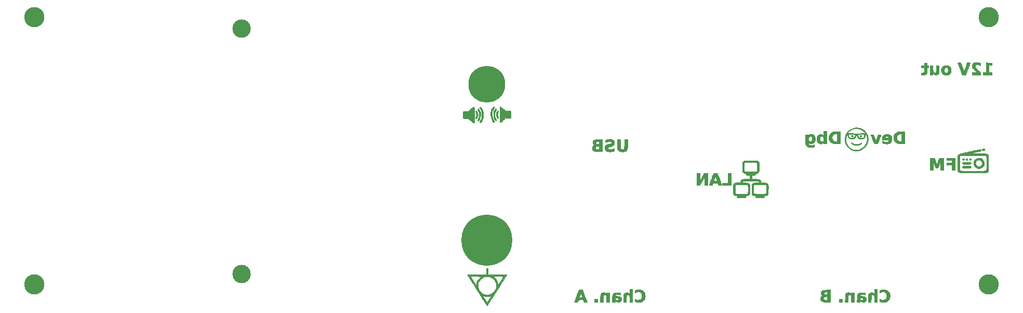
<source format=gbr>
%TF.GenerationSoftware,KiCad,Pcbnew,5.1.9-73d0e3b20d~88~ubuntu18.04.1*%
%TF.CreationDate,2020-12-31T13:06:14+01:00*%
%TF.ProjectId,ss_backpanel-mirrored,73735f62-6163-46b7-9061-6e656c2d6d69,rev?*%
%TF.SameCoordinates,Original*%
%TF.FileFunction,Soldermask,Bot*%
%TF.FilePolarity,Negative*%
%FSLAX46Y46*%
G04 Gerber Fmt 4.6, Leading zero omitted, Abs format (unit mm)*
G04 Created by KiCad (PCBNEW 5.1.9-73d0e3b20d~88~ubuntu18.04.1) date 2020-12-31 13:06:14*
%MOMM*%
%LPD*%
G01*
G04 APERTURE LIST*
%ADD10C,0.010000*%
%ADD11C,8.300000*%
%ADD12C,6.000000*%
%ADD13C,3.000000*%
%ADD14C,3.300000*%
G04 APERTURE END LIST*
D10*
%TO.C,G\u002A\u002A\u002A*%
G36*
X145864533Y-94569600D02*
G01*
X144323600Y-94569600D01*
X144098366Y-94569676D01*
X143883034Y-94569897D01*
X143679982Y-94570252D01*
X143491585Y-94570730D01*
X143320220Y-94571319D01*
X143168263Y-94572010D01*
X143038091Y-94572791D01*
X142932081Y-94573652D01*
X142852609Y-94574580D01*
X142802052Y-94575566D01*
X142782785Y-94576599D01*
X142782667Y-94576687D01*
X142791562Y-94591638D01*
X142817461Y-94633294D01*
X142859184Y-94699791D01*
X142915550Y-94789264D01*
X142985379Y-94899849D01*
X143067491Y-95029679D01*
X143160706Y-95176890D01*
X143263843Y-95339618D01*
X143375722Y-95515997D01*
X143495164Y-95704163D01*
X143620987Y-95902249D01*
X143749805Y-96104920D01*
X143897552Y-96337306D01*
X144051712Y-96579785D01*
X144209853Y-96828531D01*
X144369540Y-97079716D01*
X144528339Y-97329511D01*
X144683819Y-97574088D01*
X144833544Y-97809619D01*
X144975082Y-98032277D01*
X145105998Y-98238233D01*
X145223860Y-98423659D01*
X145326234Y-98584727D01*
X145335772Y-98599734D01*
X145440527Y-98764428D01*
X145540256Y-98920974D01*
X145633428Y-99066984D01*
X145718512Y-99200070D01*
X145793977Y-99317845D01*
X145858291Y-99417920D01*
X145909923Y-99497908D01*
X145947343Y-99555420D01*
X145969018Y-99588069D01*
X145973723Y-99594618D01*
X145981582Y-99592379D01*
X145997754Y-99575770D01*
X146023206Y-99543345D01*
X146058900Y-99493660D01*
X146105803Y-99425270D01*
X146164878Y-99336728D01*
X146237090Y-99226591D01*
X146323405Y-99093413D01*
X146424787Y-98935749D01*
X146542201Y-98752154D01*
X146668954Y-98553218D01*
X146779864Y-98379153D01*
X146886821Y-98211773D01*
X146988237Y-98053533D01*
X147027342Y-97992713D01*
X146684538Y-97992713D01*
X146677794Y-98008727D01*
X146654802Y-98048983D01*
X146617986Y-98109744D01*
X146569773Y-98187273D01*
X146512588Y-98277832D01*
X146448856Y-98377685D01*
X146381002Y-98483093D01*
X146311452Y-98590320D01*
X146242632Y-98695628D01*
X146176966Y-98795281D01*
X146116881Y-98885540D01*
X146064802Y-98962669D01*
X146023153Y-99022930D01*
X145994361Y-99062586D01*
X145980851Y-99077900D01*
X145980292Y-99077866D01*
X145968540Y-99061096D01*
X145940693Y-99018953D01*
X145898826Y-98954645D01*
X145845009Y-98871382D01*
X145781317Y-98772370D01*
X145709822Y-98660818D01*
X145632597Y-98539935D01*
X145621957Y-98523251D01*
X145544740Y-98401932D01*
X145473687Y-98289888D01*
X145410761Y-98190249D01*
X145357926Y-98106143D01*
X145317147Y-98040698D01*
X145290389Y-97997043D01*
X145279615Y-97978307D01*
X145279502Y-97977835D01*
X145295431Y-97981238D01*
X145333713Y-97994000D01*
X145372956Y-98008431D01*
X145525419Y-98059052D01*
X145675371Y-98092452D01*
X145834796Y-98110712D01*
X145991533Y-98115908D01*
X146161634Y-98111435D01*
X146310166Y-98095407D01*
X146447970Y-98066093D01*
X146585887Y-98021761D01*
X146589602Y-98020381D01*
X146639177Y-98003148D01*
X146673905Y-97993406D01*
X146684538Y-97992713D01*
X147027342Y-97992713D01*
X147082525Y-97906887D01*
X147168098Y-97774291D01*
X147243366Y-97658200D01*
X147306744Y-97561069D01*
X147356643Y-97485354D01*
X147391475Y-97433508D01*
X147408944Y-97408882D01*
X147447407Y-97354934D01*
X147493054Y-97283926D01*
X147537586Y-97208921D01*
X147548852Y-97188749D01*
X147569464Y-97153481D01*
X147606809Y-97092037D01*
X147659400Y-97006789D01*
X147725750Y-96900108D01*
X147804371Y-96774366D01*
X147893775Y-96631933D01*
X147992475Y-96475181D01*
X148073023Y-96347600D01*
X147481249Y-96347600D01*
X147478458Y-96490215D01*
X147468366Y-96609140D01*
X147448326Y-96713500D01*
X147415691Y-96812416D01*
X147367813Y-96915013D01*
X147302046Y-97030413D01*
X147266318Y-97088299D01*
X147212425Y-97171606D01*
X147158113Y-97251029D01*
X147108778Y-97318968D01*
X147069816Y-97367825D01*
X147060704Y-97377890D01*
X146902820Y-97519576D01*
X146723446Y-97637619D01*
X146527904Y-97729067D01*
X146321516Y-97790963D01*
X146313266Y-97792749D01*
X146202026Y-97809316D01*
X146071121Y-97817603D01*
X145933731Y-97817584D01*
X145803035Y-97809235D01*
X145698719Y-97793906D01*
X145484737Y-97733089D01*
X145284261Y-97642550D01*
X145100379Y-97524345D01*
X144936179Y-97380528D01*
X144794750Y-97213155D01*
X144767622Y-97174303D01*
X144706486Y-97080520D01*
X144660469Y-97000819D01*
X144623472Y-96922887D01*
X144589393Y-96834412D01*
X144567738Y-96770933D01*
X144549496Y-96713379D01*
X144536564Y-96663565D01*
X144528012Y-96613531D01*
X144522908Y-96555317D01*
X144520321Y-96480961D01*
X144519320Y-96382504D01*
X144519218Y-96356067D01*
X144519513Y-96246633D01*
X144521710Y-96163037D01*
X144526552Y-96097272D01*
X144534781Y-96041329D01*
X144547140Y-95987199D01*
X144556574Y-95953198D01*
X144633869Y-95744247D01*
X144737802Y-95553535D01*
X144865602Y-95382659D01*
X145014501Y-95233213D01*
X145181728Y-95106793D01*
X145364513Y-95004995D01*
X145560087Y-94929413D01*
X145765678Y-94881644D01*
X145978519Y-94863283D01*
X146195837Y-94875925D01*
X146369391Y-94909015D01*
X146442135Y-94931304D01*
X146530809Y-94964384D01*
X146621577Y-95002890D01*
X146668866Y-95025168D01*
X146862718Y-95138799D01*
X147033124Y-95276669D01*
X147179425Y-95437959D01*
X147300958Y-95621851D01*
X147397062Y-95827525D01*
X147451634Y-95994049D01*
X147465547Y-96057637D01*
X147474712Y-96133129D01*
X147479742Y-96227828D01*
X147481249Y-96347600D01*
X148073023Y-96347600D01*
X148098984Y-96306481D01*
X148211812Y-96128205D01*
X148329474Y-95942724D01*
X148411161Y-95814200D01*
X149025108Y-94849000D01*
X148689366Y-94849000D01*
X148229449Y-95573367D01*
X147769533Y-96297735D01*
X147748332Y-96140997D01*
X147734070Y-96051273D01*
X147715467Y-95955343D01*
X147696085Y-95871268D01*
X147692274Y-95856896D01*
X147615458Y-95638165D01*
X147508814Y-95429469D01*
X147375747Y-95235960D01*
X147219666Y-95062789D01*
X147094941Y-94953587D01*
X146962216Y-94849000D01*
X145033322Y-94849000D01*
X144904067Y-94950600D01*
X144735532Y-95104036D01*
X144587454Y-95281488D01*
X144462332Y-95478258D01*
X144362665Y-95689651D01*
X144290948Y-95910969D01*
X144249681Y-96137517D01*
X144244722Y-96190355D01*
X144239060Y-96253531D01*
X144233314Y-96300322D01*
X144228451Y-96323392D01*
X144227057Y-96324436D01*
X144216918Y-96309230D01*
X144190368Y-96268135D01*
X144149135Y-96203857D01*
X144094949Y-96119105D01*
X144029539Y-96016586D01*
X143954634Y-95899010D01*
X143871962Y-95769085D01*
X143783253Y-95629518D01*
X143755047Y-95585111D01*
X143665161Y-95443270D01*
X143581231Y-95310241D01*
X143504931Y-95188723D01*
X143437939Y-95081413D01*
X143381932Y-94991009D01*
X143338584Y-94920209D01*
X143309574Y-94871711D01*
X143296577Y-94848214D01*
X143296068Y-94846421D01*
X143313700Y-94845303D01*
X143361996Y-94844418D01*
X143437755Y-94843771D01*
X143537777Y-94843371D01*
X143658860Y-94843224D01*
X143797803Y-94843335D01*
X143951405Y-94843712D01*
X144116464Y-94844362D01*
X144167794Y-94844612D01*
X145033322Y-94849000D01*
X146962216Y-94849000D01*
X147395508Y-94844481D01*
X147547873Y-94843321D01*
X147720750Y-94842715D01*
X147901160Y-94842662D01*
X148076120Y-94843164D01*
X148232651Y-94844219D01*
X148259083Y-94844481D01*
X148689366Y-94849000D01*
X149025108Y-94849000D01*
X149197444Y-94578067D01*
X146135466Y-94569421D01*
X146135466Y-93519734D01*
X145864533Y-93519734D01*
X145864533Y-94569600D01*
G37*
X145864533Y-94569600D02*
X144323600Y-94569600D01*
X144098366Y-94569676D01*
X143883034Y-94569897D01*
X143679982Y-94570252D01*
X143491585Y-94570730D01*
X143320220Y-94571319D01*
X143168263Y-94572010D01*
X143038091Y-94572791D01*
X142932081Y-94573652D01*
X142852609Y-94574580D01*
X142802052Y-94575566D01*
X142782785Y-94576599D01*
X142782667Y-94576687D01*
X142791562Y-94591638D01*
X142817461Y-94633294D01*
X142859184Y-94699791D01*
X142915550Y-94789264D01*
X142985379Y-94899849D01*
X143067491Y-95029679D01*
X143160706Y-95176890D01*
X143263843Y-95339618D01*
X143375722Y-95515997D01*
X143495164Y-95704163D01*
X143620987Y-95902249D01*
X143749805Y-96104920D01*
X143897552Y-96337306D01*
X144051712Y-96579785D01*
X144209853Y-96828531D01*
X144369540Y-97079716D01*
X144528339Y-97329511D01*
X144683819Y-97574088D01*
X144833544Y-97809619D01*
X144975082Y-98032277D01*
X145105998Y-98238233D01*
X145223860Y-98423659D01*
X145326234Y-98584727D01*
X145335772Y-98599734D01*
X145440527Y-98764428D01*
X145540256Y-98920974D01*
X145633428Y-99066984D01*
X145718512Y-99200070D01*
X145793977Y-99317845D01*
X145858291Y-99417920D01*
X145909923Y-99497908D01*
X145947343Y-99555420D01*
X145969018Y-99588069D01*
X145973723Y-99594618D01*
X145981582Y-99592379D01*
X145997754Y-99575770D01*
X146023206Y-99543345D01*
X146058900Y-99493660D01*
X146105803Y-99425270D01*
X146164878Y-99336728D01*
X146237090Y-99226591D01*
X146323405Y-99093413D01*
X146424787Y-98935749D01*
X146542201Y-98752154D01*
X146668954Y-98553218D01*
X146779864Y-98379153D01*
X146886821Y-98211773D01*
X146988237Y-98053533D01*
X147027342Y-97992713D01*
X146684538Y-97992713D01*
X146677794Y-98008727D01*
X146654802Y-98048983D01*
X146617986Y-98109744D01*
X146569773Y-98187273D01*
X146512588Y-98277832D01*
X146448856Y-98377685D01*
X146381002Y-98483093D01*
X146311452Y-98590320D01*
X146242632Y-98695628D01*
X146176966Y-98795281D01*
X146116881Y-98885540D01*
X146064802Y-98962669D01*
X146023153Y-99022930D01*
X145994361Y-99062586D01*
X145980851Y-99077900D01*
X145980292Y-99077866D01*
X145968540Y-99061096D01*
X145940693Y-99018953D01*
X145898826Y-98954645D01*
X145845009Y-98871382D01*
X145781317Y-98772370D01*
X145709822Y-98660818D01*
X145632597Y-98539935D01*
X145621957Y-98523251D01*
X145544740Y-98401932D01*
X145473687Y-98289888D01*
X145410761Y-98190249D01*
X145357926Y-98106143D01*
X145317147Y-98040698D01*
X145290389Y-97997043D01*
X145279615Y-97978307D01*
X145279502Y-97977835D01*
X145295431Y-97981238D01*
X145333713Y-97994000D01*
X145372956Y-98008431D01*
X145525419Y-98059052D01*
X145675371Y-98092452D01*
X145834796Y-98110712D01*
X145991533Y-98115908D01*
X146161634Y-98111435D01*
X146310166Y-98095407D01*
X146447970Y-98066093D01*
X146585887Y-98021761D01*
X146589602Y-98020381D01*
X146639177Y-98003148D01*
X146673905Y-97993406D01*
X146684538Y-97992713D01*
X147027342Y-97992713D01*
X147082525Y-97906887D01*
X147168098Y-97774291D01*
X147243366Y-97658200D01*
X147306744Y-97561069D01*
X147356643Y-97485354D01*
X147391475Y-97433508D01*
X147408944Y-97408882D01*
X147447407Y-97354934D01*
X147493054Y-97283926D01*
X147537586Y-97208921D01*
X147548852Y-97188749D01*
X147569464Y-97153481D01*
X147606809Y-97092037D01*
X147659400Y-97006789D01*
X147725750Y-96900108D01*
X147804371Y-96774366D01*
X147893775Y-96631933D01*
X147992475Y-96475181D01*
X148073023Y-96347600D01*
X147481249Y-96347600D01*
X147478458Y-96490215D01*
X147468366Y-96609140D01*
X147448326Y-96713500D01*
X147415691Y-96812416D01*
X147367813Y-96915013D01*
X147302046Y-97030413D01*
X147266318Y-97088299D01*
X147212425Y-97171606D01*
X147158113Y-97251029D01*
X147108778Y-97318968D01*
X147069816Y-97367825D01*
X147060704Y-97377890D01*
X146902820Y-97519576D01*
X146723446Y-97637619D01*
X146527904Y-97729067D01*
X146321516Y-97790963D01*
X146313266Y-97792749D01*
X146202026Y-97809316D01*
X146071121Y-97817603D01*
X145933731Y-97817584D01*
X145803035Y-97809235D01*
X145698719Y-97793906D01*
X145484737Y-97733089D01*
X145284261Y-97642550D01*
X145100379Y-97524345D01*
X144936179Y-97380528D01*
X144794750Y-97213155D01*
X144767622Y-97174303D01*
X144706486Y-97080520D01*
X144660469Y-97000819D01*
X144623472Y-96922887D01*
X144589393Y-96834412D01*
X144567738Y-96770933D01*
X144549496Y-96713379D01*
X144536564Y-96663565D01*
X144528012Y-96613531D01*
X144522908Y-96555317D01*
X144520321Y-96480961D01*
X144519320Y-96382504D01*
X144519218Y-96356067D01*
X144519513Y-96246633D01*
X144521710Y-96163037D01*
X144526552Y-96097272D01*
X144534781Y-96041329D01*
X144547140Y-95987199D01*
X144556574Y-95953198D01*
X144633869Y-95744247D01*
X144737802Y-95553535D01*
X144865602Y-95382659D01*
X145014501Y-95233213D01*
X145181728Y-95106793D01*
X145364513Y-95004995D01*
X145560087Y-94929413D01*
X145765678Y-94881644D01*
X145978519Y-94863283D01*
X146195837Y-94875925D01*
X146369391Y-94909015D01*
X146442135Y-94931304D01*
X146530809Y-94964384D01*
X146621577Y-95002890D01*
X146668866Y-95025168D01*
X146862718Y-95138799D01*
X147033124Y-95276669D01*
X147179425Y-95437959D01*
X147300958Y-95621851D01*
X147397062Y-95827525D01*
X147451634Y-95994049D01*
X147465547Y-96057637D01*
X147474712Y-96133129D01*
X147479742Y-96227828D01*
X147481249Y-96347600D01*
X148073023Y-96347600D01*
X148098984Y-96306481D01*
X148211812Y-96128205D01*
X148329474Y-95942724D01*
X148411161Y-95814200D01*
X149025108Y-94849000D01*
X148689366Y-94849000D01*
X148229449Y-95573367D01*
X147769533Y-96297735D01*
X147748332Y-96140997D01*
X147734070Y-96051273D01*
X147715467Y-95955343D01*
X147696085Y-95871268D01*
X147692274Y-95856896D01*
X147615458Y-95638165D01*
X147508814Y-95429469D01*
X147375747Y-95235960D01*
X147219666Y-95062789D01*
X147094941Y-94953587D01*
X146962216Y-94849000D01*
X145033322Y-94849000D01*
X144904067Y-94950600D01*
X144735532Y-95104036D01*
X144587454Y-95281488D01*
X144462332Y-95478258D01*
X144362665Y-95689651D01*
X144290948Y-95910969D01*
X144249681Y-96137517D01*
X144244722Y-96190355D01*
X144239060Y-96253531D01*
X144233314Y-96300322D01*
X144228451Y-96323392D01*
X144227057Y-96324436D01*
X144216918Y-96309230D01*
X144190368Y-96268135D01*
X144149135Y-96203857D01*
X144094949Y-96119105D01*
X144029539Y-96016586D01*
X143954634Y-95899010D01*
X143871962Y-95769085D01*
X143783253Y-95629518D01*
X143755047Y-95585111D01*
X143665161Y-95443270D01*
X143581231Y-95310241D01*
X143504931Y-95188723D01*
X143437939Y-95081413D01*
X143381932Y-94991009D01*
X143338584Y-94920209D01*
X143309574Y-94871711D01*
X143296577Y-94848214D01*
X143296068Y-94846421D01*
X143313700Y-94845303D01*
X143361996Y-94844418D01*
X143437755Y-94843771D01*
X143537777Y-94843371D01*
X143658860Y-94843224D01*
X143797803Y-94843335D01*
X143951405Y-94843712D01*
X144116464Y-94844362D01*
X144167794Y-94844612D01*
X145033322Y-94849000D01*
X146962216Y-94849000D01*
X147395508Y-94844481D01*
X147547873Y-94843321D01*
X147720750Y-94842715D01*
X147901160Y-94842662D01*
X148076120Y-94843164D01*
X148232651Y-94844219D01*
X148259083Y-94844481D01*
X148689366Y-94849000D01*
X149025108Y-94849000D01*
X149197444Y-94578067D01*
X146135466Y-94569421D01*
X146135466Y-93519734D01*
X145864533Y-93519734D01*
X145864533Y-94569600D01*
G36*
X144812803Y-67278620D02*
G01*
X144765626Y-67329930D01*
X144758222Y-67364615D01*
X144773342Y-67408277D01*
X144812145Y-67478703D01*
X144845459Y-67530069D01*
X144990020Y-67775185D01*
X145086481Y-68025119D01*
X145138050Y-68291619D01*
X145147939Y-68586438D01*
X145146173Y-68630788D01*
X145134539Y-68798533D01*
X145114301Y-68942248D01*
X145081042Y-69074386D01*
X145030344Y-69207394D01*
X144957790Y-69353723D01*
X144858962Y-69525823D01*
X144786444Y-69644649D01*
X144759942Y-69709098D01*
X144775215Y-69762701D01*
X144831728Y-69814695D01*
X144900457Y-69812545D01*
X144979091Y-69756649D01*
X145010471Y-69722140D01*
X145093839Y-69602771D01*
X145179749Y-69446745D01*
X145259222Y-69272656D01*
X145323273Y-69099103D01*
X145342201Y-69035329D01*
X145377997Y-68844534D01*
X145393787Y-68623170D01*
X145389896Y-68392366D01*
X145366652Y-68173252D01*
X145326071Y-67992341D01*
X145265431Y-67820466D01*
X145194497Y-67657466D01*
X145118270Y-67511726D01*
X145041755Y-67391635D01*
X144969954Y-67305576D01*
X144907869Y-67261938D01*
X144888122Y-67258222D01*
X144812803Y-67278620D01*
G37*
X144812803Y-67278620D02*
X144765626Y-67329930D01*
X144758222Y-67364615D01*
X144773342Y-67408277D01*
X144812145Y-67478703D01*
X144845459Y-67530069D01*
X144990020Y-67775185D01*
X145086481Y-68025119D01*
X145138050Y-68291619D01*
X145147939Y-68586438D01*
X145146173Y-68630788D01*
X145134539Y-68798533D01*
X145114301Y-68942248D01*
X145081042Y-69074386D01*
X145030344Y-69207394D01*
X144957790Y-69353723D01*
X144858962Y-69525823D01*
X144786444Y-69644649D01*
X144759942Y-69709098D01*
X144775215Y-69762701D01*
X144831728Y-69814695D01*
X144900457Y-69812545D01*
X144979091Y-69756649D01*
X145010471Y-69722140D01*
X145093839Y-69602771D01*
X145179749Y-69446745D01*
X145259222Y-69272656D01*
X145323273Y-69099103D01*
X145342201Y-69035329D01*
X145377997Y-68844534D01*
X145393787Y-68623170D01*
X145389896Y-68392366D01*
X145366652Y-68173252D01*
X145326071Y-67992341D01*
X145265431Y-67820466D01*
X145194497Y-67657466D01*
X145118270Y-67511726D01*
X145041755Y-67391635D01*
X144969954Y-67305576D01*
X144907869Y-67261938D01*
X144888122Y-67258222D01*
X144812803Y-67278620D01*
G36*
X143776247Y-67247688D02*
G01*
X143709356Y-67297006D01*
X143614196Y-67372336D01*
X143497837Y-67468061D01*
X143367351Y-67578563D01*
X143346041Y-67596889D01*
X142920306Y-67963778D01*
X142532575Y-67963778D01*
X142347172Y-67966157D01*
X142215935Y-67973406D01*
X142136781Y-67985692D01*
X142110977Y-67997644D01*
X142097182Y-68033793D01*
X142087166Y-68113191D01*
X142080693Y-68239555D01*
X142077528Y-68416605D01*
X142077111Y-68531851D01*
X142077856Y-68717328D01*
X142080525Y-68854381D01*
X142085770Y-68951017D01*
X142094243Y-69015241D01*
X142106596Y-69055061D01*
X142121460Y-69076540D01*
X142150316Y-69095098D01*
X142199480Y-69107922D01*
X142278075Y-69115963D01*
X142395226Y-69120176D01*
X142551849Y-69121501D01*
X142937888Y-69122113D01*
X143344546Y-69474279D01*
X143505037Y-69610895D01*
X143630292Y-69711357D01*
X143725551Y-69778851D01*
X143796053Y-69816563D01*
X143847039Y-69827680D01*
X143883747Y-69815387D01*
X143892740Y-69807630D01*
X143896660Y-69776346D01*
X143900302Y-69694421D01*
X143903582Y-69567657D01*
X143906413Y-69401857D01*
X143908708Y-69202823D01*
X143910382Y-68976358D01*
X143911347Y-68728265D01*
X143911555Y-68543274D01*
X143911409Y-68237032D01*
X143910719Y-67982467D01*
X143909108Y-67774811D01*
X143906200Y-67609297D01*
X143901619Y-67481158D01*
X143894987Y-67385626D01*
X143885927Y-67317933D01*
X143874065Y-67273314D01*
X143859021Y-67246999D01*
X143840421Y-67234222D01*
X143817887Y-67230215D01*
X143807799Y-67230000D01*
X143776247Y-67247688D01*
G37*
X143776247Y-67247688D02*
X143709356Y-67297006D01*
X143614196Y-67372336D01*
X143497837Y-67468061D01*
X143367351Y-67578563D01*
X143346041Y-67596889D01*
X142920306Y-67963778D01*
X142532575Y-67963778D01*
X142347172Y-67966157D01*
X142215935Y-67973406D01*
X142136781Y-67985692D01*
X142110977Y-67997644D01*
X142097182Y-68033793D01*
X142087166Y-68113191D01*
X142080693Y-68239555D01*
X142077528Y-68416605D01*
X142077111Y-68531851D01*
X142077856Y-68717328D01*
X142080525Y-68854381D01*
X142085770Y-68951017D01*
X142094243Y-69015241D01*
X142106596Y-69055061D01*
X142121460Y-69076540D01*
X142150316Y-69095098D01*
X142199480Y-69107922D01*
X142278075Y-69115963D01*
X142395226Y-69120176D01*
X142551849Y-69121501D01*
X142937888Y-69122113D01*
X143344546Y-69474279D01*
X143505037Y-69610895D01*
X143630292Y-69711357D01*
X143725551Y-69778851D01*
X143796053Y-69816563D01*
X143847039Y-69827680D01*
X143883747Y-69815387D01*
X143892740Y-69807630D01*
X143896660Y-69776346D01*
X143900302Y-69694421D01*
X143903582Y-69567657D01*
X143906413Y-69401857D01*
X143908708Y-69202823D01*
X143910382Y-68976358D01*
X143911347Y-68728265D01*
X143911555Y-68543274D01*
X143911409Y-68237032D01*
X143910719Y-67982467D01*
X143909108Y-67774811D01*
X143906200Y-67609297D01*
X143901619Y-67481158D01*
X143894987Y-67385626D01*
X143885927Y-67317933D01*
X143874065Y-67273314D01*
X143859021Y-67246999D01*
X143840421Y-67234222D01*
X143817887Y-67230215D01*
X143807799Y-67230000D01*
X143776247Y-67247688D01*
G36*
X148137999Y-67175722D02*
G01*
X148118242Y-67185377D01*
X148102183Y-67207251D01*
X148089484Y-67246074D01*
X148079807Y-67306577D01*
X148072816Y-67393492D01*
X148068172Y-67511549D01*
X148065539Y-67665479D01*
X148064580Y-67860013D01*
X148064956Y-68099882D01*
X148066331Y-68389817D01*
X148066981Y-68503249D01*
X148074333Y-69755889D01*
X148145952Y-69764241D01*
X148180693Y-69759831D01*
X148229129Y-69736829D01*
X148297126Y-69691013D01*
X148390551Y-69618165D01*
X148515269Y-69514065D01*
X148625730Y-69419131D01*
X149033888Y-69065669D01*
X149419928Y-69065057D01*
X149582516Y-69063616D01*
X149697817Y-69059258D01*
X149774956Y-69051030D01*
X149823057Y-69037979D01*
X149850317Y-69020095D01*
X149866691Y-68995318D01*
X149878603Y-68953295D01*
X149886704Y-68886019D01*
X149891645Y-68785485D01*
X149894080Y-68643686D01*
X149894666Y-68475406D01*
X149893153Y-68270082D01*
X149888457Y-68117407D01*
X149880342Y-68013664D01*
X149868572Y-67955133D01*
X149860800Y-67941200D01*
X149817575Y-67925214D01*
X149723754Y-67914384D01*
X149577255Y-67908543D01*
X149439202Y-67907333D01*
X149051471Y-67907333D01*
X148625736Y-67540444D01*
X148493526Y-67428097D01*
X148374156Y-67329656D01*
X148274737Y-67250744D01*
X148202380Y-67196985D01*
X148164196Y-67174002D01*
X148161789Y-67173556D01*
X148137999Y-67175722D01*
G37*
X148137999Y-67175722D02*
X148118242Y-67185377D01*
X148102183Y-67207251D01*
X148089484Y-67246074D01*
X148079807Y-67306577D01*
X148072816Y-67393492D01*
X148068172Y-67511549D01*
X148065539Y-67665479D01*
X148064580Y-67860013D01*
X148064956Y-68099882D01*
X148066331Y-68389817D01*
X148066981Y-68503249D01*
X148074333Y-69755889D01*
X148145952Y-69764241D01*
X148180693Y-69759831D01*
X148229129Y-69736829D01*
X148297126Y-69691013D01*
X148390551Y-69618165D01*
X148515269Y-69514065D01*
X148625730Y-69419131D01*
X149033888Y-69065669D01*
X149419928Y-69065057D01*
X149582516Y-69063616D01*
X149697817Y-69059258D01*
X149774956Y-69051030D01*
X149823057Y-69037979D01*
X149850317Y-69020095D01*
X149866691Y-68995318D01*
X149878603Y-68953295D01*
X149886704Y-68886019D01*
X149891645Y-68785485D01*
X149894080Y-68643686D01*
X149894666Y-68475406D01*
X149893153Y-68270082D01*
X149888457Y-68117407D01*
X149880342Y-68013664D01*
X149868572Y-67955133D01*
X149860800Y-67941200D01*
X149817575Y-67925214D01*
X149723754Y-67914384D01*
X149577255Y-67908543D01*
X149439202Y-67907333D01*
X149051471Y-67907333D01*
X148625736Y-67540444D01*
X148493526Y-67428097D01*
X148374156Y-67329656D01*
X148274737Y-67250744D01*
X148202380Y-67196985D01*
X148164196Y-67174002D01*
X148161789Y-67173556D01*
X148137999Y-67175722D01*
G36*
X147043834Y-67217665D02*
G01*
X146966569Y-67290662D01*
X146923673Y-67349944D01*
X146761760Y-67633466D01*
X146651307Y-67919354D01*
X146588157Y-68219596D01*
X146574448Y-68356987D01*
X146577280Y-68629939D01*
X146619904Y-68909693D01*
X146698132Y-69181238D01*
X146807776Y-69429559D01*
X146925276Y-69614778D01*
X147015064Y-69715306D01*
X147091673Y-69761757D01*
X147156201Y-69754659D01*
X147178607Y-69737215D01*
X147206814Y-69694625D01*
X147206549Y-69642398D01*
X147175056Y-69569273D01*
X147113034Y-69469178D01*
X146972505Y-69222922D01*
X146879651Y-68973964D01*
X146830126Y-68707587D01*
X146818779Y-68472904D01*
X146842139Y-68166600D01*
X146913350Y-67885023D01*
X147035311Y-67618763D01*
X147126918Y-67472752D01*
X147186536Y-67377187D01*
X147210117Y-67310793D01*
X147200315Y-67261644D01*
X147179689Y-67235644D01*
X147114425Y-67199526D01*
X147043834Y-67217665D01*
G37*
X147043834Y-67217665D02*
X146966569Y-67290662D01*
X146923673Y-67349944D01*
X146761760Y-67633466D01*
X146651307Y-67919354D01*
X146588157Y-68219596D01*
X146574448Y-68356987D01*
X146577280Y-68629939D01*
X146619904Y-68909693D01*
X146698132Y-69181238D01*
X146807776Y-69429559D01*
X146925276Y-69614778D01*
X147015064Y-69715306D01*
X147091673Y-69761757D01*
X147156201Y-69754659D01*
X147178607Y-69737215D01*
X147206814Y-69694625D01*
X147206549Y-69642398D01*
X147175056Y-69569273D01*
X147113034Y-69469178D01*
X146972505Y-69222922D01*
X146879651Y-68973964D01*
X146830126Y-68707587D01*
X146818779Y-68472904D01*
X146842139Y-68166600D01*
X146913350Y-67885023D01*
X147035311Y-67618763D01*
X147126918Y-67472752D01*
X147186536Y-67377187D01*
X147210117Y-67310793D01*
X147200315Y-67261644D01*
X147179689Y-67235644D01*
X147114425Y-67199526D01*
X147043834Y-67217665D01*
G36*
X144493041Y-67593335D02*
G01*
X144464268Y-67632630D01*
X144467555Y-67698872D01*
X144502950Y-67798941D01*
X144556154Y-67911439D01*
X144614479Y-68039938D01*
X144665119Y-68173750D01*
X144699358Y-68289174D01*
X144705107Y-68316556D01*
X144722361Y-68553038D01*
X144694810Y-68797031D01*
X144625899Y-69030533D01*
X144533432Y-69213591D01*
X144472347Y-69323541D01*
X144450278Y-69403467D01*
X144465485Y-69462393D01*
X144481644Y-69482133D01*
X144545739Y-69514274D01*
X144616540Y-69491558D01*
X144685304Y-69422828D01*
X144803116Y-69226748D01*
X144888984Y-68996394D01*
X144940440Y-68745628D01*
X144955017Y-68488313D01*
X144930248Y-68238311D01*
X144911282Y-68152989D01*
X144861377Y-67994354D01*
X144799458Y-67849208D01*
X144730927Y-67726296D01*
X144661184Y-67634363D01*
X144595629Y-67582156D01*
X144553826Y-67574109D01*
X144493041Y-67593335D01*
G37*
X144493041Y-67593335D02*
X144464268Y-67632630D01*
X144467555Y-67698872D01*
X144502950Y-67798941D01*
X144556154Y-67911439D01*
X144614479Y-68039938D01*
X144665119Y-68173750D01*
X144699358Y-68289174D01*
X144705107Y-68316556D01*
X144722361Y-68553038D01*
X144694810Y-68797031D01*
X144625899Y-69030533D01*
X144533432Y-69213591D01*
X144472347Y-69323541D01*
X144450278Y-69403467D01*
X144465485Y-69462393D01*
X144481644Y-69482133D01*
X144545739Y-69514274D01*
X144616540Y-69491558D01*
X144685304Y-69422828D01*
X144803116Y-69226748D01*
X144888984Y-68996394D01*
X144940440Y-68745628D01*
X144955017Y-68488313D01*
X144930248Y-68238311D01*
X144911282Y-68152989D01*
X144861377Y-67994354D01*
X144799458Y-67849208D01*
X144730927Y-67726296D01*
X144661184Y-67634363D01*
X144595629Y-67582156D01*
X144553826Y-67574109D01*
X144493041Y-67593335D01*
G36*
X147381212Y-67525328D02*
G01*
X147309853Y-67578180D01*
X147290001Y-67602331D01*
X147156229Y-67826221D01*
X147066290Y-68077002D01*
X147021102Y-68344906D01*
X147021582Y-68620162D01*
X147068647Y-68892998D01*
X147147602Y-69119439D01*
X147228251Y-69279305D01*
X147306470Y-69389202D01*
X147380501Y-69447558D01*
X147448587Y-69452802D01*
X147490133Y-69425689D01*
X147519785Y-69372644D01*
X147512858Y-69302214D01*
X147467611Y-69205376D01*
X147438345Y-69157147D01*
X147335781Y-68947868D01*
X147271535Y-68712206D01*
X147249054Y-68468163D01*
X147266670Y-68260111D01*
X147294321Y-68154775D01*
X147340975Y-68023972D01*
X147397918Y-67891404D01*
X147415623Y-67854995D01*
X147473455Y-67734263D01*
X147504956Y-67652330D01*
X147513112Y-67599762D01*
X147505001Y-67572773D01*
X147448941Y-67523157D01*
X147381212Y-67525328D01*
G37*
X147381212Y-67525328D02*
X147309853Y-67578180D01*
X147290001Y-67602331D01*
X147156229Y-67826221D01*
X147066290Y-68077002D01*
X147021102Y-68344906D01*
X147021582Y-68620162D01*
X147068647Y-68892998D01*
X147147602Y-69119439D01*
X147228251Y-69279305D01*
X147306470Y-69389202D01*
X147380501Y-69447558D01*
X147448587Y-69452802D01*
X147490133Y-69425689D01*
X147519785Y-69372644D01*
X147512858Y-69302214D01*
X147467611Y-69205376D01*
X147438345Y-69157147D01*
X147335781Y-68947868D01*
X147271535Y-68712206D01*
X147249054Y-68468163D01*
X147266670Y-68260111D01*
X147294321Y-68154775D01*
X147340975Y-68023972D01*
X147397918Y-67891404D01*
X147415623Y-67854995D01*
X147473455Y-67734263D01*
X147504956Y-67652330D01*
X147513112Y-67599762D01*
X147505001Y-67572773D01*
X147448941Y-67523157D01*
X147381212Y-67525328D01*
G36*
X144172611Y-67924614D02*
G01*
X144126493Y-67971582D01*
X144117686Y-68037387D01*
X144146067Y-68131830D01*
X144169420Y-68183162D01*
X144214686Y-68309876D01*
X144241987Y-68453806D01*
X144244753Y-68485889D01*
X144247203Y-68577504D01*
X144239387Y-68659964D01*
X144217672Y-68749245D01*
X144178423Y-68861325D01*
X144133875Y-68973440D01*
X144111628Y-69054222D01*
X144124940Y-69111652D01*
X144126701Y-69114551D01*
X144179498Y-69159857D01*
X144244931Y-69171041D01*
X144298236Y-69143946D01*
X144298665Y-69143417D01*
X144395292Y-68981569D01*
X144457304Y-68788796D01*
X144483527Y-68579644D01*
X144472786Y-68368662D01*
X144423906Y-68170397D01*
X144384541Y-68080082D01*
X144317832Y-67971719D01*
X144255570Y-67917026D01*
X144194665Y-67913736D01*
X144172611Y-67924614D01*
G37*
X144172611Y-67924614D02*
X144126493Y-67971582D01*
X144117686Y-68037387D01*
X144146067Y-68131830D01*
X144169420Y-68183162D01*
X144214686Y-68309876D01*
X144241987Y-68453806D01*
X144244753Y-68485889D01*
X144247203Y-68577504D01*
X144239387Y-68659964D01*
X144217672Y-68749245D01*
X144178423Y-68861325D01*
X144133875Y-68973440D01*
X144111628Y-69054222D01*
X144124940Y-69111652D01*
X144126701Y-69114551D01*
X144179498Y-69159857D01*
X144244931Y-69171041D01*
X144298236Y-69143946D01*
X144298665Y-69143417D01*
X144395292Y-68981569D01*
X144457304Y-68788796D01*
X144483527Y-68579644D01*
X144472786Y-68368662D01*
X144423906Y-68170397D01*
X144384541Y-68080082D01*
X144317832Y-67971719D01*
X144255570Y-67917026D01*
X144194665Y-67913736D01*
X144172611Y-67924614D01*
G36*
X147673166Y-67890722D02*
G01*
X147614559Y-67965468D01*
X147563191Y-68071266D01*
X147522294Y-68199668D01*
X147495100Y-68342229D01*
X147484843Y-68490502D01*
X147494754Y-68636041D01*
X147497887Y-68655441D01*
X147534467Y-68805840D01*
X147585286Y-68933570D01*
X147645305Y-69032020D01*
X147709485Y-69094579D01*
X147772785Y-69114637D01*
X147827718Y-69088104D01*
X147858652Y-69029979D01*
X147851151Y-68949698D01*
X147804309Y-68838853D01*
X147799932Y-68830487D01*
X147753280Y-68695646D01*
X147733052Y-68531939D01*
X147739205Y-68360354D01*
X147771697Y-68201878D01*
X147801363Y-68126718D01*
X147846197Y-68017321D01*
X147853628Y-67940548D01*
X147823573Y-67886675D01*
X147799166Y-67868169D01*
X147735779Y-67855473D01*
X147673166Y-67890722D01*
G37*
X147673166Y-67890722D02*
X147614559Y-67965468D01*
X147563191Y-68071266D01*
X147522294Y-68199668D01*
X147495100Y-68342229D01*
X147484843Y-68490502D01*
X147494754Y-68636041D01*
X147497887Y-68655441D01*
X147534467Y-68805840D01*
X147585286Y-68933570D01*
X147645305Y-69032020D01*
X147709485Y-69094579D01*
X147772785Y-69114637D01*
X147827718Y-69088104D01*
X147858652Y-69029979D01*
X147851151Y-68949698D01*
X147804309Y-68838853D01*
X147799932Y-68830487D01*
X147753280Y-68695646D01*
X147733052Y-68531939D01*
X147739205Y-68360354D01*
X147771697Y-68201878D01*
X147801363Y-68126718D01*
X147846197Y-68017321D01*
X147853628Y-67940548D01*
X147823573Y-67886675D01*
X147799166Y-67868169D01*
X147735779Y-67855473D01*
X147673166Y-67890722D01*
G36*
X170464603Y-97009255D02*
G01*
X170311970Y-97036390D01*
X170247444Y-97056900D01*
X170106333Y-97112575D01*
X170098041Y-97316398D01*
X170095665Y-97415423D01*
X170097074Y-97487896D01*
X170101944Y-97519787D01*
X170102778Y-97520222D01*
X170133032Y-97508554D01*
X170197885Y-97478355D01*
X170262131Y-97446728D01*
X170453480Y-97375242D01*
X170639078Y-97352187D01*
X170811811Y-97375575D01*
X170964569Y-97443418D01*
X171090240Y-97553728D01*
X171181351Y-97703666D01*
X171214803Y-97828093D01*
X171228624Y-97981430D01*
X171222816Y-98139668D01*
X171197377Y-98278796D01*
X171181351Y-98324555D01*
X171090001Y-98473934D01*
X170963981Y-98583895D01*
X170811001Y-98652302D01*
X170638770Y-98677019D01*
X170454996Y-98655910D01*
X170267390Y-98586840D01*
X170255843Y-98580950D01*
X170176871Y-98541061D01*
X170120411Y-98514563D01*
X170102492Y-98508000D01*
X170097353Y-98533842D01*
X170095595Y-98602016D01*
X170097526Y-98698494D01*
X170098041Y-98711823D01*
X170106333Y-98915647D01*
X170247444Y-98969103D01*
X170374407Y-99002998D01*
X170533904Y-99025344D01*
X170705323Y-99035128D01*
X170868051Y-99031338D01*
X171001476Y-99012960D01*
X171023555Y-99007237D01*
X171255661Y-98916370D01*
X171443239Y-98790841D01*
X171586515Y-98630360D01*
X171685715Y-98434642D01*
X171741065Y-98203398D01*
X171752019Y-98081893D01*
X171742411Y-97821240D01*
X171686926Y-97592908D01*
X171585956Y-97397536D01*
X171439892Y-97235765D01*
X171249123Y-97108233D01*
X171122333Y-97051790D01*
X170990112Y-97018266D01*
X170823319Y-97000078D01*
X170641601Y-96997113D01*
X170464603Y-97009255D01*
G37*
X170464603Y-97009255D02*
X170311970Y-97036390D01*
X170247444Y-97056900D01*
X170106333Y-97112575D01*
X170098041Y-97316398D01*
X170095665Y-97415423D01*
X170097074Y-97487896D01*
X170101944Y-97519787D01*
X170102778Y-97520222D01*
X170133032Y-97508554D01*
X170197885Y-97478355D01*
X170262131Y-97446728D01*
X170453480Y-97375242D01*
X170639078Y-97352187D01*
X170811811Y-97375575D01*
X170964569Y-97443418D01*
X171090240Y-97553728D01*
X171181351Y-97703666D01*
X171214803Y-97828093D01*
X171228624Y-97981430D01*
X171222816Y-98139668D01*
X171197377Y-98278796D01*
X171181351Y-98324555D01*
X171090001Y-98473934D01*
X170963981Y-98583895D01*
X170811001Y-98652302D01*
X170638770Y-98677019D01*
X170454996Y-98655910D01*
X170267390Y-98586840D01*
X170255843Y-98580950D01*
X170176871Y-98541061D01*
X170120411Y-98514563D01*
X170102492Y-98508000D01*
X170097353Y-98533842D01*
X170095595Y-98602016D01*
X170097526Y-98698494D01*
X170098041Y-98711823D01*
X170106333Y-98915647D01*
X170247444Y-98969103D01*
X170374407Y-99002998D01*
X170533904Y-99025344D01*
X170705323Y-99035128D01*
X170868051Y-99031338D01*
X171001476Y-99012960D01*
X171023555Y-99007237D01*
X171255661Y-98916370D01*
X171443239Y-98790841D01*
X171586515Y-98630360D01*
X171685715Y-98434642D01*
X171741065Y-98203398D01*
X171752019Y-98081893D01*
X171742411Y-97821240D01*
X171686926Y-97592908D01*
X171585956Y-97397536D01*
X171439892Y-97235765D01*
X171249123Y-97108233D01*
X171122333Y-97051790D01*
X170990112Y-97018266D01*
X170823319Y-97000078D01*
X170641601Y-96997113D01*
X170464603Y-97009255D01*
G36*
X166980959Y-97483374D02*
G01*
X166822830Y-97501916D01*
X166701585Y-97537204D01*
X166607863Y-97592769D01*
X166532301Y-97672142D01*
X166486434Y-97741655D01*
X166460305Y-97787637D01*
X166440714Y-97830281D01*
X166426561Y-97878530D01*
X166416749Y-97941327D01*
X166410178Y-98027613D01*
X166405750Y-98146332D01*
X166402367Y-98306424D01*
X166400086Y-98444500D01*
X166390951Y-99016000D01*
X166874889Y-99016000D01*
X166874889Y-98807884D01*
X166952500Y-98882222D01*
X167092837Y-98979105D01*
X167259365Y-99032158D01*
X167439648Y-99038712D01*
X167567222Y-99014245D01*
X167671849Y-98960080D01*
X167770096Y-98869178D01*
X167844055Y-98760057D01*
X167866109Y-98705195D01*
X167884991Y-98569304D01*
X167878561Y-98512311D01*
X167405285Y-98512311D01*
X167397269Y-98599572D01*
X167334092Y-98677504D01*
X167333500Y-98677972D01*
X167232604Y-98724546D01*
X167120753Y-98722930D01*
X167012548Y-98675262D01*
X166952500Y-98622186D01*
X166889692Y-98522335D01*
X166874889Y-98433914D01*
X166874889Y-98332497D01*
X167089618Y-98343340D01*
X167204303Y-98351504D01*
X167277612Y-98364692D01*
X167324609Y-98387217D01*
X167357729Y-98420107D01*
X167405285Y-98512311D01*
X167878561Y-98512311D01*
X167869016Y-98427720D01*
X167822021Y-98303182D01*
X167790507Y-98257240D01*
X167707955Y-98182066D01*
X167599799Y-98127373D01*
X167457348Y-98090403D01*
X167271914Y-98068399D01*
X167178278Y-98062918D01*
X167044574Y-98056358D01*
X166957351Y-98049420D01*
X166906689Y-98039465D01*
X166882668Y-98023858D01*
X166875369Y-97999961D01*
X166874889Y-97982263D01*
X166901137Y-97898120D01*
X166972649Y-97830069D01*
X167078574Y-97788093D01*
X167087992Y-97786201D01*
X167208878Y-97777150D01*
X167357991Y-97785327D01*
X167510662Y-97808268D01*
X167634507Y-97840795D01*
X167749778Y-97880509D01*
X167749778Y-97522780D01*
X167643944Y-97500493D01*
X167574294Y-97491765D01*
X167463610Y-97484612D01*
X167327299Y-97479788D01*
X167185333Y-97478048D01*
X166980959Y-97483374D01*
G37*
X166980959Y-97483374D02*
X166822830Y-97501916D01*
X166701585Y-97537204D01*
X166607863Y-97592769D01*
X166532301Y-97672142D01*
X166486434Y-97741655D01*
X166460305Y-97787637D01*
X166440714Y-97830281D01*
X166426561Y-97878530D01*
X166416749Y-97941327D01*
X166410178Y-98027613D01*
X166405750Y-98146332D01*
X166402367Y-98306424D01*
X166400086Y-98444500D01*
X166390951Y-99016000D01*
X166874889Y-99016000D01*
X166874889Y-98807884D01*
X166952500Y-98882222D01*
X167092837Y-98979105D01*
X167259365Y-99032158D01*
X167439648Y-99038712D01*
X167567222Y-99014245D01*
X167671849Y-98960080D01*
X167770096Y-98869178D01*
X167844055Y-98760057D01*
X167866109Y-98705195D01*
X167884991Y-98569304D01*
X167878561Y-98512311D01*
X167405285Y-98512311D01*
X167397269Y-98599572D01*
X167334092Y-98677504D01*
X167333500Y-98677972D01*
X167232604Y-98724546D01*
X167120753Y-98722930D01*
X167012548Y-98675262D01*
X166952500Y-98622186D01*
X166889692Y-98522335D01*
X166874889Y-98433914D01*
X166874889Y-98332497D01*
X167089618Y-98343340D01*
X167204303Y-98351504D01*
X167277612Y-98364692D01*
X167324609Y-98387217D01*
X167357729Y-98420107D01*
X167405285Y-98512311D01*
X167878561Y-98512311D01*
X167869016Y-98427720D01*
X167822021Y-98303182D01*
X167790507Y-98257240D01*
X167707955Y-98182066D01*
X167599799Y-98127373D01*
X167457348Y-98090403D01*
X167271914Y-98068399D01*
X167178278Y-98062918D01*
X167044574Y-98056358D01*
X166957351Y-98049420D01*
X166906689Y-98039465D01*
X166882668Y-98023858D01*
X166875369Y-97999961D01*
X166874889Y-97982263D01*
X166901137Y-97898120D01*
X166972649Y-97830069D01*
X167078574Y-97788093D01*
X167087992Y-97786201D01*
X167208878Y-97777150D01*
X167357991Y-97785327D01*
X167510662Y-97808268D01*
X167634507Y-97840795D01*
X167749778Y-97880509D01*
X167749778Y-97522780D01*
X167643944Y-97500493D01*
X167574294Y-97491765D01*
X167463610Y-97484612D01*
X167327299Y-97479788D01*
X167185333Y-97478048D01*
X166980959Y-97483374D01*
G36*
X169217333Y-97689182D02*
G01*
X169090462Y-97592340D01*
X168939392Y-97506602D01*
X168780475Y-97467821D01*
X168623777Y-97474363D01*
X168479364Y-97524596D01*
X168357299Y-97616887D01*
X168280453Y-97723726D01*
X168258696Y-97768134D01*
X168242240Y-97814107D01*
X168230164Y-97870415D01*
X168221548Y-97945831D01*
X168215472Y-98049124D01*
X168211015Y-98189067D01*
X168207256Y-98374430D01*
X168206292Y-98430389D01*
X168196401Y-99016000D01*
X168677690Y-99016000D01*
X168686456Y-98477228D01*
X168689728Y-98290216D01*
X168693284Y-98151418D01*
X168698169Y-98052609D01*
X168705429Y-97985564D01*
X168716112Y-97942057D01*
X168731262Y-97913865D01*
X168751928Y-97892761D01*
X168761849Y-97884562D01*
X168859842Y-97837117D01*
X168964231Y-97838491D01*
X169062517Y-97884316D01*
X169142197Y-97970225D01*
X169171502Y-98027709D01*
X169190683Y-98090200D01*
X169204035Y-98172396D01*
X169212370Y-98284084D01*
X169216503Y-98435055D01*
X169217333Y-98579126D01*
X169217333Y-99016000D01*
X169697111Y-99016000D01*
X169697111Y-96955778D01*
X169217333Y-96955778D01*
X169217333Y-97689182D01*
G37*
X169217333Y-97689182D02*
X169090462Y-97592340D01*
X168939392Y-97506602D01*
X168780475Y-97467821D01*
X168623777Y-97474363D01*
X168479364Y-97524596D01*
X168357299Y-97616887D01*
X168280453Y-97723726D01*
X168258696Y-97768134D01*
X168242240Y-97814107D01*
X168230164Y-97870415D01*
X168221548Y-97945831D01*
X168215472Y-98049124D01*
X168211015Y-98189067D01*
X168207256Y-98374430D01*
X168206292Y-98430389D01*
X168196401Y-99016000D01*
X168677690Y-99016000D01*
X168686456Y-98477228D01*
X168689728Y-98290216D01*
X168693284Y-98151418D01*
X168698169Y-98052609D01*
X168705429Y-97985564D01*
X168716112Y-97942057D01*
X168731262Y-97913865D01*
X168751928Y-97892761D01*
X168761849Y-97884562D01*
X168859842Y-97837117D01*
X168964231Y-97838491D01*
X169062517Y-97884316D01*
X169142197Y-97970225D01*
X169171502Y-98027709D01*
X169190683Y-98090200D01*
X169204035Y-98172396D01*
X169212370Y-98284084D01*
X169216503Y-98435055D01*
X169217333Y-98579126D01*
X169217333Y-99016000D01*
X169697111Y-99016000D01*
X169697111Y-96955778D01*
X169217333Y-96955778D01*
X169217333Y-97689182D01*
G36*
X164870222Y-97474363D02*
G01*
X164725808Y-97524596D01*
X164603744Y-97616887D01*
X164526897Y-97723726D01*
X164505140Y-97768134D01*
X164488684Y-97814107D01*
X164476609Y-97870415D01*
X164467993Y-97945831D01*
X164461917Y-98049124D01*
X164457459Y-98189067D01*
X164453700Y-98374430D01*
X164452737Y-98430389D01*
X164442845Y-99016000D01*
X164924134Y-99016000D01*
X164932900Y-98477228D01*
X164936173Y-98290216D01*
X164939728Y-98151418D01*
X164944613Y-98052609D01*
X164951874Y-97985564D01*
X164962556Y-97942057D01*
X164977707Y-97913865D01*
X164998372Y-97892761D01*
X165008293Y-97884562D01*
X165106286Y-97837117D01*
X165210676Y-97838491D01*
X165308961Y-97884316D01*
X165388642Y-97970225D01*
X165417946Y-98027709D01*
X165437128Y-98090200D01*
X165450479Y-98172396D01*
X165458815Y-98284084D01*
X165462947Y-98435055D01*
X165463778Y-98579126D01*
X165463778Y-99016000D01*
X165943555Y-99016000D01*
X165943555Y-97520222D01*
X165463778Y-97520222D01*
X165463778Y-97689182D01*
X165336907Y-97592340D01*
X165185836Y-97506602D01*
X165026919Y-97467821D01*
X164870222Y-97474363D01*
G37*
X164870222Y-97474363D02*
X164725808Y-97524596D01*
X164603744Y-97616887D01*
X164526897Y-97723726D01*
X164505140Y-97768134D01*
X164488684Y-97814107D01*
X164476609Y-97870415D01*
X164467993Y-97945831D01*
X164461917Y-98049124D01*
X164457459Y-98189067D01*
X164453700Y-98374430D01*
X164452737Y-98430389D01*
X164442845Y-99016000D01*
X164924134Y-99016000D01*
X164932900Y-98477228D01*
X164936173Y-98290216D01*
X164939728Y-98151418D01*
X164944613Y-98052609D01*
X164951874Y-97985564D01*
X164962556Y-97942057D01*
X164977707Y-97913865D01*
X164998372Y-97892761D01*
X165008293Y-97884562D01*
X165106286Y-97837117D01*
X165210676Y-97838491D01*
X165308961Y-97884316D01*
X165388642Y-97970225D01*
X165417946Y-98027709D01*
X165437128Y-98090200D01*
X165450479Y-98172396D01*
X165458815Y-98284084D01*
X165462947Y-98435055D01*
X165463778Y-98579126D01*
X165463778Y-99016000D01*
X165943555Y-99016000D01*
X165943555Y-97520222D01*
X165463778Y-97520222D01*
X165463778Y-97689182D01*
X165336907Y-97592340D01*
X165185836Y-97506602D01*
X165026919Y-97467821D01*
X164870222Y-97474363D01*
G36*
X163488222Y-99016000D02*
G01*
X163968000Y-99016000D01*
X163968000Y-98508000D01*
X163488222Y-98508000D01*
X163488222Y-99016000D01*
G37*
X163488222Y-99016000D02*
X163968000Y-99016000D01*
X163968000Y-98508000D01*
X163488222Y-98508000D01*
X163488222Y-99016000D01*
G36*
X161120002Y-97041567D02*
G01*
X161029795Y-97045988D01*
X160975412Y-97055290D01*
X160946557Y-97071054D01*
X160934755Y-97089833D01*
X160920469Y-97127555D01*
X160889050Y-97211503D01*
X160842991Y-97334982D01*
X160784786Y-97491298D01*
X160716930Y-97673755D01*
X160641915Y-97875657D01*
X160595750Y-98000000D01*
X160517080Y-98211835D01*
X160443550Y-98409611D01*
X160377766Y-98586338D01*
X160322333Y-98735024D01*
X160279857Y-98848677D01*
X160252942Y-98920308D01*
X160245645Y-98939444D01*
X160215039Y-99018110D01*
X160473067Y-99009999D01*
X160731096Y-99001889D01*
X160794173Y-98832555D01*
X160857250Y-98663222D01*
X161252700Y-98655409D01*
X161648149Y-98647595D01*
X161714211Y-98831798D01*
X161780273Y-99016000D01*
X162027470Y-99016000D01*
X162137676Y-99013969D01*
X162222578Y-99008540D01*
X162269410Y-99000706D01*
X162274667Y-98996762D01*
X162265204Y-98966783D01*
X162238268Y-98889900D01*
X162196038Y-98772125D01*
X162140693Y-98619467D01*
X162074412Y-98437936D01*
X162010501Y-98263847D01*
X161512667Y-98263847D01*
X161486506Y-98271797D01*
X161416258Y-98278016D01*
X161314271Y-98281643D01*
X161248585Y-98282222D01*
X160984503Y-98282222D01*
X161114529Y-97902741D01*
X161161868Y-97769069D01*
X161203872Y-97658811D01*
X161236917Y-97580860D01*
X161257378Y-97544107D01*
X161261206Y-97542907D01*
X161275718Y-97575081D01*
X161303682Y-97648333D01*
X161340746Y-97750180D01*
X161382554Y-97868138D01*
X161424753Y-97989724D01*
X161462989Y-98102454D01*
X161492907Y-98193845D01*
X161510152Y-98251413D01*
X161512667Y-98263847D01*
X162010501Y-98263847D01*
X161999375Y-98233543D01*
X161917759Y-98012297D01*
X161916535Y-98008985D01*
X161558402Y-97040444D01*
X161256332Y-97040444D01*
X161120002Y-97041567D01*
G37*
X161120002Y-97041567D02*
X161029795Y-97045988D01*
X160975412Y-97055290D01*
X160946557Y-97071054D01*
X160934755Y-97089833D01*
X160920469Y-97127555D01*
X160889050Y-97211503D01*
X160842991Y-97334982D01*
X160784786Y-97491298D01*
X160716930Y-97673755D01*
X160641915Y-97875657D01*
X160595750Y-98000000D01*
X160517080Y-98211835D01*
X160443550Y-98409611D01*
X160377766Y-98586338D01*
X160322333Y-98735024D01*
X160279857Y-98848677D01*
X160252942Y-98920308D01*
X160245645Y-98939444D01*
X160215039Y-99018110D01*
X160473067Y-99009999D01*
X160731096Y-99001889D01*
X160794173Y-98832555D01*
X160857250Y-98663222D01*
X161252700Y-98655409D01*
X161648149Y-98647595D01*
X161714211Y-98831798D01*
X161780273Y-99016000D01*
X162027470Y-99016000D01*
X162137676Y-99013969D01*
X162222578Y-99008540D01*
X162269410Y-99000706D01*
X162274667Y-98996762D01*
X162265204Y-98966783D01*
X162238268Y-98889900D01*
X162196038Y-98772125D01*
X162140693Y-98619467D01*
X162074412Y-98437936D01*
X162010501Y-98263847D01*
X161512667Y-98263847D01*
X161486506Y-98271797D01*
X161416258Y-98278016D01*
X161314271Y-98281643D01*
X161248585Y-98282222D01*
X160984503Y-98282222D01*
X161114529Y-97902741D01*
X161161868Y-97769069D01*
X161203872Y-97658811D01*
X161236917Y-97580860D01*
X161257378Y-97544107D01*
X161261206Y-97542907D01*
X161275718Y-97575081D01*
X161303682Y-97648333D01*
X161340746Y-97750180D01*
X161382554Y-97868138D01*
X161424753Y-97989724D01*
X161462989Y-98102454D01*
X161492907Y-98193845D01*
X161510152Y-98251413D01*
X161512667Y-98263847D01*
X162010501Y-98263847D01*
X161999375Y-98233543D01*
X161917759Y-98012297D01*
X161916535Y-98008985D01*
X161558402Y-97040444D01*
X161256332Y-97040444D01*
X161120002Y-97041567D01*
G36*
X168364968Y-73258110D02*
G01*
X168362146Y-73478896D01*
X168359083Y-73650452D01*
X168355168Y-73779992D01*
X168349789Y-73874730D01*
X168342335Y-73941878D01*
X168332194Y-73988650D01*
X168318756Y-74022259D01*
X168301409Y-74049920D01*
X168297406Y-74055388D01*
X168222084Y-74122200D01*
X168135129Y-74161144D01*
X168001365Y-74172410D01*
X167878050Y-74141674D01*
X167781651Y-74073661D01*
X167766593Y-74055388D01*
X167748389Y-74028052D01*
X167734216Y-73996213D01*
X167723463Y-73952659D01*
X167715519Y-73890175D01*
X167709773Y-73801548D01*
X167705613Y-73679565D01*
X167702428Y-73517013D01*
X167699607Y-73306677D01*
X167699031Y-73258110D01*
X167690618Y-72540444D01*
X167185333Y-72540444D01*
X167185333Y-73227403D01*
X167186341Y-73471113D01*
X167189572Y-73664703D01*
X167195330Y-73814466D01*
X167203923Y-73926694D01*
X167215658Y-74007680D01*
X167225287Y-74047120D01*
X167301503Y-74220554D01*
X167414954Y-74354675D01*
X167567557Y-74450728D01*
X167761228Y-74509960D01*
X167972178Y-74532814D01*
X168098973Y-74534023D01*
X168217678Y-74528902D01*
X168306818Y-74518526D01*
X168321716Y-74515300D01*
X168495651Y-74452436D01*
X168640302Y-74362297D01*
X168724188Y-74277644D01*
X168769225Y-74213052D01*
X168804694Y-74145860D01*
X168831703Y-74068531D01*
X168851362Y-73973531D01*
X168864777Y-73853326D01*
X168873058Y-73700380D01*
X168877312Y-73507159D01*
X168878649Y-73266127D01*
X168878666Y-73227403D01*
X168878666Y-72540444D01*
X168373382Y-72540444D01*
X168364968Y-73258110D01*
G37*
X168364968Y-73258110D02*
X168362146Y-73478896D01*
X168359083Y-73650452D01*
X168355168Y-73779992D01*
X168349789Y-73874730D01*
X168342335Y-73941878D01*
X168332194Y-73988650D01*
X168318756Y-74022259D01*
X168301409Y-74049920D01*
X168297406Y-74055388D01*
X168222084Y-74122200D01*
X168135129Y-74161144D01*
X168001365Y-74172410D01*
X167878050Y-74141674D01*
X167781651Y-74073661D01*
X167766593Y-74055388D01*
X167748389Y-74028052D01*
X167734216Y-73996213D01*
X167723463Y-73952659D01*
X167715519Y-73890175D01*
X167709773Y-73801548D01*
X167705613Y-73679565D01*
X167702428Y-73517013D01*
X167699607Y-73306677D01*
X167699031Y-73258110D01*
X167690618Y-72540444D01*
X167185333Y-72540444D01*
X167185333Y-73227403D01*
X167186341Y-73471113D01*
X167189572Y-73664703D01*
X167195330Y-73814466D01*
X167203923Y-73926694D01*
X167215658Y-74007680D01*
X167225287Y-74047120D01*
X167301503Y-74220554D01*
X167414954Y-74354675D01*
X167567557Y-74450728D01*
X167761228Y-74509960D01*
X167972178Y-74532814D01*
X168098973Y-74534023D01*
X168217678Y-74528902D01*
X168306818Y-74518526D01*
X168321716Y-74515300D01*
X168495651Y-74452436D01*
X168640302Y-74362297D01*
X168724188Y-74277644D01*
X168769225Y-74213052D01*
X168804694Y-74145860D01*
X168831703Y-74068531D01*
X168851362Y-73973531D01*
X168864777Y-73853326D01*
X168873058Y-73700380D01*
X168877312Y-73507159D01*
X168878649Y-73266127D01*
X168878666Y-73227403D01*
X168878666Y-72540444D01*
X168373382Y-72540444D01*
X168364968Y-73258110D01*
G36*
X165873731Y-72494364D02*
G01*
X165735871Y-72507045D01*
X165597901Y-72524548D01*
X165484958Y-72543577D01*
X165463777Y-72548141D01*
X165308555Y-72583870D01*
X165299975Y-72749497D01*
X165295746Y-72866401D01*
X165303308Y-72935000D01*
X165330691Y-72963309D01*
X165385930Y-72959343D01*
X165477056Y-72931117D01*
X165480753Y-72929869D01*
X165653503Y-72883536D01*
X165822775Y-72859721D01*
X165978396Y-72857917D01*
X166110194Y-72877614D01*
X166207997Y-72918304D01*
X166256616Y-72968666D01*
X166280677Y-73058320D01*
X166249995Y-73135244D01*
X166164481Y-73199522D01*
X166024046Y-73251237D01*
X165929444Y-73273160D01*
X165689045Y-73330780D01*
X165500446Y-73399648D01*
X165359559Y-73483124D01*
X165262295Y-73584563D01*
X165204564Y-73707326D01*
X165182277Y-73854768D01*
X165181713Y-73887149D01*
X165203854Y-74086465D01*
X165268761Y-74252034D01*
X165374907Y-74381266D01*
X165520767Y-74471574D01*
X165527637Y-74474434D01*
X165639163Y-74504848D01*
X165789034Y-74524796D01*
X165960016Y-74533680D01*
X166134879Y-74530903D01*
X166296392Y-74515867D01*
X166366888Y-74503538D01*
X166508218Y-74472749D01*
X166603480Y-74445986D01*
X166661759Y-74415275D01*
X166692141Y-74372639D01*
X166703711Y-74310103D01*
X166705556Y-74219691D01*
X166705555Y-74206254D01*
X166703085Y-74108687D01*
X166696582Y-74037911D01*
X166687410Y-74008178D01*
X166686603Y-74008000D01*
X166652706Y-74017781D01*
X166581694Y-74043474D01*
X166488685Y-74079598D01*
X166485104Y-74081030D01*
X166347915Y-74124854D01*
X166196039Y-74155729D01*
X166046480Y-74171795D01*
X165916240Y-74171195D01*
X165825087Y-74153183D01*
X165737173Y-74096270D01*
X165686711Y-74017749D01*
X165675832Y-73931663D01*
X165706669Y-73852057D01*
X165771152Y-73797920D01*
X165832640Y-73773755D01*
X165931392Y-73743025D01*
X166049513Y-73711149D01*
X166092563Y-73700618D01*
X166307621Y-73640366D01*
X166468695Y-73574287D01*
X166578036Y-73501403D01*
X166598645Y-73480803D01*
X166677371Y-73355303D01*
X166721629Y-73201199D01*
X166729161Y-73036238D01*
X166697710Y-72878169D01*
X166680729Y-72835610D01*
X166585841Y-72691271D01*
X166449905Y-72585672D01*
X166272924Y-72518815D01*
X166054902Y-72490702D01*
X165873731Y-72494364D01*
G37*
X165873731Y-72494364D02*
X165735871Y-72507045D01*
X165597901Y-72524548D01*
X165484958Y-72543577D01*
X165463777Y-72548141D01*
X165308555Y-72583870D01*
X165299975Y-72749497D01*
X165295746Y-72866401D01*
X165303308Y-72935000D01*
X165330691Y-72963309D01*
X165385930Y-72959343D01*
X165477056Y-72931117D01*
X165480753Y-72929869D01*
X165653503Y-72883536D01*
X165822775Y-72859721D01*
X165978396Y-72857917D01*
X166110194Y-72877614D01*
X166207997Y-72918304D01*
X166256616Y-72968666D01*
X166280677Y-73058320D01*
X166249995Y-73135244D01*
X166164481Y-73199522D01*
X166024046Y-73251237D01*
X165929444Y-73273160D01*
X165689045Y-73330780D01*
X165500446Y-73399648D01*
X165359559Y-73483124D01*
X165262295Y-73584563D01*
X165204564Y-73707326D01*
X165182277Y-73854768D01*
X165181713Y-73887149D01*
X165203854Y-74086465D01*
X165268761Y-74252034D01*
X165374907Y-74381266D01*
X165520767Y-74471574D01*
X165527637Y-74474434D01*
X165639163Y-74504848D01*
X165789034Y-74524796D01*
X165960016Y-74533680D01*
X166134879Y-74530903D01*
X166296392Y-74515867D01*
X166366888Y-74503538D01*
X166508218Y-74472749D01*
X166603480Y-74445986D01*
X166661759Y-74415275D01*
X166692141Y-74372639D01*
X166703711Y-74310103D01*
X166705556Y-74219691D01*
X166705555Y-74206254D01*
X166703085Y-74108687D01*
X166696582Y-74037911D01*
X166687410Y-74008178D01*
X166686603Y-74008000D01*
X166652706Y-74017781D01*
X166581694Y-74043474D01*
X166488685Y-74079598D01*
X166485104Y-74081030D01*
X166347915Y-74124854D01*
X166196039Y-74155729D01*
X166046480Y-74171795D01*
X165916240Y-74171195D01*
X165825087Y-74153183D01*
X165737173Y-74096270D01*
X165686711Y-74017749D01*
X165675832Y-73931663D01*
X165706669Y-73852057D01*
X165771152Y-73797920D01*
X165832640Y-73773755D01*
X165931392Y-73743025D01*
X166049513Y-73711149D01*
X166092563Y-73700618D01*
X166307621Y-73640366D01*
X166468695Y-73574287D01*
X166578036Y-73501403D01*
X166598645Y-73480803D01*
X166677371Y-73355303D01*
X166721629Y-73201199D01*
X166729161Y-73036238D01*
X166697710Y-72878169D01*
X166680729Y-72835610D01*
X166585841Y-72691271D01*
X166449905Y-72585672D01*
X166272924Y-72518815D01*
X166054902Y-72490702D01*
X165873731Y-72494364D01*
G36*
X164172611Y-72545373D02*
G01*
X163976515Y-72549467D01*
X163827669Y-72554351D01*
X163716878Y-72560954D01*
X163634947Y-72570208D01*
X163572681Y-72583043D01*
X163520886Y-72600391D01*
X163488222Y-72614647D01*
X163352038Y-72695946D01*
X163263059Y-72794645D01*
X163212546Y-72920629D01*
X163210706Y-72928561D01*
X163199109Y-73071738D01*
X163224190Y-73209499D01*
X163280826Y-73326811D01*
X163363897Y-73408640D01*
X163376838Y-73416138D01*
X163410792Y-73438146D01*
X163408889Y-73459375D01*
X163366147Y-73493270D01*
X163342232Y-73509525D01*
X163226769Y-73608378D01*
X163156311Y-73724511D01*
X163124615Y-73870413D01*
X163121333Y-73951555D01*
X163137220Y-74115580D01*
X163189011Y-74244027D01*
X163282902Y-74349313D01*
X163341758Y-74393266D01*
X163416141Y-74434694D01*
X163505886Y-74466262D01*
X163618896Y-74489070D01*
X163763074Y-74504217D01*
X163946321Y-74512804D01*
X164176540Y-74515932D01*
X164223389Y-74516000D01*
X164730000Y-74516000D01*
X164730000Y-73641111D01*
X164222000Y-73641111D01*
X164222000Y-74177333D01*
X164023043Y-74177333D01*
X163892402Y-74170525D01*
X163787531Y-74151955D01*
X163744240Y-74136043D01*
X163675304Y-74087372D01*
X163640021Y-74021314D01*
X163629388Y-73920100D01*
X163629333Y-73909222D01*
X163634456Y-73829517D01*
X163646782Y-73769590D01*
X163646864Y-73769375D01*
X163700131Y-73707331D01*
X163801897Y-73664748D01*
X163947073Y-73643360D01*
X164023043Y-73641111D01*
X164222000Y-73641111D01*
X164730000Y-73641111D01*
X164730000Y-72879111D01*
X164222000Y-72879111D01*
X164222000Y-73302444D01*
X164027571Y-73302444D01*
X163904299Y-73297433D01*
X163822267Y-73280500D01*
X163770748Y-73251921D01*
X163723358Y-73189553D01*
X163708387Y-73096626D01*
X163708355Y-73090777D01*
X163721319Y-72995852D01*
X163764913Y-72932213D01*
X163846191Y-72895181D01*
X163972208Y-72880081D01*
X164027571Y-72879111D01*
X164222000Y-72879111D01*
X164730000Y-72879111D01*
X164730000Y-72535340D01*
X164172611Y-72545373D01*
G37*
X164172611Y-72545373D02*
X163976515Y-72549467D01*
X163827669Y-72554351D01*
X163716878Y-72560954D01*
X163634947Y-72570208D01*
X163572681Y-72583043D01*
X163520886Y-72600391D01*
X163488222Y-72614647D01*
X163352038Y-72695946D01*
X163263059Y-72794645D01*
X163212546Y-72920629D01*
X163210706Y-72928561D01*
X163199109Y-73071738D01*
X163224190Y-73209499D01*
X163280826Y-73326811D01*
X163363897Y-73408640D01*
X163376838Y-73416138D01*
X163410792Y-73438146D01*
X163408889Y-73459375D01*
X163366147Y-73493270D01*
X163342232Y-73509525D01*
X163226769Y-73608378D01*
X163156311Y-73724511D01*
X163124615Y-73870413D01*
X163121333Y-73951555D01*
X163137220Y-74115580D01*
X163189011Y-74244027D01*
X163282902Y-74349313D01*
X163341758Y-74393266D01*
X163416141Y-74434694D01*
X163505886Y-74466262D01*
X163618896Y-74489070D01*
X163763074Y-74504217D01*
X163946321Y-74512804D01*
X164176540Y-74515932D01*
X164223389Y-74516000D01*
X164730000Y-74516000D01*
X164730000Y-73641111D01*
X164222000Y-73641111D01*
X164222000Y-74177333D01*
X164023043Y-74177333D01*
X163892402Y-74170525D01*
X163787531Y-74151955D01*
X163744240Y-74136043D01*
X163675304Y-74087372D01*
X163640021Y-74021314D01*
X163629388Y-73920100D01*
X163629333Y-73909222D01*
X163634456Y-73829517D01*
X163646782Y-73769590D01*
X163646864Y-73769375D01*
X163700131Y-73707331D01*
X163801897Y-73664748D01*
X163947073Y-73643360D01*
X164023043Y-73641111D01*
X164222000Y-73641111D01*
X164730000Y-73641111D01*
X164730000Y-72879111D01*
X164222000Y-72879111D01*
X164222000Y-73302444D01*
X164027571Y-73302444D01*
X163904299Y-73297433D01*
X163822267Y-73280500D01*
X163770748Y-73251921D01*
X163723358Y-73189553D01*
X163708387Y-73096626D01*
X163708355Y-73090777D01*
X163721319Y-72995852D01*
X163764913Y-72932213D01*
X163846191Y-72895181D01*
X163972208Y-72880081D01*
X164027571Y-72879111D01*
X164222000Y-72879111D01*
X164730000Y-72879111D01*
X164730000Y-72535340D01*
X164172611Y-72545373D01*
G36*
X188998226Y-75984399D02*
G01*
X188864556Y-75985476D01*
X188609513Y-75988068D01*
X188404612Y-75990747D01*
X188243553Y-75993923D01*
X188120034Y-75998005D01*
X188027755Y-76003401D01*
X187960414Y-76010520D01*
X187911710Y-76019771D01*
X187875343Y-76031563D01*
X187845012Y-76046304D01*
X187834541Y-76052303D01*
X187750428Y-76116998D01*
X187677571Y-76197040D01*
X187672263Y-76204643D01*
X187653044Y-76234996D01*
X187638146Y-76266863D01*
X187627019Y-76307455D01*
X187619114Y-76363978D01*
X187613880Y-76443640D01*
X187610769Y-76553651D01*
X187609230Y-76701217D01*
X187608714Y-76893547D01*
X187608667Y-77038555D01*
X187608825Y-77262279D01*
X187609663Y-77436758D01*
X187611732Y-77569189D01*
X187615579Y-77666771D01*
X187621754Y-77736702D01*
X187630805Y-77786182D01*
X187643282Y-77822408D01*
X187659733Y-77852578D01*
X187672167Y-77871398D01*
X187756030Y-77974675D01*
X187848840Y-78040961D01*
X187967001Y-78078980D01*
X188092640Y-78095051D01*
X188195614Y-78104513D01*
X188250658Y-78114443D01*
X188266232Y-78127816D01*
X188250794Y-78147603D01*
X188248253Y-78149733D01*
X188206107Y-78215071D01*
X188215361Y-78291277D01*
X188257778Y-78350888D01*
X188294958Y-78379381D01*
X188345673Y-78396515D01*
X188423859Y-78404945D01*
X188543452Y-78407324D01*
X188554112Y-78407333D01*
X188794000Y-78407333D01*
X188794000Y-78996889D01*
X188189208Y-79005500D01*
X187987759Y-79008717D01*
X187834760Y-79012390D01*
X187722218Y-79017300D01*
X187642138Y-79024229D01*
X187586527Y-79033960D01*
X187547392Y-79047275D01*
X187516739Y-79064956D01*
X187506563Y-79072299D01*
X187394950Y-79177641D01*
X187330276Y-79298389D01*
X187304202Y-79436274D01*
X187291233Y-79592666D01*
X186906672Y-79592824D01*
X186710926Y-79595069D01*
X186561681Y-79603214D01*
X186449104Y-79619645D01*
X186363362Y-79646751D01*
X186294620Y-79686917D01*
X186233046Y-79742532D01*
X186216505Y-79760361D01*
X186176505Y-79807939D01*
X186145163Y-79856647D01*
X186121558Y-79913664D01*
X186104769Y-79986168D01*
X186093877Y-80081338D01*
X186087960Y-80206353D01*
X186086099Y-80368391D01*
X186087373Y-80574631D01*
X186089646Y-80749777D01*
X186093005Y-80957694D01*
X186096815Y-81117178D01*
X186101811Y-81236242D01*
X186108726Y-81322896D01*
X186118293Y-81385152D01*
X186131244Y-81431022D01*
X186148313Y-81468517D01*
X186156795Y-81483539D01*
X186256363Y-81599589D01*
X186393622Y-81674517D01*
X186566590Y-81707350D01*
X186615850Y-81708869D01*
X186710998Y-81710384D01*
X186758903Y-81716344D01*
X186768747Y-81729817D01*
X186749905Y-81753682D01*
X186710181Y-81827892D01*
X186716650Y-81909065D01*
X186767500Y-81975293D01*
X186768280Y-81975844D01*
X186797692Y-81990566D01*
X186843153Y-82001703D01*
X186911900Y-82009715D01*
X187011167Y-82015059D01*
X187148188Y-82018198D01*
X187330198Y-82019589D01*
X187459725Y-82019777D01*
X187664656Y-82019500D01*
X187820686Y-82018255D01*
X187935359Y-82015421D01*
X188016219Y-82010376D01*
X188070807Y-82002498D01*
X188106666Y-81991167D01*
X188131341Y-81975761D01*
X188144889Y-81963333D01*
X188193770Y-81886448D01*
X188191665Y-81811683D01*
X188154414Y-81762177D01*
X188136671Y-81741689D01*
X188149199Y-81727875D01*
X188200460Y-81717763D01*
X188298911Y-81708379D01*
X188310028Y-81707496D01*
X188460769Y-81685985D01*
X188572865Y-81643279D01*
X188662720Y-81570652D01*
X188730500Y-81483842D01*
X188749690Y-81453811D01*
X188764566Y-81422187D01*
X188775676Y-81381772D01*
X188783570Y-81325367D01*
X188788795Y-81245774D01*
X188791902Y-81135795D01*
X188793438Y-80988231D01*
X188793953Y-80795884D01*
X188794000Y-80651000D01*
X188511778Y-80651000D01*
X188511182Y-80861444D01*
X188509082Y-81022729D01*
X188505012Y-81142127D01*
X188498506Y-81226913D01*
X188489097Y-81284361D01*
X188476319Y-81321746D01*
X188467845Y-81336164D01*
X188423911Y-81398888D01*
X187453861Y-81398888D01*
X187190158Y-81398620D01*
X186977259Y-81397649D01*
X186809526Y-81395729D01*
X186681319Y-81392614D01*
X186586999Y-81388058D01*
X186520928Y-81381813D01*
X186477467Y-81373634D01*
X186450977Y-81363274D01*
X186439461Y-81354539D01*
X186424986Y-81332923D01*
X186413963Y-81296130D01*
X186405949Y-81237202D01*
X186400500Y-81149179D01*
X186397174Y-81025099D01*
X186395526Y-80858003D01*
X186395112Y-80658261D01*
X186395552Y-80446005D01*
X186397190Y-80283030D01*
X186400500Y-80162178D01*
X186405959Y-80076289D01*
X186414040Y-80018206D01*
X186425221Y-79980770D01*
X186439975Y-79956821D01*
X186441819Y-79954722D01*
X186457540Y-79940847D01*
X186480819Y-79929698D01*
X186517473Y-79920979D01*
X186573315Y-79914395D01*
X186654162Y-79909649D01*
X186765827Y-79906446D01*
X186914127Y-79904490D01*
X187104877Y-79903484D01*
X187343890Y-79903134D01*
X187456219Y-79903111D01*
X188423911Y-79903111D01*
X188467845Y-79965835D01*
X188482638Y-79995404D01*
X188493811Y-80041104D01*
X188501828Y-80110211D01*
X188507157Y-80209998D01*
X188510263Y-80347739D01*
X188511615Y-80530709D01*
X188511778Y-80651000D01*
X188794000Y-80651000D01*
X188793843Y-80427271D01*
X188793004Y-80252778D01*
X188790933Y-80120313D01*
X188787081Y-80022669D01*
X188780898Y-79952637D01*
X188771835Y-79903009D01*
X188759342Y-79866577D01*
X188742868Y-79836133D01*
X188730405Y-79817088D01*
X188674688Y-79743557D01*
X188614451Y-79688976D01*
X188540218Y-79650332D01*
X188442515Y-79624610D01*
X188311868Y-79608796D01*
X188138802Y-79599879D01*
X188039056Y-79597189D01*
X187608667Y-79587600D01*
X187608667Y-79482889D01*
X187617295Y-79404625D01*
X187638470Y-79349129D01*
X187642534Y-79344311D01*
X187666187Y-79335731D01*
X187720868Y-79328577D01*
X187810129Y-79322757D01*
X187937521Y-79318180D01*
X188106595Y-79314752D01*
X188320904Y-79312383D01*
X188583998Y-79310981D01*
X188899429Y-79310453D01*
X188953267Y-79310444D01*
X190230133Y-79310444D01*
X190274067Y-79373168D01*
X190308415Y-79450923D01*
X190318000Y-79511800D01*
X190318000Y-79587707D01*
X189873500Y-79597242D01*
X189673179Y-79603769D01*
X189520283Y-79615616D01*
X189405841Y-79635795D01*
X189320882Y-79667316D01*
X189256433Y-79713192D01*
X189203525Y-79776432D01*
X189167700Y-79834128D01*
X189148436Y-79869514D01*
X189133587Y-79905063D01*
X189122662Y-79948136D01*
X189115173Y-80006095D01*
X189110632Y-80086300D01*
X189108548Y-80196113D01*
X189108434Y-80342894D01*
X189109801Y-80534006D01*
X189111239Y-80684273D01*
X189113689Y-80908681D01*
X189116437Y-81083715D01*
X189120049Y-81216445D01*
X189125093Y-81313942D01*
X189132135Y-81383274D01*
X189141744Y-81431513D01*
X189154485Y-81465728D01*
X189170926Y-81492988D01*
X189176744Y-81500974D01*
X189265544Y-81600668D01*
X189361952Y-81662338D01*
X189483720Y-81694861D01*
X189583740Y-81704512D01*
X189779009Y-81715546D01*
X189737310Y-81779186D01*
X189713020Y-81858985D01*
X189732706Y-81936515D01*
X189789329Y-81991610D01*
X189814891Y-82001423D01*
X189862327Y-82006484D01*
X189955652Y-82010440D01*
X190084323Y-82013302D01*
X190237797Y-82015082D01*
X190405529Y-82015792D01*
X190576976Y-82015443D01*
X190741594Y-82014045D01*
X190888840Y-82011611D01*
X191008168Y-82008153D01*
X191089037Y-82003680D01*
X191116881Y-82000014D01*
X191173512Y-81959855D01*
X191202083Y-81889532D01*
X191196229Y-81810992D01*
X191180913Y-81779186D01*
X191139215Y-81715546D01*
X191334483Y-81704512D01*
X191481953Y-81686048D01*
X191592641Y-81644149D01*
X191684299Y-81569938D01*
X191741479Y-81500974D01*
X191759157Y-81474426D01*
X191772963Y-81443073D01*
X191783464Y-81399846D01*
X191791227Y-81337674D01*
X191796818Y-81249488D01*
X191800806Y-81128218D01*
X191803756Y-80966793D01*
X191806237Y-80758143D01*
X191806984Y-80684273D01*
X191807194Y-80661482D01*
X191503334Y-80661482D01*
X191502375Y-80896192D01*
X191499367Y-81078604D01*
X191494112Y-81212834D01*
X191486411Y-81303001D01*
X191476067Y-81353219D01*
X191469467Y-81365022D01*
X191432276Y-81374602D01*
X191346651Y-81382722D01*
X191220585Y-81389381D01*
X191062069Y-81394581D01*
X190879095Y-81398320D01*
X190679655Y-81400598D01*
X190471742Y-81401416D01*
X190263347Y-81400774D01*
X190062462Y-81398672D01*
X189877079Y-81395109D01*
X189715190Y-81390086D01*
X189584787Y-81383602D01*
X189493862Y-81375658D01*
X189450407Y-81366254D01*
X189448756Y-81365022D01*
X189436935Y-81334246D01*
X189427862Y-81265696D01*
X189421339Y-81155256D01*
X189417169Y-80998809D01*
X189415153Y-80792240D01*
X189414889Y-80661482D01*
X189415355Y-80445146D01*
X189417037Y-80278388D01*
X189420362Y-80154345D01*
X189425754Y-80066157D01*
X189433642Y-80006961D01*
X189444450Y-79969897D01*
X189458605Y-79948103D01*
X189459239Y-79947460D01*
X189477286Y-79935332D01*
X189508403Y-79925593D01*
X189558274Y-79917991D01*
X189632583Y-79912274D01*
X189737013Y-79908190D01*
X189877249Y-79905486D01*
X190058973Y-79903912D01*
X190287871Y-79903214D01*
X190459112Y-79903111D01*
X190720694Y-79903385D01*
X190931517Y-79904378D01*
X191097266Y-79906339D01*
X191223624Y-79909523D01*
X191316274Y-79914180D01*
X191380900Y-79920564D01*
X191423187Y-79928925D01*
X191448819Y-79939517D01*
X191458985Y-79947460D01*
X191473281Y-79968792D01*
X191484213Y-80005123D01*
X191492207Y-80063315D01*
X191497691Y-80150229D01*
X191501089Y-80272726D01*
X191502827Y-80437668D01*
X191503333Y-80651917D01*
X191503334Y-80661482D01*
X191807194Y-80661482D01*
X191809046Y-80460655D01*
X191809943Y-80286116D01*
X191809186Y-80153295D01*
X191806287Y-80054831D01*
X191800755Y-79983363D01*
X191792103Y-79931529D01*
X191779842Y-79891968D01*
X191763482Y-79857319D01*
X191750524Y-79834128D01*
X191700366Y-79756587D01*
X191645100Y-79698569D01*
X191575755Y-79657064D01*
X191483357Y-79629060D01*
X191358936Y-79611546D01*
X191193521Y-79601511D01*
X191044723Y-79597242D01*
X190600223Y-79587707D01*
X190600223Y-79453249D01*
X190573198Y-79300770D01*
X190493258Y-79165670D01*
X190393626Y-79073150D01*
X190363665Y-79053495D01*
X190328496Y-79038550D01*
X190280101Y-79027524D01*
X190210461Y-79019623D01*
X190111556Y-79014054D01*
X189975368Y-79010026D01*
X189793878Y-79006746D01*
X189709237Y-79005500D01*
X189104445Y-78996889D01*
X189104445Y-78407333D01*
X189338054Y-78407333D01*
X189481483Y-78402646D01*
X189578282Y-78387684D01*
X189634388Y-78363399D01*
X189685705Y-78297450D01*
X189692660Y-78216321D01*
X189653441Y-78141920D01*
X189652762Y-78141238D01*
X189633883Y-78117257D01*
X189643938Y-78103841D01*
X189692112Y-78097919D01*
X189786818Y-78096424D01*
X189968519Y-78074412D01*
X190115013Y-78010058D01*
X190224318Y-77904336D01*
X190245872Y-77871095D01*
X190264425Y-77835714D01*
X190278752Y-77795529D01*
X190289530Y-77742784D01*
X190297436Y-77669721D01*
X190303147Y-77568586D01*
X190307341Y-77431621D01*
X190310693Y-77251071D01*
X190312768Y-77104785D01*
X190313224Y-77040913D01*
X190007556Y-77040913D01*
X190007076Y-77255032D01*
X190005343Y-77419644D01*
X190001919Y-77541683D01*
X189996365Y-77628081D01*
X189988243Y-77685769D01*
X189977115Y-77721682D01*
X189963207Y-77742095D01*
X189945282Y-77754139D01*
X189914355Y-77763828D01*
X189864788Y-77771408D01*
X189790941Y-77777127D01*
X189687176Y-77781231D01*
X189547853Y-77783966D01*
X189367335Y-77785579D01*
X189139982Y-77786317D01*
X188948807Y-77786444D01*
X187978757Y-77786444D01*
X187934823Y-77723720D01*
X187920029Y-77694151D01*
X187908857Y-77648450D01*
X187900840Y-77579344D01*
X187895511Y-77479557D01*
X187892404Y-77341816D01*
X187891053Y-77158846D01*
X187890889Y-77038555D01*
X187891486Y-76828110D01*
X187893586Y-76666826D01*
X187897655Y-76547428D01*
X187904162Y-76462642D01*
X187913571Y-76405194D01*
X187926349Y-76367809D01*
X187934823Y-76353390D01*
X187978757Y-76290666D01*
X188941545Y-76290666D01*
X189203130Y-76290907D01*
X189414053Y-76291805D01*
X189580095Y-76293628D01*
X189707036Y-76296641D01*
X189800658Y-76301111D01*
X189866741Y-76307304D01*
X189911066Y-76315486D01*
X189939414Y-76325923D01*
X189955945Y-76337374D01*
X189972480Y-76356402D01*
X189985075Y-76384481D01*
X189994260Y-76428815D01*
X190000562Y-76496610D01*
X190004511Y-76595070D01*
X190006635Y-76731402D01*
X190007462Y-76912810D01*
X190007556Y-77040913D01*
X190313224Y-77040913D01*
X190314478Y-76865339D01*
X190312905Y-76661873D01*
X190308193Y-76499644D01*
X190300486Y-76383908D01*
X190291332Y-76324659D01*
X190232138Y-76202587D01*
X190133022Y-76096638D01*
X190010482Y-76021403D01*
X189918031Y-75994590D01*
X189860465Y-75990494D01*
X189754237Y-75987267D01*
X189607123Y-75984977D01*
X189426898Y-75983691D01*
X189221341Y-75983476D01*
X188998226Y-75984399D01*
G37*
X188998226Y-75984399D02*
X188864556Y-75985476D01*
X188609513Y-75988068D01*
X188404612Y-75990747D01*
X188243553Y-75993923D01*
X188120034Y-75998005D01*
X188027755Y-76003401D01*
X187960414Y-76010520D01*
X187911710Y-76019771D01*
X187875343Y-76031563D01*
X187845012Y-76046304D01*
X187834541Y-76052303D01*
X187750428Y-76116998D01*
X187677571Y-76197040D01*
X187672263Y-76204643D01*
X187653044Y-76234996D01*
X187638146Y-76266863D01*
X187627019Y-76307455D01*
X187619114Y-76363978D01*
X187613880Y-76443640D01*
X187610769Y-76553651D01*
X187609230Y-76701217D01*
X187608714Y-76893547D01*
X187608667Y-77038555D01*
X187608825Y-77262279D01*
X187609663Y-77436758D01*
X187611732Y-77569189D01*
X187615579Y-77666771D01*
X187621754Y-77736702D01*
X187630805Y-77786182D01*
X187643282Y-77822408D01*
X187659733Y-77852578D01*
X187672167Y-77871398D01*
X187756030Y-77974675D01*
X187848840Y-78040961D01*
X187967001Y-78078980D01*
X188092640Y-78095051D01*
X188195614Y-78104513D01*
X188250658Y-78114443D01*
X188266232Y-78127816D01*
X188250794Y-78147603D01*
X188248253Y-78149733D01*
X188206107Y-78215071D01*
X188215361Y-78291277D01*
X188257778Y-78350888D01*
X188294958Y-78379381D01*
X188345673Y-78396515D01*
X188423859Y-78404945D01*
X188543452Y-78407324D01*
X188554112Y-78407333D01*
X188794000Y-78407333D01*
X188794000Y-78996889D01*
X188189208Y-79005500D01*
X187987759Y-79008717D01*
X187834760Y-79012390D01*
X187722218Y-79017300D01*
X187642138Y-79024229D01*
X187586527Y-79033960D01*
X187547392Y-79047275D01*
X187516739Y-79064956D01*
X187506563Y-79072299D01*
X187394950Y-79177641D01*
X187330276Y-79298389D01*
X187304202Y-79436274D01*
X187291233Y-79592666D01*
X186906672Y-79592824D01*
X186710926Y-79595069D01*
X186561681Y-79603214D01*
X186449104Y-79619645D01*
X186363362Y-79646751D01*
X186294620Y-79686917D01*
X186233046Y-79742532D01*
X186216505Y-79760361D01*
X186176505Y-79807939D01*
X186145163Y-79856647D01*
X186121558Y-79913664D01*
X186104769Y-79986168D01*
X186093877Y-80081338D01*
X186087960Y-80206353D01*
X186086099Y-80368391D01*
X186087373Y-80574631D01*
X186089646Y-80749777D01*
X186093005Y-80957694D01*
X186096815Y-81117178D01*
X186101811Y-81236242D01*
X186108726Y-81322896D01*
X186118293Y-81385152D01*
X186131244Y-81431022D01*
X186148313Y-81468517D01*
X186156795Y-81483539D01*
X186256363Y-81599589D01*
X186393622Y-81674517D01*
X186566590Y-81707350D01*
X186615850Y-81708869D01*
X186710998Y-81710384D01*
X186758903Y-81716344D01*
X186768747Y-81729817D01*
X186749905Y-81753682D01*
X186710181Y-81827892D01*
X186716650Y-81909065D01*
X186767500Y-81975293D01*
X186768280Y-81975844D01*
X186797692Y-81990566D01*
X186843153Y-82001703D01*
X186911900Y-82009715D01*
X187011167Y-82015059D01*
X187148188Y-82018198D01*
X187330198Y-82019589D01*
X187459725Y-82019777D01*
X187664656Y-82019500D01*
X187820686Y-82018255D01*
X187935359Y-82015421D01*
X188016219Y-82010376D01*
X188070807Y-82002498D01*
X188106666Y-81991167D01*
X188131341Y-81975761D01*
X188144889Y-81963333D01*
X188193770Y-81886448D01*
X188191665Y-81811683D01*
X188154414Y-81762177D01*
X188136671Y-81741689D01*
X188149199Y-81727875D01*
X188200460Y-81717763D01*
X188298911Y-81708379D01*
X188310028Y-81707496D01*
X188460769Y-81685985D01*
X188572865Y-81643279D01*
X188662720Y-81570652D01*
X188730500Y-81483842D01*
X188749690Y-81453811D01*
X188764566Y-81422187D01*
X188775676Y-81381772D01*
X188783570Y-81325367D01*
X188788795Y-81245774D01*
X188791902Y-81135795D01*
X188793438Y-80988231D01*
X188793953Y-80795884D01*
X188794000Y-80651000D01*
X188511778Y-80651000D01*
X188511182Y-80861444D01*
X188509082Y-81022729D01*
X188505012Y-81142127D01*
X188498506Y-81226913D01*
X188489097Y-81284361D01*
X188476319Y-81321746D01*
X188467845Y-81336164D01*
X188423911Y-81398888D01*
X187453861Y-81398888D01*
X187190158Y-81398620D01*
X186977259Y-81397649D01*
X186809526Y-81395729D01*
X186681319Y-81392614D01*
X186586999Y-81388058D01*
X186520928Y-81381813D01*
X186477467Y-81373634D01*
X186450977Y-81363274D01*
X186439461Y-81354539D01*
X186424986Y-81332923D01*
X186413963Y-81296130D01*
X186405949Y-81237202D01*
X186400500Y-81149179D01*
X186397174Y-81025099D01*
X186395526Y-80858003D01*
X186395112Y-80658261D01*
X186395552Y-80446005D01*
X186397190Y-80283030D01*
X186400500Y-80162178D01*
X186405959Y-80076289D01*
X186414040Y-80018206D01*
X186425221Y-79980770D01*
X186439975Y-79956821D01*
X186441819Y-79954722D01*
X186457540Y-79940847D01*
X186480819Y-79929698D01*
X186517473Y-79920979D01*
X186573315Y-79914395D01*
X186654162Y-79909649D01*
X186765827Y-79906446D01*
X186914127Y-79904490D01*
X187104877Y-79903484D01*
X187343890Y-79903134D01*
X187456219Y-79903111D01*
X188423911Y-79903111D01*
X188467845Y-79965835D01*
X188482638Y-79995404D01*
X188493811Y-80041104D01*
X188501828Y-80110211D01*
X188507157Y-80209998D01*
X188510263Y-80347739D01*
X188511615Y-80530709D01*
X188511778Y-80651000D01*
X188794000Y-80651000D01*
X188793843Y-80427271D01*
X188793004Y-80252778D01*
X188790933Y-80120313D01*
X188787081Y-80022669D01*
X188780898Y-79952637D01*
X188771835Y-79903009D01*
X188759342Y-79866577D01*
X188742868Y-79836133D01*
X188730405Y-79817088D01*
X188674688Y-79743557D01*
X188614451Y-79688976D01*
X188540218Y-79650332D01*
X188442515Y-79624610D01*
X188311868Y-79608796D01*
X188138802Y-79599879D01*
X188039056Y-79597189D01*
X187608667Y-79587600D01*
X187608667Y-79482889D01*
X187617295Y-79404625D01*
X187638470Y-79349129D01*
X187642534Y-79344311D01*
X187666187Y-79335731D01*
X187720868Y-79328577D01*
X187810129Y-79322757D01*
X187937521Y-79318180D01*
X188106595Y-79314752D01*
X188320904Y-79312383D01*
X188583998Y-79310981D01*
X188899429Y-79310453D01*
X188953267Y-79310444D01*
X190230133Y-79310444D01*
X190274067Y-79373168D01*
X190308415Y-79450923D01*
X190318000Y-79511800D01*
X190318000Y-79587707D01*
X189873500Y-79597242D01*
X189673179Y-79603769D01*
X189520283Y-79615616D01*
X189405841Y-79635795D01*
X189320882Y-79667316D01*
X189256433Y-79713192D01*
X189203525Y-79776432D01*
X189167700Y-79834128D01*
X189148436Y-79869514D01*
X189133587Y-79905063D01*
X189122662Y-79948136D01*
X189115173Y-80006095D01*
X189110632Y-80086300D01*
X189108548Y-80196113D01*
X189108434Y-80342894D01*
X189109801Y-80534006D01*
X189111239Y-80684273D01*
X189113689Y-80908681D01*
X189116437Y-81083715D01*
X189120049Y-81216445D01*
X189125093Y-81313942D01*
X189132135Y-81383274D01*
X189141744Y-81431513D01*
X189154485Y-81465728D01*
X189170926Y-81492988D01*
X189176744Y-81500974D01*
X189265544Y-81600668D01*
X189361952Y-81662338D01*
X189483720Y-81694861D01*
X189583740Y-81704512D01*
X189779009Y-81715546D01*
X189737310Y-81779186D01*
X189713020Y-81858985D01*
X189732706Y-81936515D01*
X189789329Y-81991610D01*
X189814891Y-82001423D01*
X189862327Y-82006484D01*
X189955652Y-82010440D01*
X190084323Y-82013302D01*
X190237797Y-82015082D01*
X190405529Y-82015792D01*
X190576976Y-82015443D01*
X190741594Y-82014045D01*
X190888840Y-82011611D01*
X191008168Y-82008153D01*
X191089037Y-82003680D01*
X191116881Y-82000014D01*
X191173512Y-81959855D01*
X191202083Y-81889532D01*
X191196229Y-81810992D01*
X191180913Y-81779186D01*
X191139215Y-81715546D01*
X191334483Y-81704512D01*
X191481953Y-81686048D01*
X191592641Y-81644149D01*
X191684299Y-81569938D01*
X191741479Y-81500974D01*
X191759157Y-81474426D01*
X191772963Y-81443073D01*
X191783464Y-81399846D01*
X191791227Y-81337674D01*
X191796818Y-81249488D01*
X191800806Y-81128218D01*
X191803756Y-80966793D01*
X191806237Y-80758143D01*
X191806984Y-80684273D01*
X191807194Y-80661482D01*
X191503334Y-80661482D01*
X191502375Y-80896192D01*
X191499367Y-81078604D01*
X191494112Y-81212834D01*
X191486411Y-81303001D01*
X191476067Y-81353219D01*
X191469467Y-81365022D01*
X191432276Y-81374602D01*
X191346651Y-81382722D01*
X191220585Y-81389381D01*
X191062069Y-81394581D01*
X190879095Y-81398320D01*
X190679655Y-81400598D01*
X190471742Y-81401416D01*
X190263347Y-81400774D01*
X190062462Y-81398672D01*
X189877079Y-81395109D01*
X189715190Y-81390086D01*
X189584787Y-81383602D01*
X189493862Y-81375658D01*
X189450407Y-81366254D01*
X189448756Y-81365022D01*
X189436935Y-81334246D01*
X189427862Y-81265696D01*
X189421339Y-81155256D01*
X189417169Y-80998809D01*
X189415153Y-80792240D01*
X189414889Y-80661482D01*
X189415355Y-80445146D01*
X189417037Y-80278388D01*
X189420362Y-80154345D01*
X189425754Y-80066157D01*
X189433642Y-80006961D01*
X189444450Y-79969897D01*
X189458605Y-79948103D01*
X189459239Y-79947460D01*
X189477286Y-79935332D01*
X189508403Y-79925593D01*
X189558274Y-79917991D01*
X189632583Y-79912274D01*
X189737013Y-79908190D01*
X189877249Y-79905486D01*
X190058973Y-79903912D01*
X190287871Y-79903214D01*
X190459112Y-79903111D01*
X190720694Y-79903385D01*
X190931517Y-79904378D01*
X191097266Y-79906339D01*
X191223624Y-79909523D01*
X191316274Y-79914180D01*
X191380900Y-79920564D01*
X191423187Y-79928925D01*
X191448819Y-79939517D01*
X191458985Y-79947460D01*
X191473281Y-79968792D01*
X191484213Y-80005123D01*
X191492207Y-80063315D01*
X191497691Y-80150229D01*
X191501089Y-80272726D01*
X191502827Y-80437668D01*
X191503333Y-80651917D01*
X191503334Y-80661482D01*
X191807194Y-80661482D01*
X191809046Y-80460655D01*
X191809943Y-80286116D01*
X191809186Y-80153295D01*
X191806287Y-80054831D01*
X191800755Y-79983363D01*
X191792103Y-79931529D01*
X191779842Y-79891968D01*
X191763482Y-79857319D01*
X191750524Y-79834128D01*
X191700366Y-79756587D01*
X191645100Y-79698569D01*
X191575755Y-79657064D01*
X191483357Y-79629060D01*
X191358936Y-79611546D01*
X191193521Y-79601511D01*
X191044723Y-79597242D01*
X190600223Y-79587707D01*
X190600223Y-79453249D01*
X190573198Y-79300770D01*
X190493258Y-79165670D01*
X190393626Y-79073150D01*
X190363665Y-79053495D01*
X190328496Y-79038550D01*
X190280101Y-79027524D01*
X190210461Y-79019623D01*
X190111556Y-79014054D01*
X189975368Y-79010026D01*
X189793878Y-79006746D01*
X189709237Y-79005500D01*
X189104445Y-78996889D01*
X189104445Y-78407333D01*
X189338054Y-78407333D01*
X189481483Y-78402646D01*
X189578282Y-78387684D01*
X189634388Y-78363399D01*
X189685705Y-78297450D01*
X189692660Y-78216321D01*
X189653441Y-78141920D01*
X189652762Y-78141238D01*
X189633883Y-78117257D01*
X189643938Y-78103841D01*
X189692112Y-78097919D01*
X189786818Y-78096424D01*
X189968519Y-78074412D01*
X190115013Y-78010058D01*
X190224318Y-77904336D01*
X190245872Y-77871095D01*
X190264425Y-77835714D01*
X190278752Y-77795529D01*
X190289530Y-77742784D01*
X190297436Y-77669721D01*
X190303147Y-77568586D01*
X190307341Y-77431621D01*
X190310693Y-77251071D01*
X190312768Y-77104785D01*
X190313224Y-77040913D01*
X190007556Y-77040913D01*
X190007076Y-77255032D01*
X190005343Y-77419644D01*
X190001919Y-77541683D01*
X189996365Y-77628081D01*
X189988243Y-77685769D01*
X189977115Y-77721682D01*
X189963207Y-77742095D01*
X189945282Y-77754139D01*
X189914355Y-77763828D01*
X189864788Y-77771408D01*
X189790941Y-77777127D01*
X189687176Y-77781231D01*
X189547853Y-77783966D01*
X189367335Y-77785579D01*
X189139982Y-77786317D01*
X188948807Y-77786444D01*
X187978757Y-77786444D01*
X187934823Y-77723720D01*
X187920029Y-77694151D01*
X187908857Y-77648450D01*
X187900840Y-77579344D01*
X187895511Y-77479557D01*
X187892404Y-77341816D01*
X187891053Y-77158846D01*
X187890889Y-77038555D01*
X187891486Y-76828110D01*
X187893586Y-76666826D01*
X187897655Y-76547428D01*
X187904162Y-76462642D01*
X187913571Y-76405194D01*
X187926349Y-76367809D01*
X187934823Y-76353390D01*
X187978757Y-76290666D01*
X188941545Y-76290666D01*
X189203130Y-76290907D01*
X189414053Y-76291805D01*
X189580095Y-76293628D01*
X189707036Y-76296641D01*
X189800658Y-76301111D01*
X189866741Y-76307304D01*
X189911066Y-76315486D01*
X189939414Y-76325923D01*
X189955945Y-76337374D01*
X189972480Y-76356402D01*
X189985075Y-76384481D01*
X189994260Y-76428815D01*
X190000562Y-76496610D01*
X190004511Y-76595070D01*
X190006635Y-76731402D01*
X190007462Y-76912810D01*
X190007556Y-77040913D01*
X190313224Y-77040913D01*
X190314478Y-76865339D01*
X190312905Y-76661873D01*
X190308193Y-76499644D01*
X190300486Y-76383908D01*
X190291332Y-76324659D01*
X190232138Y-76202587D01*
X190133022Y-76096638D01*
X190010482Y-76021403D01*
X189918031Y-75994590D01*
X189860465Y-75990494D01*
X189754237Y-75987267D01*
X189607123Y-75984977D01*
X189426898Y-75983691D01*
X189221341Y-75983476D01*
X188998226Y-75984399D01*
G36*
X185209778Y-79649111D02*
G01*
X184306667Y-79649111D01*
X184306667Y-80016000D01*
X185717778Y-80016000D01*
X185717778Y-78040444D01*
X185209778Y-78040444D01*
X185209778Y-79649111D01*
G37*
X185209778Y-79649111D02*
X184306667Y-79649111D01*
X184306667Y-80016000D01*
X185717778Y-80016000D01*
X185717778Y-78040444D01*
X185209778Y-78040444D01*
X185209778Y-79649111D01*
G36*
X183067336Y-78041566D02*
G01*
X182977128Y-78045988D01*
X182922746Y-78055290D01*
X182893891Y-78071054D01*
X182882089Y-78089833D01*
X182867803Y-78127554D01*
X182836384Y-78211503D01*
X182790325Y-78334982D01*
X182732120Y-78491298D01*
X182664264Y-78673754D01*
X182589249Y-78875656D01*
X182543084Y-79000000D01*
X182464414Y-79211835D01*
X182390884Y-79409611D01*
X182325100Y-79586338D01*
X182269667Y-79735023D01*
X182227191Y-79848677D01*
X182200276Y-79920308D01*
X182192979Y-79939444D01*
X182162373Y-80018110D01*
X182678429Y-80001888D01*
X182741507Y-79832555D01*
X182804584Y-79663222D01*
X183200033Y-79655408D01*
X183595483Y-79647595D01*
X183661545Y-79831797D01*
X183727607Y-80016000D01*
X183974804Y-80016000D01*
X184085010Y-80013969D01*
X184169912Y-80008540D01*
X184216744Y-80000706D01*
X184222000Y-79996762D01*
X184212538Y-79966782D01*
X184185602Y-79889900D01*
X184143372Y-79772124D01*
X184088027Y-79619466D01*
X184021746Y-79437936D01*
X183957835Y-79263847D01*
X183460000Y-79263847D01*
X183433840Y-79271797D01*
X183363591Y-79278015D01*
X183261605Y-79281643D01*
X183195919Y-79282222D01*
X182931837Y-79282222D01*
X183061863Y-78902741D01*
X183109202Y-78769068D01*
X183151206Y-78658811D01*
X183184251Y-78580860D01*
X183204712Y-78544107D01*
X183208540Y-78542907D01*
X183223052Y-78575081D01*
X183251016Y-78648333D01*
X183288080Y-78750180D01*
X183329888Y-78868138D01*
X183372087Y-78989724D01*
X183410323Y-79102454D01*
X183440240Y-79193845D01*
X183457486Y-79251413D01*
X183460000Y-79263847D01*
X183957835Y-79263847D01*
X183946709Y-79233543D01*
X183865093Y-79012297D01*
X183863868Y-79008984D01*
X183505736Y-78040444D01*
X183203666Y-78040444D01*
X183067336Y-78041566D01*
G37*
X183067336Y-78041566D02*
X182977128Y-78045988D01*
X182922746Y-78055290D01*
X182893891Y-78071054D01*
X182882089Y-78089833D01*
X182867803Y-78127554D01*
X182836384Y-78211503D01*
X182790325Y-78334982D01*
X182732120Y-78491298D01*
X182664264Y-78673754D01*
X182589249Y-78875656D01*
X182543084Y-79000000D01*
X182464414Y-79211835D01*
X182390884Y-79409611D01*
X182325100Y-79586338D01*
X182269667Y-79735023D01*
X182227191Y-79848677D01*
X182200276Y-79920308D01*
X182192979Y-79939444D01*
X182162373Y-80018110D01*
X182678429Y-80001888D01*
X182741507Y-79832555D01*
X182804584Y-79663222D01*
X183200033Y-79655408D01*
X183595483Y-79647595D01*
X183661545Y-79831797D01*
X183727607Y-80016000D01*
X183974804Y-80016000D01*
X184085010Y-80013969D01*
X184169912Y-80008540D01*
X184216744Y-80000706D01*
X184222000Y-79996762D01*
X184212538Y-79966782D01*
X184185602Y-79889900D01*
X184143372Y-79772124D01*
X184088027Y-79619466D01*
X184021746Y-79437936D01*
X183957835Y-79263847D01*
X183460000Y-79263847D01*
X183433840Y-79271797D01*
X183363591Y-79278015D01*
X183261605Y-79281643D01*
X183195919Y-79282222D01*
X182931837Y-79282222D01*
X183061863Y-78902741D01*
X183109202Y-78769068D01*
X183151206Y-78658811D01*
X183184251Y-78580860D01*
X183204712Y-78544107D01*
X183208540Y-78542907D01*
X183223052Y-78575081D01*
X183251016Y-78648333D01*
X183288080Y-78750180D01*
X183329888Y-78868138D01*
X183372087Y-78989724D01*
X183410323Y-79102454D01*
X183440240Y-79193845D01*
X183457486Y-79251413D01*
X183460000Y-79263847D01*
X183957835Y-79263847D01*
X183946709Y-79233543D01*
X183865093Y-79012297D01*
X183863868Y-79008984D01*
X183505736Y-78040444D01*
X183203666Y-78040444D01*
X183067336Y-78041566D01*
G36*
X181337156Y-78054555D02*
G01*
X180994523Y-78701798D01*
X180651889Y-79349040D01*
X180644314Y-78694742D01*
X180636738Y-78040444D01*
X180129778Y-78040444D01*
X180129778Y-80016000D01*
X180711771Y-80016000D01*
X181413889Y-78689728D01*
X181421456Y-79352864D01*
X181429022Y-80016000D01*
X181907778Y-80016000D01*
X181907778Y-78038469D01*
X181337156Y-78054555D01*
G37*
X181337156Y-78054555D02*
X180994523Y-78701798D01*
X180651889Y-79349040D01*
X180644314Y-78694742D01*
X180636738Y-78040444D01*
X180129778Y-78040444D01*
X180129778Y-80016000D01*
X180711771Y-80016000D01*
X181413889Y-78689728D01*
X181421456Y-79352864D01*
X181429022Y-80016000D01*
X181907778Y-80016000D01*
X181907778Y-78038469D01*
X181337156Y-78054555D01*
G36*
X210351714Y-97009255D02*
G01*
X210199081Y-97036390D01*
X210134555Y-97056900D01*
X209993444Y-97112575D01*
X209985152Y-97316398D01*
X209982776Y-97415423D01*
X209984185Y-97487896D01*
X209989055Y-97519787D01*
X209989889Y-97520222D01*
X210020143Y-97508554D01*
X210084996Y-97478355D01*
X210149242Y-97446728D01*
X210340591Y-97375242D01*
X210526189Y-97352187D01*
X210698922Y-97375575D01*
X210851680Y-97443418D01*
X210977351Y-97553728D01*
X211068462Y-97703666D01*
X211101914Y-97828093D01*
X211115735Y-97981430D01*
X211109927Y-98139668D01*
X211084488Y-98278796D01*
X211068462Y-98324555D01*
X210977112Y-98473934D01*
X210851092Y-98583895D01*
X210698112Y-98652302D01*
X210525881Y-98677019D01*
X210342107Y-98655910D01*
X210154501Y-98586840D01*
X210142954Y-98580950D01*
X210063982Y-98541061D01*
X210007522Y-98514563D01*
X209989603Y-98508000D01*
X209984464Y-98533842D01*
X209982706Y-98602016D01*
X209984637Y-98698494D01*
X209985152Y-98711823D01*
X209993444Y-98915647D01*
X210134555Y-98969103D01*
X210261518Y-99002998D01*
X210421015Y-99025344D01*
X210592434Y-99035128D01*
X210755162Y-99031338D01*
X210888587Y-99012960D01*
X210910666Y-99007237D01*
X211142772Y-98916370D01*
X211330350Y-98790841D01*
X211473626Y-98630360D01*
X211572826Y-98434642D01*
X211628176Y-98203398D01*
X211639130Y-98081893D01*
X211629522Y-97821240D01*
X211574037Y-97592908D01*
X211473067Y-97397536D01*
X211327003Y-97235765D01*
X211136234Y-97108233D01*
X211009444Y-97051790D01*
X210877223Y-97018266D01*
X210710430Y-97000078D01*
X210528712Y-96997113D01*
X210351714Y-97009255D01*
G37*
X210351714Y-97009255D02*
X210199081Y-97036390D01*
X210134555Y-97056900D01*
X209993444Y-97112575D01*
X209985152Y-97316398D01*
X209982776Y-97415423D01*
X209984185Y-97487896D01*
X209989055Y-97519787D01*
X209989889Y-97520222D01*
X210020143Y-97508554D01*
X210084996Y-97478355D01*
X210149242Y-97446728D01*
X210340591Y-97375242D01*
X210526189Y-97352187D01*
X210698922Y-97375575D01*
X210851680Y-97443418D01*
X210977351Y-97553728D01*
X211068462Y-97703666D01*
X211101914Y-97828093D01*
X211115735Y-97981430D01*
X211109927Y-98139668D01*
X211084488Y-98278796D01*
X211068462Y-98324555D01*
X210977112Y-98473934D01*
X210851092Y-98583895D01*
X210698112Y-98652302D01*
X210525881Y-98677019D01*
X210342107Y-98655910D01*
X210154501Y-98586840D01*
X210142954Y-98580950D01*
X210063982Y-98541061D01*
X210007522Y-98514563D01*
X209989603Y-98508000D01*
X209984464Y-98533842D01*
X209982706Y-98602016D01*
X209984637Y-98698494D01*
X209985152Y-98711823D01*
X209993444Y-98915647D01*
X210134555Y-98969103D01*
X210261518Y-99002998D01*
X210421015Y-99025344D01*
X210592434Y-99035128D01*
X210755162Y-99031338D01*
X210888587Y-99012960D01*
X210910666Y-99007237D01*
X211142772Y-98916370D01*
X211330350Y-98790841D01*
X211473626Y-98630360D01*
X211572826Y-98434642D01*
X211628176Y-98203398D01*
X211639130Y-98081893D01*
X211629522Y-97821240D01*
X211574037Y-97592908D01*
X211473067Y-97397536D01*
X211327003Y-97235765D01*
X211136234Y-97108233D01*
X211009444Y-97051790D01*
X210877223Y-97018266D01*
X210710430Y-97000078D01*
X210528712Y-96997113D01*
X210351714Y-97009255D01*
G36*
X206868070Y-97483374D02*
G01*
X206709941Y-97501916D01*
X206588696Y-97537204D01*
X206494974Y-97592769D01*
X206419412Y-97672142D01*
X206373545Y-97741655D01*
X206347416Y-97787637D01*
X206327825Y-97830281D01*
X206313672Y-97878530D01*
X206303860Y-97941327D01*
X206297289Y-98027613D01*
X206292861Y-98146332D01*
X206289478Y-98306424D01*
X206287197Y-98444500D01*
X206278062Y-99016000D01*
X206762000Y-99016000D01*
X206762000Y-98807884D01*
X206839611Y-98882222D01*
X206979948Y-98979105D01*
X207146476Y-99032158D01*
X207326759Y-99038712D01*
X207454333Y-99014245D01*
X207558960Y-98960080D01*
X207657207Y-98869178D01*
X207731166Y-98760057D01*
X207753220Y-98705195D01*
X207772102Y-98569304D01*
X207765672Y-98512311D01*
X207292396Y-98512311D01*
X207284380Y-98599572D01*
X207221203Y-98677504D01*
X207220611Y-98677972D01*
X207119715Y-98724546D01*
X207007864Y-98722930D01*
X206899659Y-98675262D01*
X206839611Y-98622186D01*
X206776803Y-98522335D01*
X206762000Y-98433914D01*
X206762000Y-98332497D01*
X206976729Y-98343340D01*
X207091414Y-98351504D01*
X207164723Y-98364692D01*
X207211720Y-98387217D01*
X207244840Y-98420107D01*
X207292396Y-98512311D01*
X207765672Y-98512311D01*
X207756127Y-98427720D01*
X207709132Y-98303182D01*
X207677618Y-98257240D01*
X207595066Y-98182066D01*
X207486910Y-98127373D01*
X207344459Y-98090403D01*
X207159025Y-98068399D01*
X207065389Y-98062918D01*
X206931685Y-98056358D01*
X206844462Y-98049420D01*
X206793800Y-98039465D01*
X206769779Y-98023858D01*
X206762480Y-97999961D01*
X206762000Y-97982263D01*
X206788248Y-97898120D01*
X206859760Y-97830069D01*
X206965685Y-97788093D01*
X206975103Y-97786201D01*
X207095989Y-97777150D01*
X207245102Y-97785327D01*
X207397773Y-97808268D01*
X207521618Y-97840795D01*
X207636889Y-97880509D01*
X207636889Y-97522780D01*
X207531055Y-97500493D01*
X207461405Y-97491765D01*
X207350721Y-97484612D01*
X207214410Y-97479788D01*
X207072444Y-97478048D01*
X206868070Y-97483374D01*
G37*
X206868070Y-97483374D02*
X206709941Y-97501916D01*
X206588696Y-97537204D01*
X206494974Y-97592769D01*
X206419412Y-97672142D01*
X206373545Y-97741655D01*
X206347416Y-97787637D01*
X206327825Y-97830281D01*
X206313672Y-97878530D01*
X206303860Y-97941327D01*
X206297289Y-98027613D01*
X206292861Y-98146332D01*
X206289478Y-98306424D01*
X206287197Y-98444500D01*
X206278062Y-99016000D01*
X206762000Y-99016000D01*
X206762000Y-98807884D01*
X206839611Y-98882222D01*
X206979948Y-98979105D01*
X207146476Y-99032158D01*
X207326759Y-99038712D01*
X207454333Y-99014245D01*
X207558960Y-98960080D01*
X207657207Y-98869178D01*
X207731166Y-98760057D01*
X207753220Y-98705195D01*
X207772102Y-98569304D01*
X207765672Y-98512311D01*
X207292396Y-98512311D01*
X207284380Y-98599572D01*
X207221203Y-98677504D01*
X207220611Y-98677972D01*
X207119715Y-98724546D01*
X207007864Y-98722930D01*
X206899659Y-98675262D01*
X206839611Y-98622186D01*
X206776803Y-98522335D01*
X206762000Y-98433914D01*
X206762000Y-98332497D01*
X206976729Y-98343340D01*
X207091414Y-98351504D01*
X207164723Y-98364692D01*
X207211720Y-98387217D01*
X207244840Y-98420107D01*
X207292396Y-98512311D01*
X207765672Y-98512311D01*
X207756127Y-98427720D01*
X207709132Y-98303182D01*
X207677618Y-98257240D01*
X207595066Y-98182066D01*
X207486910Y-98127373D01*
X207344459Y-98090403D01*
X207159025Y-98068399D01*
X207065389Y-98062918D01*
X206931685Y-98056358D01*
X206844462Y-98049420D01*
X206793800Y-98039465D01*
X206769779Y-98023858D01*
X206762480Y-97999961D01*
X206762000Y-97982263D01*
X206788248Y-97898120D01*
X206859760Y-97830069D01*
X206965685Y-97788093D01*
X206975103Y-97786201D01*
X207095989Y-97777150D01*
X207245102Y-97785327D01*
X207397773Y-97808268D01*
X207521618Y-97840795D01*
X207636889Y-97880509D01*
X207636889Y-97522780D01*
X207531055Y-97500493D01*
X207461405Y-97491765D01*
X207350721Y-97484612D01*
X207214410Y-97479788D01*
X207072444Y-97478048D01*
X206868070Y-97483374D01*
G36*
X209104444Y-97689182D02*
G01*
X208977573Y-97592340D01*
X208826503Y-97506602D01*
X208667586Y-97467821D01*
X208510888Y-97474363D01*
X208366475Y-97524596D01*
X208244410Y-97616887D01*
X208167564Y-97723726D01*
X208145807Y-97768134D01*
X208129351Y-97814107D01*
X208117275Y-97870415D01*
X208108659Y-97945831D01*
X208102583Y-98049124D01*
X208098126Y-98189067D01*
X208094367Y-98374430D01*
X208093403Y-98430389D01*
X208083512Y-99016000D01*
X208564801Y-99016000D01*
X208573567Y-98477228D01*
X208576839Y-98290216D01*
X208580395Y-98151418D01*
X208585280Y-98052609D01*
X208592540Y-97985564D01*
X208603223Y-97942057D01*
X208618373Y-97913865D01*
X208639039Y-97892761D01*
X208648960Y-97884562D01*
X208746953Y-97837117D01*
X208851342Y-97838491D01*
X208949628Y-97884316D01*
X209029308Y-97970225D01*
X209058613Y-98027709D01*
X209077794Y-98090200D01*
X209091146Y-98172396D01*
X209099481Y-98284084D01*
X209103614Y-98435055D01*
X209104444Y-98579126D01*
X209104444Y-99016000D01*
X209584222Y-99016000D01*
X209584222Y-96955778D01*
X209104444Y-96955778D01*
X209104444Y-97689182D01*
G37*
X209104444Y-97689182D02*
X208977573Y-97592340D01*
X208826503Y-97506602D01*
X208667586Y-97467821D01*
X208510888Y-97474363D01*
X208366475Y-97524596D01*
X208244410Y-97616887D01*
X208167564Y-97723726D01*
X208145807Y-97768134D01*
X208129351Y-97814107D01*
X208117275Y-97870415D01*
X208108659Y-97945831D01*
X208102583Y-98049124D01*
X208098126Y-98189067D01*
X208094367Y-98374430D01*
X208093403Y-98430389D01*
X208083512Y-99016000D01*
X208564801Y-99016000D01*
X208573567Y-98477228D01*
X208576839Y-98290216D01*
X208580395Y-98151418D01*
X208585280Y-98052609D01*
X208592540Y-97985564D01*
X208603223Y-97942057D01*
X208618373Y-97913865D01*
X208639039Y-97892761D01*
X208648960Y-97884562D01*
X208746953Y-97837117D01*
X208851342Y-97838491D01*
X208949628Y-97884316D01*
X209029308Y-97970225D01*
X209058613Y-98027709D01*
X209077794Y-98090200D01*
X209091146Y-98172396D01*
X209099481Y-98284084D01*
X209103614Y-98435055D01*
X209104444Y-98579126D01*
X209104444Y-99016000D01*
X209584222Y-99016000D01*
X209584222Y-96955778D01*
X209104444Y-96955778D01*
X209104444Y-97689182D01*
G36*
X204757333Y-97474363D02*
G01*
X204612919Y-97524596D01*
X204490855Y-97616887D01*
X204414008Y-97723726D01*
X204392251Y-97768134D01*
X204375795Y-97814107D01*
X204363720Y-97870415D01*
X204355104Y-97945831D01*
X204349028Y-98049124D01*
X204344570Y-98189067D01*
X204340811Y-98374430D01*
X204339848Y-98430389D01*
X204329956Y-99016000D01*
X204811245Y-99016000D01*
X204820011Y-98477228D01*
X204823284Y-98290216D01*
X204826839Y-98151418D01*
X204831724Y-98052609D01*
X204838985Y-97985564D01*
X204849667Y-97942057D01*
X204864818Y-97913865D01*
X204885483Y-97892761D01*
X204895404Y-97884562D01*
X204993397Y-97837117D01*
X205097787Y-97838491D01*
X205196072Y-97884316D01*
X205275753Y-97970225D01*
X205305057Y-98027709D01*
X205324239Y-98090200D01*
X205337590Y-98172396D01*
X205345926Y-98284084D01*
X205350058Y-98435055D01*
X205350889Y-98579126D01*
X205350889Y-99016000D01*
X205830666Y-99016000D01*
X205830666Y-97520222D01*
X205350889Y-97520222D01*
X205350889Y-97689182D01*
X205224018Y-97592340D01*
X205072947Y-97506602D01*
X204914030Y-97467821D01*
X204757333Y-97474363D01*
G37*
X204757333Y-97474363D02*
X204612919Y-97524596D01*
X204490855Y-97616887D01*
X204414008Y-97723726D01*
X204392251Y-97768134D01*
X204375795Y-97814107D01*
X204363720Y-97870415D01*
X204355104Y-97945831D01*
X204349028Y-98049124D01*
X204344570Y-98189067D01*
X204340811Y-98374430D01*
X204339848Y-98430389D01*
X204329956Y-99016000D01*
X204811245Y-99016000D01*
X204820011Y-98477228D01*
X204823284Y-98290216D01*
X204826839Y-98151418D01*
X204831724Y-98052609D01*
X204838985Y-97985564D01*
X204849667Y-97942057D01*
X204864818Y-97913865D01*
X204885483Y-97892761D01*
X204895404Y-97884562D01*
X204993397Y-97837117D01*
X205097787Y-97838491D01*
X205196072Y-97884316D01*
X205275753Y-97970225D01*
X205305057Y-98027709D01*
X205324239Y-98090200D01*
X205337590Y-98172396D01*
X205345926Y-98284084D01*
X205350058Y-98435055D01*
X205350889Y-98579126D01*
X205350889Y-99016000D01*
X205830666Y-99016000D01*
X205830666Y-97520222D01*
X205350889Y-97520222D01*
X205350889Y-97689182D01*
X205224018Y-97592340D01*
X205072947Y-97506602D01*
X204914030Y-97467821D01*
X204757333Y-97474363D01*
G36*
X203375333Y-99016000D02*
G01*
X203855111Y-99016000D01*
X203855111Y-98508000D01*
X203375333Y-98508000D01*
X203375333Y-99016000D01*
G37*
X203375333Y-99016000D02*
X203855111Y-99016000D01*
X203855111Y-98508000D01*
X203375333Y-98508000D01*
X203375333Y-99016000D01*
G36*
X201378611Y-97045373D02*
G01*
X201182515Y-97049467D01*
X201033669Y-97054351D01*
X200922878Y-97060954D01*
X200840947Y-97070208D01*
X200778681Y-97083044D01*
X200726886Y-97100391D01*
X200694222Y-97114647D01*
X200558039Y-97195946D01*
X200469059Y-97294646D01*
X200418546Y-97420630D01*
X200416707Y-97428562D01*
X200405109Y-97571738D01*
X200430190Y-97709499D01*
X200486827Y-97826811D01*
X200569897Y-97908640D01*
X200582838Y-97916138D01*
X200616792Y-97938146D01*
X200614889Y-97959375D01*
X200572147Y-97993270D01*
X200548232Y-98009525D01*
X200432769Y-98108379D01*
X200362311Y-98224512D01*
X200330615Y-98370413D01*
X200327333Y-98451555D01*
X200343220Y-98615580D01*
X200395011Y-98744027D01*
X200488902Y-98849313D01*
X200547759Y-98893266D01*
X200622141Y-98934694D01*
X200711886Y-98966262D01*
X200824897Y-98989070D01*
X200969074Y-99004217D01*
X201152321Y-99012804D01*
X201382540Y-99015932D01*
X201429389Y-99016000D01*
X201936000Y-99016000D01*
X201936000Y-98141111D01*
X201428000Y-98141111D01*
X201428000Y-98677333D01*
X201229043Y-98677333D01*
X201098402Y-98670525D01*
X200993531Y-98651955D01*
X200950241Y-98636044D01*
X200888208Y-98593022D01*
X200852864Y-98549069D01*
X200838676Y-98474278D01*
X200836563Y-98377269D01*
X200846526Y-98290960D01*
X200852864Y-98269375D01*
X200906131Y-98207332D01*
X201007897Y-98164748D01*
X201153074Y-98143360D01*
X201229043Y-98141111D01*
X201428000Y-98141111D01*
X201936000Y-98141111D01*
X201936000Y-97379111D01*
X201428000Y-97379111D01*
X201428000Y-97802444D01*
X201233571Y-97802444D01*
X201110300Y-97797433D01*
X201028268Y-97780501D01*
X200976749Y-97751921D01*
X200929358Y-97689553D01*
X200914387Y-97596626D01*
X200914355Y-97590778D01*
X200927319Y-97495852D01*
X200970913Y-97432213D01*
X201052191Y-97395182D01*
X201178209Y-97380081D01*
X201233571Y-97379111D01*
X201428000Y-97379111D01*
X201936000Y-97379111D01*
X201936000Y-97035340D01*
X201378611Y-97045373D01*
G37*
X201378611Y-97045373D02*
X201182515Y-97049467D01*
X201033669Y-97054351D01*
X200922878Y-97060954D01*
X200840947Y-97070208D01*
X200778681Y-97083044D01*
X200726886Y-97100391D01*
X200694222Y-97114647D01*
X200558039Y-97195946D01*
X200469059Y-97294646D01*
X200418546Y-97420630D01*
X200416707Y-97428562D01*
X200405109Y-97571738D01*
X200430190Y-97709499D01*
X200486827Y-97826811D01*
X200569897Y-97908640D01*
X200582838Y-97916138D01*
X200616792Y-97938146D01*
X200614889Y-97959375D01*
X200572147Y-97993270D01*
X200548232Y-98009525D01*
X200432769Y-98108379D01*
X200362311Y-98224512D01*
X200330615Y-98370413D01*
X200327333Y-98451555D01*
X200343220Y-98615580D01*
X200395011Y-98744027D01*
X200488902Y-98849313D01*
X200547759Y-98893266D01*
X200622141Y-98934694D01*
X200711886Y-98966262D01*
X200824897Y-98989070D01*
X200969074Y-99004217D01*
X201152321Y-99012804D01*
X201382540Y-99015932D01*
X201429389Y-99016000D01*
X201936000Y-99016000D01*
X201936000Y-98141111D01*
X201428000Y-98141111D01*
X201428000Y-98677333D01*
X201229043Y-98677333D01*
X201098402Y-98670525D01*
X200993531Y-98651955D01*
X200950241Y-98636044D01*
X200888208Y-98593022D01*
X200852864Y-98549069D01*
X200838676Y-98474278D01*
X200836563Y-98377269D01*
X200846526Y-98290960D01*
X200852864Y-98269375D01*
X200906131Y-98207332D01*
X201007897Y-98164748D01*
X201153074Y-98143360D01*
X201229043Y-98141111D01*
X201428000Y-98141111D01*
X201936000Y-98141111D01*
X201936000Y-97379111D01*
X201428000Y-97379111D01*
X201428000Y-97802444D01*
X201233571Y-97802444D01*
X201110300Y-97797433D01*
X201028268Y-97780501D01*
X200976749Y-97751921D01*
X200929358Y-97689553D01*
X200914387Y-97596626D01*
X200914355Y-97590778D01*
X200927319Y-97495852D01*
X200970913Y-97432213D01*
X201052191Y-97395182D01*
X201178209Y-97380081D01*
X201233571Y-97379111D01*
X201428000Y-97379111D01*
X201936000Y-97379111D01*
X201936000Y-97035340D01*
X201378611Y-97045373D01*
G36*
X205861058Y-70640315D02*
G01*
X205564198Y-70718886D01*
X205281675Y-70843732D01*
X205021016Y-71011664D01*
X204789749Y-71219495D01*
X204630667Y-71412749D01*
X204467061Y-71687666D01*
X204354869Y-71976622D01*
X204292659Y-72273831D01*
X204278995Y-72573511D01*
X204312445Y-72869876D01*
X204391573Y-73157142D01*
X204514945Y-73429525D01*
X204681129Y-73681241D01*
X204888689Y-73906504D01*
X205136192Y-74099530D01*
X205323650Y-74207943D01*
X205564088Y-74305220D01*
X205832808Y-74372279D01*
X206110141Y-74406011D01*
X206376412Y-74403308D01*
X206479777Y-74390631D01*
X206788208Y-74312943D01*
X207075888Y-74185369D01*
X207337858Y-74012210D01*
X207569164Y-73797771D01*
X207764848Y-73546353D01*
X207919954Y-73262259D01*
X207991262Y-73078556D01*
X208025447Y-72967672D01*
X208047679Y-72868724D01*
X208060438Y-72763339D01*
X208066202Y-72633142D01*
X208067412Y-72514112D01*
X208067259Y-72496684D01*
X207915585Y-72496684D01*
X207911336Y-72694871D01*
X207891414Y-72868970D01*
X207879380Y-72925478D01*
X207778162Y-73217137D01*
X207629863Y-73483663D01*
X207439755Y-73719696D01*
X207213109Y-73919876D01*
X206955197Y-74078839D01*
X206671291Y-74191227D01*
X206620889Y-74205298D01*
X206482141Y-74229986D01*
X206309026Y-74243729D01*
X206121926Y-74246468D01*
X205941228Y-74238147D01*
X205787316Y-74218706D01*
X205737834Y-74207808D01*
X205467559Y-74110469D01*
X205216813Y-73967713D01*
X204992142Y-73786315D01*
X204800090Y-73573047D01*
X204647203Y-73334686D01*
X204540025Y-73078003D01*
X204502509Y-72929291D01*
X204483113Y-72767355D01*
X204478436Y-72575225D01*
X204487343Y-72371989D01*
X204508695Y-72176737D01*
X204541355Y-72008557D01*
X204561378Y-71941137D01*
X204605196Y-71835054D01*
X204646215Y-71780270D01*
X204686007Y-71777764D01*
X204726143Y-71828513D01*
X204768194Y-71933493D01*
X204813731Y-72093682D01*
X204815063Y-72098939D01*
X204853388Y-72198172D01*
X204909240Y-72289661D01*
X204921885Y-72304873D01*
X204974320Y-72353543D01*
X205036605Y-72385257D01*
X205126970Y-72407595D01*
X205195666Y-72418691D01*
X205369991Y-72433725D01*
X205546234Y-72430698D01*
X205706574Y-72410987D01*
X205833192Y-72375967D01*
X205851078Y-72368119D01*
X205909638Y-72329635D01*
X205961702Y-72267401D01*
X206017103Y-72168589D01*
X206039311Y-72122541D01*
X206086887Y-72019560D01*
X206126252Y-71931202D01*
X206149973Y-71874209D01*
X206151904Y-71868877D01*
X206166398Y-71851012D01*
X205961931Y-71851012D01*
X205957990Y-71904335D01*
X205914809Y-72011304D01*
X205844547Y-72116383D01*
X205762319Y-72199636D01*
X205708918Y-72232906D01*
X205619667Y-72256090D01*
X205494638Y-72269280D01*
X205353611Y-72272442D01*
X205216369Y-72265540D01*
X205102690Y-72248540D01*
X205055385Y-72234055D01*
X204994260Y-72200185D01*
X204954051Y-72150052D01*
X204921259Y-72065500D01*
X204915181Y-72045488D01*
X204884359Y-71931127D01*
X204874216Y-71853345D01*
X204885264Y-71795999D01*
X204918016Y-71742949D01*
X204925070Y-71734071D01*
X204951111Y-71705729D01*
X204982011Y-71686914D01*
X205028865Y-71675786D01*
X205102769Y-71670504D01*
X205214817Y-71669226D01*
X205313126Y-71669669D01*
X205544841Y-71677810D01*
X205723557Y-71699279D01*
X205851295Y-71734812D01*
X205930079Y-71785144D01*
X205961931Y-71851012D01*
X206166398Y-71851012D01*
X206178483Y-71836117D01*
X206214423Y-71853647D01*
X206255368Y-71917004D01*
X206294857Y-72015339D01*
X206367158Y-72188180D01*
X206451201Y-72307007D01*
X206543895Y-72371582D01*
X206682300Y-72409979D01*
X206855906Y-72429897D01*
X207046144Y-72430029D01*
X207185333Y-72416809D01*
X207316444Y-72391122D01*
X207412792Y-72349998D01*
X207484411Y-72283641D01*
X207541335Y-72182256D01*
X207593598Y-72036048D01*
X207601341Y-72010690D01*
X207620324Y-71956140D01*
X207462122Y-71956140D01*
X207430179Y-72083886D01*
X207424302Y-72098740D01*
X207389437Y-72173233D01*
X207350067Y-72223506D01*
X207295184Y-72253806D01*
X207213780Y-72268376D01*
X207094848Y-72271463D01*
X206982690Y-72269045D01*
X206840680Y-72263175D01*
X206742244Y-72254000D01*
X206674518Y-72239221D01*
X206624642Y-72216543D01*
X206601690Y-72201014D01*
X206524697Y-72125518D01*
X206458442Y-72028778D01*
X206413939Y-71930097D01*
X206401958Y-71850889D01*
X206423203Y-71796499D01*
X206477637Y-71755312D01*
X206570273Y-71726060D01*
X206706128Y-71707475D01*
X206890217Y-71698288D01*
X207011181Y-71696789D01*
X207165172Y-71697034D01*
X207272600Y-71699696D01*
X207343334Y-71706045D01*
X207387245Y-71717355D01*
X207414202Y-71734897D01*
X207427459Y-71750450D01*
X207461268Y-71839173D01*
X207462122Y-71956140D01*
X207620324Y-71956140D01*
X207641088Y-71896475D01*
X207679863Y-71816808D01*
X207711214Y-71782792D01*
X207743834Y-71773081D01*
X207767576Y-71780948D01*
X207789973Y-71816340D01*
X207818557Y-71889201D01*
X207841925Y-71955361D01*
X207880116Y-72107154D01*
X207904923Y-72294187D01*
X207915585Y-72496684D01*
X208067259Y-72496684D01*
X208066014Y-72355025D01*
X208059257Y-72233965D01*
X208044770Y-72132589D01*
X208020183Y-72032559D01*
X207994434Y-71949667D01*
X207865661Y-71642989D01*
X207791982Y-71526334D01*
X207651000Y-71526334D01*
X207072444Y-71546927D01*
X206889524Y-71554481D01*
X206718855Y-71563461D01*
X206571092Y-71573158D01*
X206456887Y-71582860D01*
X206386894Y-71591856D01*
X206381000Y-71593071D01*
X206251579Y-71616221D01*
X206137646Y-71619072D01*
X206009116Y-71601661D01*
X205968574Y-71593609D01*
X205891797Y-71582674D01*
X205770634Y-71571394D01*
X205617131Y-71560619D01*
X205443334Y-71551200D01*
X205268549Y-71544220D01*
X204720543Y-71526334D01*
X204840661Y-71387672D01*
X205070553Y-71162411D01*
X205326141Y-70986309D01*
X205604318Y-70860816D01*
X205901979Y-70787382D01*
X206169333Y-70766977D01*
X206375777Y-70775601D01*
X206560777Y-70805786D01*
X206745557Y-70862563D01*
X206951343Y-70950967D01*
X206957378Y-70953834D01*
X207085207Y-71019917D01*
X207193409Y-71090266D01*
X207300179Y-71178275D01*
X207423045Y-71296668D01*
X207651000Y-71526334D01*
X207791982Y-71526334D01*
X207692713Y-71369163D01*
X207479598Y-71131640D01*
X207230325Y-70933874D01*
X206948904Y-70779317D01*
X206639342Y-70671421D01*
X206467677Y-70634748D01*
X206164727Y-70611206D01*
X205861058Y-70640315D01*
G37*
X205861058Y-70640315D02*
X205564198Y-70718886D01*
X205281675Y-70843732D01*
X205021016Y-71011664D01*
X204789749Y-71219495D01*
X204630667Y-71412749D01*
X204467061Y-71687666D01*
X204354869Y-71976622D01*
X204292659Y-72273831D01*
X204278995Y-72573511D01*
X204312445Y-72869876D01*
X204391573Y-73157142D01*
X204514945Y-73429525D01*
X204681129Y-73681241D01*
X204888689Y-73906504D01*
X205136192Y-74099530D01*
X205323650Y-74207943D01*
X205564088Y-74305220D01*
X205832808Y-74372279D01*
X206110141Y-74406011D01*
X206376412Y-74403308D01*
X206479777Y-74390631D01*
X206788208Y-74312943D01*
X207075888Y-74185369D01*
X207337858Y-74012210D01*
X207569164Y-73797771D01*
X207764848Y-73546353D01*
X207919954Y-73262259D01*
X207991262Y-73078556D01*
X208025447Y-72967672D01*
X208047679Y-72868724D01*
X208060438Y-72763339D01*
X208066202Y-72633142D01*
X208067412Y-72514112D01*
X208067259Y-72496684D01*
X207915585Y-72496684D01*
X207911336Y-72694871D01*
X207891414Y-72868970D01*
X207879380Y-72925478D01*
X207778162Y-73217137D01*
X207629863Y-73483663D01*
X207439755Y-73719696D01*
X207213109Y-73919876D01*
X206955197Y-74078839D01*
X206671291Y-74191227D01*
X206620889Y-74205298D01*
X206482141Y-74229986D01*
X206309026Y-74243729D01*
X206121926Y-74246468D01*
X205941228Y-74238147D01*
X205787316Y-74218706D01*
X205737834Y-74207808D01*
X205467559Y-74110469D01*
X205216813Y-73967713D01*
X204992142Y-73786315D01*
X204800090Y-73573047D01*
X204647203Y-73334686D01*
X204540025Y-73078003D01*
X204502509Y-72929291D01*
X204483113Y-72767355D01*
X204478436Y-72575225D01*
X204487343Y-72371989D01*
X204508695Y-72176737D01*
X204541355Y-72008557D01*
X204561378Y-71941137D01*
X204605196Y-71835054D01*
X204646215Y-71780270D01*
X204686007Y-71777764D01*
X204726143Y-71828513D01*
X204768194Y-71933493D01*
X204813731Y-72093682D01*
X204815063Y-72098939D01*
X204853388Y-72198172D01*
X204909240Y-72289661D01*
X204921885Y-72304873D01*
X204974320Y-72353543D01*
X205036605Y-72385257D01*
X205126970Y-72407595D01*
X205195666Y-72418691D01*
X205369991Y-72433725D01*
X205546234Y-72430698D01*
X205706574Y-72410987D01*
X205833192Y-72375967D01*
X205851078Y-72368119D01*
X205909638Y-72329635D01*
X205961702Y-72267401D01*
X206017103Y-72168589D01*
X206039311Y-72122541D01*
X206086887Y-72019560D01*
X206126252Y-71931202D01*
X206149973Y-71874209D01*
X206151904Y-71868877D01*
X206166398Y-71851012D01*
X205961931Y-71851012D01*
X205957990Y-71904335D01*
X205914809Y-72011304D01*
X205844547Y-72116383D01*
X205762319Y-72199636D01*
X205708918Y-72232906D01*
X205619667Y-72256090D01*
X205494638Y-72269280D01*
X205353611Y-72272442D01*
X205216369Y-72265540D01*
X205102690Y-72248540D01*
X205055385Y-72234055D01*
X204994260Y-72200185D01*
X204954051Y-72150052D01*
X204921259Y-72065500D01*
X204915181Y-72045488D01*
X204884359Y-71931127D01*
X204874216Y-71853345D01*
X204885264Y-71795999D01*
X204918016Y-71742949D01*
X204925070Y-71734071D01*
X204951111Y-71705729D01*
X204982011Y-71686914D01*
X205028865Y-71675786D01*
X205102769Y-71670504D01*
X205214817Y-71669226D01*
X205313126Y-71669669D01*
X205544841Y-71677810D01*
X205723557Y-71699279D01*
X205851295Y-71734812D01*
X205930079Y-71785144D01*
X205961931Y-71851012D01*
X206166398Y-71851012D01*
X206178483Y-71836117D01*
X206214423Y-71853647D01*
X206255368Y-71917004D01*
X206294857Y-72015339D01*
X206367158Y-72188180D01*
X206451201Y-72307007D01*
X206543895Y-72371582D01*
X206682300Y-72409979D01*
X206855906Y-72429897D01*
X207046144Y-72430029D01*
X207185333Y-72416809D01*
X207316444Y-72391122D01*
X207412792Y-72349998D01*
X207484411Y-72283641D01*
X207541335Y-72182256D01*
X207593598Y-72036048D01*
X207601341Y-72010690D01*
X207620324Y-71956140D01*
X207462122Y-71956140D01*
X207430179Y-72083886D01*
X207424302Y-72098740D01*
X207389437Y-72173233D01*
X207350067Y-72223506D01*
X207295184Y-72253806D01*
X207213780Y-72268376D01*
X207094848Y-72271463D01*
X206982690Y-72269045D01*
X206840680Y-72263175D01*
X206742244Y-72254000D01*
X206674518Y-72239221D01*
X206624642Y-72216543D01*
X206601690Y-72201014D01*
X206524697Y-72125518D01*
X206458442Y-72028778D01*
X206413939Y-71930097D01*
X206401958Y-71850889D01*
X206423203Y-71796499D01*
X206477637Y-71755312D01*
X206570273Y-71726060D01*
X206706128Y-71707475D01*
X206890217Y-71698288D01*
X207011181Y-71696789D01*
X207165172Y-71697034D01*
X207272600Y-71699696D01*
X207343334Y-71706045D01*
X207387245Y-71717355D01*
X207414202Y-71734897D01*
X207427459Y-71750450D01*
X207461268Y-71839173D01*
X207462122Y-71956140D01*
X207620324Y-71956140D01*
X207641088Y-71896475D01*
X207679863Y-71816808D01*
X207711214Y-71782792D01*
X207743834Y-71773081D01*
X207767576Y-71780948D01*
X207789973Y-71816340D01*
X207818557Y-71889201D01*
X207841925Y-71955361D01*
X207880116Y-72107154D01*
X207904923Y-72294187D01*
X207915585Y-72496684D01*
X208067259Y-72496684D01*
X208066014Y-72355025D01*
X208059257Y-72233965D01*
X208044770Y-72132589D01*
X208020183Y-72032559D01*
X207994434Y-71949667D01*
X207865661Y-71642989D01*
X207791982Y-71526334D01*
X207651000Y-71526334D01*
X207072444Y-71546927D01*
X206889524Y-71554481D01*
X206718855Y-71563461D01*
X206571092Y-71573158D01*
X206456887Y-71582860D01*
X206386894Y-71591856D01*
X206381000Y-71593071D01*
X206251579Y-71616221D01*
X206137646Y-71619072D01*
X206009116Y-71601661D01*
X205968574Y-71593609D01*
X205891797Y-71582674D01*
X205770634Y-71571394D01*
X205617131Y-71560619D01*
X205443334Y-71551200D01*
X205268549Y-71544220D01*
X204720543Y-71526334D01*
X204840661Y-71387672D01*
X205070553Y-71162411D01*
X205326141Y-70986309D01*
X205604318Y-70860816D01*
X205901979Y-70787382D01*
X206169333Y-70766977D01*
X206375777Y-70775601D01*
X206560777Y-70805786D01*
X206745557Y-70862563D01*
X206951343Y-70950967D01*
X206957378Y-70953834D01*
X207085207Y-71019917D01*
X207193409Y-71090266D01*
X207300179Y-71178275D01*
X207423045Y-71296668D01*
X207651000Y-71526334D01*
X207791982Y-71526334D01*
X207692713Y-71369163D01*
X207479598Y-71131640D01*
X207230325Y-70933874D01*
X206948904Y-70779317D01*
X206639342Y-70671421D01*
X206467677Y-70634748D01*
X206164727Y-70611206D01*
X205861058Y-70640315D01*
G36*
X198628888Y-71725015D02*
G01*
X198471371Y-71814107D01*
X198459339Y-71823555D01*
X198351777Y-71909994D01*
X198351777Y-71738000D01*
X197867961Y-71738000D01*
X197877643Y-72507056D01*
X197880988Y-72741491D01*
X197884775Y-72926704D01*
X197889503Y-73069917D01*
X197895676Y-73178352D01*
X197903792Y-73259232D01*
X197914355Y-73319778D01*
X197927864Y-73367214D01*
X197939356Y-73396517D01*
X198012934Y-73515004D01*
X198121656Y-73629127D01*
X198246321Y-73721262D01*
X198342563Y-73766620D01*
X198424442Y-73784350D01*
X198544134Y-73799314D01*
X198683030Y-73810371D01*
X198822522Y-73816383D01*
X198944001Y-73816209D01*
X199028860Y-73808711D01*
X199029111Y-73808663D01*
X199107688Y-73790124D01*
X199191389Y-73766239D01*
X199241258Y-73748081D01*
X199268692Y-73723346D01*
X199280393Y-73676919D01*
X199283067Y-73593682D01*
X199283111Y-73559426D01*
X199283111Y-73381450D01*
X199108114Y-73452135D01*
X198989615Y-73493923D01*
X198888624Y-73511543D01*
X198774341Y-73510015D01*
X198759857Y-73508911D01*
X198653624Y-73493588D01*
X198560175Y-73468540D01*
X198513914Y-73447380D01*
X198447386Y-73377735D01*
X198392070Y-73273595D01*
X198357939Y-73156897D01*
X198351777Y-73090766D01*
X198351777Y-73005341D01*
X198459339Y-73091779D01*
X198617940Y-73187897D01*
X198782199Y-73231080D01*
X198944958Y-73223362D01*
X199099057Y-73166779D01*
X199237337Y-73063365D01*
X199352639Y-72915154D01*
X199399583Y-72824556D01*
X199453281Y-72645017D01*
X199465699Y-72472273D01*
X198972666Y-72472273D01*
X198955169Y-72640962D01*
X198903943Y-72769027D01*
X198820886Y-72853840D01*
X198707898Y-72892770D01*
X198667231Y-72895112D01*
X198581998Y-72878731D01*
X198500491Y-72822822D01*
X198479514Y-72802715D01*
X198404308Y-72696342D01*
X198363458Y-72570904D01*
X198354378Y-72437185D01*
X198374481Y-72305966D01*
X198421181Y-72188031D01*
X198491890Y-72094161D01*
X198584023Y-72035139D01*
X198667231Y-72020223D01*
X198787719Y-72044463D01*
X198879119Y-72116008D01*
X198940238Y-72233094D01*
X198969885Y-72393955D01*
X198972666Y-72472273D01*
X199465699Y-72472273D01*
X199467403Y-72448581D01*
X199444137Y-72250266D01*
X199385666Y-72065090D01*
X199294178Y-71908069D01*
X199260431Y-71868497D01*
X199121848Y-71758744D01*
X198963889Y-71697881D01*
X198796315Y-71686456D01*
X198628888Y-71725015D01*
G37*
X198628888Y-71725015D02*
X198471371Y-71814107D01*
X198459339Y-71823555D01*
X198351777Y-71909994D01*
X198351777Y-71738000D01*
X197867961Y-71738000D01*
X197877643Y-72507056D01*
X197880988Y-72741491D01*
X197884775Y-72926704D01*
X197889503Y-73069917D01*
X197895676Y-73178352D01*
X197903792Y-73259232D01*
X197914355Y-73319778D01*
X197927864Y-73367214D01*
X197939356Y-73396517D01*
X198012934Y-73515004D01*
X198121656Y-73629127D01*
X198246321Y-73721262D01*
X198342563Y-73766620D01*
X198424442Y-73784350D01*
X198544134Y-73799314D01*
X198683030Y-73810371D01*
X198822522Y-73816383D01*
X198944001Y-73816209D01*
X199028860Y-73808711D01*
X199029111Y-73808663D01*
X199107688Y-73790124D01*
X199191389Y-73766239D01*
X199241258Y-73748081D01*
X199268692Y-73723346D01*
X199280393Y-73676919D01*
X199283067Y-73593682D01*
X199283111Y-73559426D01*
X199283111Y-73381450D01*
X199108114Y-73452135D01*
X198989615Y-73493923D01*
X198888624Y-73511543D01*
X198774341Y-73510015D01*
X198759857Y-73508911D01*
X198653624Y-73493588D01*
X198560175Y-73468540D01*
X198513914Y-73447380D01*
X198447386Y-73377735D01*
X198392070Y-73273595D01*
X198357939Y-73156897D01*
X198351777Y-73090766D01*
X198351777Y-73005341D01*
X198459339Y-73091779D01*
X198617940Y-73187897D01*
X198782199Y-73231080D01*
X198944958Y-73223362D01*
X199099057Y-73166779D01*
X199237337Y-73063365D01*
X199352639Y-72915154D01*
X199399583Y-72824556D01*
X199453281Y-72645017D01*
X199465699Y-72472273D01*
X198972666Y-72472273D01*
X198955169Y-72640962D01*
X198903943Y-72769027D01*
X198820886Y-72853840D01*
X198707898Y-72892770D01*
X198667231Y-72895112D01*
X198581998Y-72878731D01*
X198500491Y-72822822D01*
X198479514Y-72802715D01*
X198404308Y-72696342D01*
X198363458Y-72570904D01*
X198354378Y-72437185D01*
X198374481Y-72305966D01*
X198421181Y-72188031D01*
X198491890Y-72094161D01*
X198584023Y-72035139D01*
X198667231Y-72020223D01*
X198787719Y-72044463D01*
X198879119Y-72116008D01*
X198940238Y-72233094D01*
X198969885Y-72393955D01*
X198972666Y-72472273D01*
X199465699Y-72472273D01*
X199467403Y-72448581D01*
X199444137Y-72250266D01*
X199385666Y-72065090D01*
X199294178Y-71908069D01*
X199260431Y-71868497D01*
X199121848Y-71758744D01*
X198963889Y-71697881D01*
X198796315Y-71686456D01*
X198628888Y-71725015D01*
G36*
X211002621Y-71694760D02*
G01*
X210807945Y-71744933D01*
X210643532Y-71836578D01*
X210514123Y-71965680D01*
X210424460Y-72128222D01*
X210379286Y-72320190D01*
X210374720Y-72408278D01*
X210374444Y-72584667D01*
X211478914Y-72584667D01*
X211459326Y-72648167D01*
X211399663Y-72785946D01*
X211315840Y-72879052D01*
X211201212Y-72931439D01*
X211049136Y-72947058D01*
X210963777Y-72942901D01*
X210829984Y-72922556D01*
X210687166Y-72887071D01*
X210601847Y-72857837D01*
X210430889Y-72788784D01*
X210430889Y-72966759D01*
X210432168Y-73063929D01*
X210440475Y-73119780D01*
X210462514Y-73149436D01*
X210504991Y-73168020D01*
X210522611Y-73173663D01*
X210736570Y-73226105D01*
X210957829Y-73253753D01*
X211170150Y-73255960D01*
X211357296Y-73232077D01*
X211436388Y-73210138D01*
X211534906Y-73171723D01*
X211622908Y-73130207D01*
X211655671Y-73111264D01*
X211773079Y-73002794D01*
X211864357Y-72854644D01*
X211924643Y-72679414D01*
X211949077Y-72489707D01*
X211943491Y-72365121D01*
X211916120Y-72246446D01*
X211446889Y-72246446D01*
X211443113Y-72271312D01*
X211425176Y-72287490D01*
X211383162Y-72296832D01*
X211307157Y-72301188D01*
X211187245Y-72302412D01*
X211147027Y-72302445D01*
X210847166Y-72302445D01*
X210865491Y-72210821D01*
X210906180Y-72102522D01*
X210979801Y-72036342D01*
X211092171Y-72007937D01*
X211139543Y-72006112D01*
X211231751Y-72011006D01*
X211293133Y-72032587D01*
X211348952Y-72081204D01*
X211364537Y-72098279D01*
X211415816Y-72167932D01*
X211444613Y-72230840D01*
X211446889Y-72246446D01*
X211916120Y-72246446D01*
X211895013Y-72154938D01*
X211804217Y-71981742D01*
X211672590Y-71846927D01*
X211501618Y-71751887D01*
X211292789Y-71698014D01*
X211222816Y-71690075D01*
X211002621Y-71694760D01*
G37*
X211002621Y-71694760D02*
X210807945Y-71744933D01*
X210643532Y-71836578D01*
X210514123Y-71965680D01*
X210424460Y-72128222D01*
X210379286Y-72320190D01*
X210374720Y-72408278D01*
X210374444Y-72584667D01*
X211478914Y-72584667D01*
X211459326Y-72648167D01*
X211399663Y-72785946D01*
X211315840Y-72879052D01*
X211201212Y-72931439D01*
X211049136Y-72947058D01*
X210963777Y-72942901D01*
X210829984Y-72922556D01*
X210687166Y-72887071D01*
X210601847Y-72857837D01*
X210430889Y-72788784D01*
X210430889Y-72966759D01*
X210432168Y-73063929D01*
X210440475Y-73119780D01*
X210462514Y-73149436D01*
X210504991Y-73168020D01*
X210522611Y-73173663D01*
X210736570Y-73226105D01*
X210957829Y-73253753D01*
X211170150Y-73255960D01*
X211357296Y-73232077D01*
X211436388Y-73210138D01*
X211534906Y-73171723D01*
X211622908Y-73130207D01*
X211655671Y-73111264D01*
X211773079Y-73002794D01*
X211864357Y-72854644D01*
X211924643Y-72679414D01*
X211949077Y-72489707D01*
X211943491Y-72365121D01*
X211916120Y-72246446D01*
X211446889Y-72246446D01*
X211443113Y-72271312D01*
X211425176Y-72287490D01*
X211383162Y-72296832D01*
X211307157Y-72301188D01*
X211187245Y-72302412D01*
X211147027Y-72302445D01*
X210847166Y-72302445D01*
X210865491Y-72210821D01*
X210906180Y-72102522D01*
X210979801Y-72036342D01*
X211092171Y-72007937D01*
X211139543Y-72006112D01*
X211231751Y-72011006D01*
X211293133Y-72032587D01*
X211348952Y-72081204D01*
X211364537Y-72098279D01*
X211415816Y-72167932D01*
X211444613Y-72230840D01*
X211446889Y-72246446D01*
X211916120Y-72246446D01*
X211895013Y-72154938D01*
X211804217Y-71981742D01*
X211672590Y-71846927D01*
X211501618Y-71751887D01*
X211292789Y-71698014D01*
X211222816Y-71690075D01*
X211002621Y-71694760D01*
G36*
X200835333Y-71917894D02*
G01*
X200757722Y-71843555D01*
X200615908Y-71743848D01*
X200456686Y-71692169D01*
X200291178Y-71687844D01*
X200130505Y-71730196D01*
X199985788Y-71818552D01*
X199909846Y-71895053D01*
X199815120Y-72042989D01*
X199757986Y-72215664D01*
X199735334Y-72423319D01*
X199734666Y-72471778D01*
X199750547Y-72687983D01*
X199800264Y-72867080D01*
X199886927Y-73019311D01*
X199909846Y-73048504D01*
X200037503Y-73162348D01*
X200191106Y-73234116D01*
X200357409Y-73260485D01*
X200523166Y-73238130D01*
X200581333Y-73217006D01*
X200672744Y-73165730D01*
X200756172Y-73101414D01*
X200757722Y-73099941D01*
X200835333Y-73025662D01*
X200835333Y-73233778D01*
X201315111Y-73233778D01*
X201315111Y-72520048D01*
X200834499Y-72520048D01*
X200818751Y-72655578D01*
X200784540Y-72754000D01*
X200700492Y-72859670D01*
X200593995Y-72913982D01*
X200468863Y-72915540D01*
X200398440Y-72895321D01*
X200319181Y-72837183D01*
X200263174Y-72740332D01*
X200230096Y-72617324D01*
X200219620Y-72480715D01*
X200231423Y-72343060D01*
X200265179Y-72216917D01*
X200320563Y-72114842D01*
X200397252Y-72049390D01*
X200420570Y-72039943D01*
X200546767Y-72025028D01*
X200662505Y-72058747D01*
X200753275Y-72136726D01*
X200756555Y-72141227D01*
X200802448Y-72242023D01*
X200828747Y-72375247D01*
X200834499Y-72520048D01*
X201315111Y-72520048D01*
X201315111Y-71173556D01*
X200835333Y-71173556D01*
X200835333Y-71917894D01*
G37*
X200835333Y-71917894D02*
X200757722Y-71843555D01*
X200615908Y-71743848D01*
X200456686Y-71692169D01*
X200291178Y-71687844D01*
X200130505Y-71730196D01*
X199985788Y-71818552D01*
X199909846Y-71895053D01*
X199815120Y-72042989D01*
X199757986Y-72215664D01*
X199735334Y-72423319D01*
X199734666Y-72471778D01*
X199750547Y-72687983D01*
X199800264Y-72867080D01*
X199886927Y-73019311D01*
X199909846Y-73048504D01*
X200037503Y-73162348D01*
X200191106Y-73234116D01*
X200357409Y-73260485D01*
X200523166Y-73238130D01*
X200581333Y-73217006D01*
X200672744Y-73165730D01*
X200756172Y-73101414D01*
X200757722Y-73099941D01*
X200835333Y-73025662D01*
X200835333Y-73233778D01*
X201315111Y-73233778D01*
X201315111Y-72520048D01*
X200834499Y-72520048D01*
X200818751Y-72655578D01*
X200784540Y-72754000D01*
X200700492Y-72859670D01*
X200593995Y-72913982D01*
X200468863Y-72915540D01*
X200398440Y-72895321D01*
X200319181Y-72837183D01*
X200263174Y-72740332D01*
X200230096Y-72617324D01*
X200219620Y-72480715D01*
X200231423Y-72343060D01*
X200265179Y-72216917D01*
X200320563Y-72114842D01*
X200397252Y-72049390D01*
X200420570Y-72039943D01*
X200546767Y-72025028D01*
X200662505Y-72058747D01*
X200753275Y-72136726D01*
X200756555Y-72141227D01*
X200802448Y-72242023D01*
X200828747Y-72375247D01*
X200834499Y-72520048D01*
X201315111Y-72520048D01*
X201315111Y-71173556D01*
X200835333Y-71173556D01*
X200835333Y-71917894D01*
G36*
X213655277Y-71258436D02*
G01*
X213379214Y-71263197D01*
X213151219Y-71278589D01*
X212963560Y-71306741D01*
X212808506Y-71349781D01*
X212678325Y-71409837D01*
X212565286Y-71489038D01*
X212464697Y-71586172D01*
X212345131Y-71743838D01*
X212269125Y-71913050D01*
X212231707Y-72107535D01*
X212225707Y-72246000D01*
X212241811Y-72462906D01*
X212293439Y-72646077D01*
X212385561Y-72809239D01*
X212464697Y-72905829D01*
X212568498Y-73005634D01*
X212681939Y-73084231D01*
X212812753Y-73143746D01*
X212968671Y-73186309D01*
X213157426Y-73214048D01*
X213386750Y-73229090D01*
X213655277Y-73233565D01*
X214071555Y-73233778D01*
X214071555Y-71625112D01*
X213563555Y-71625112D01*
X213563555Y-72866889D01*
X213420830Y-72866889D01*
X213303677Y-72859787D01*
X213183248Y-72842022D01*
X213149546Y-72834517D01*
X212995807Y-72768834D01*
X212875610Y-72660542D01*
X212792551Y-72514878D01*
X212750226Y-72337079D01*
X212745426Y-72246000D01*
X212767286Y-72048922D01*
X212832140Y-71888108D01*
X212938893Y-71764574D01*
X213086453Y-71679335D01*
X213273728Y-71633406D01*
X213413455Y-71625112D01*
X213563555Y-71625112D01*
X214071555Y-71625112D01*
X214071555Y-71258223D01*
X213655277Y-71258436D01*
G37*
X213655277Y-71258436D02*
X213379214Y-71263197D01*
X213151219Y-71278589D01*
X212963560Y-71306741D01*
X212808506Y-71349781D01*
X212678325Y-71409837D01*
X212565286Y-71489038D01*
X212464697Y-71586172D01*
X212345131Y-71743838D01*
X212269125Y-71913050D01*
X212231707Y-72107535D01*
X212225707Y-72246000D01*
X212241811Y-72462906D01*
X212293439Y-72646077D01*
X212385561Y-72809239D01*
X212464697Y-72905829D01*
X212568498Y-73005634D01*
X212681939Y-73084231D01*
X212812753Y-73143746D01*
X212968671Y-73186309D01*
X213157426Y-73214048D01*
X213386750Y-73229090D01*
X213655277Y-73233565D01*
X214071555Y-73233778D01*
X214071555Y-71625112D01*
X213563555Y-71625112D01*
X213563555Y-72866889D01*
X213420830Y-72866889D01*
X213303677Y-72859787D01*
X213183248Y-72842022D01*
X213149546Y-72834517D01*
X212995807Y-72768834D01*
X212875610Y-72660542D01*
X212792551Y-72514878D01*
X212750226Y-72337079D01*
X212745426Y-72246000D01*
X212767286Y-72048922D01*
X212832140Y-71888108D01*
X212938893Y-71764574D01*
X213086453Y-71679335D01*
X213273728Y-71633406D01*
X213413455Y-71625112D01*
X213563555Y-71625112D01*
X214071555Y-71625112D01*
X214071555Y-71258223D01*
X213655277Y-71258436D01*
G36*
X208638753Y-71740744D02*
G01*
X208559173Y-71748066D01*
X208518881Y-71758604D01*
X208516481Y-71763302D01*
X208528851Y-71795299D01*
X208559018Y-71872841D01*
X208604241Y-71988899D01*
X208661780Y-72136443D01*
X208728894Y-72308445D01*
X208802842Y-72497872D01*
X208808043Y-72511191D01*
X209090197Y-73233778D01*
X209352206Y-73233778D01*
X209478013Y-73232347D01*
X209558426Y-73226759D01*
X209604454Y-73215072D01*
X209627104Y-73195345D01*
X209632224Y-73184389D01*
X209647047Y-73145426D01*
X209679385Y-73061489D01*
X209726286Y-72940209D01*
X209784797Y-72789215D01*
X209851963Y-72616135D01*
X209913532Y-72457667D01*
X209984713Y-72273724D01*
X210048599Y-72107041D01*
X210102465Y-71964855D01*
X210143588Y-71854403D01*
X210169242Y-71782924D01*
X210176861Y-71758026D01*
X210150893Y-71748701D01*
X210081744Y-71743389D01*
X209982586Y-71742895D01*
X209945857Y-71743915D01*
X209714825Y-71752112D01*
X209539787Y-72240496D01*
X209483672Y-72396013D01*
X209433770Y-72532321D01*
X209393276Y-72640853D01*
X209365385Y-72713041D01*
X209353411Y-72740219D01*
X209340983Y-72718565D01*
X209313105Y-72651532D01*
X209272834Y-72547064D01*
X209223226Y-72413108D01*
X209167338Y-72257607D01*
X209162796Y-72244779D01*
X208983518Y-71738000D01*
X208745296Y-71738000D01*
X208638753Y-71740744D01*
G37*
X208638753Y-71740744D02*
X208559173Y-71748066D01*
X208518881Y-71758604D01*
X208516481Y-71763302D01*
X208528851Y-71795299D01*
X208559018Y-71872841D01*
X208604241Y-71988899D01*
X208661780Y-72136443D01*
X208728894Y-72308445D01*
X208802842Y-72497872D01*
X208808043Y-72511191D01*
X209090197Y-73233778D01*
X209352206Y-73233778D01*
X209478013Y-73232347D01*
X209558426Y-73226759D01*
X209604454Y-73215072D01*
X209627104Y-73195345D01*
X209632224Y-73184389D01*
X209647047Y-73145426D01*
X209679385Y-73061489D01*
X209726286Y-72940209D01*
X209784797Y-72789215D01*
X209851963Y-72616135D01*
X209913532Y-72457667D01*
X209984713Y-72273724D01*
X210048599Y-72107041D01*
X210102465Y-71964855D01*
X210143588Y-71854403D01*
X210169242Y-71782924D01*
X210176861Y-71758026D01*
X210150893Y-71748701D01*
X210081744Y-71743389D01*
X209982586Y-71742895D01*
X209945857Y-71743915D01*
X209714825Y-71752112D01*
X209539787Y-72240496D01*
X209483672Y-72396013D01*
X209433770Y-72532321D01*
X209393276Y-72640853D01*
X209365385Y-72713041D01*
X209353411Y-72740219D01*
X209340983Y-72718565D01*
X209313105Y-72651532D01*
X209272834Y-72547064D01*
X209223226Y-72413108D01*
X209167338Y-72257607D01*
X209162796Y-72244779D01*
X208983518Y-71738000D01*
X208745296Y-71738000D01*
X208638753Y-71740744D01*
G36*
X203128389Y-71258436D02*
G01*
X202852325Y-71263197D01*
X202624330Y-71278589D01*
X202436671Y-71306741D01*
X202281617Y-71349781D01*
X202151437Y-71409837D01*
X202038397Y-71489038D01*
X201937808Y-71586172D01*
X201818242Y-71743838D01*
X201742236Y-71913050D01*
X201704818Y-72107535D01*
X201698818Y-72246000D01*
X201714922Y-72462906D01*
X201766550Y-72646077D01*
X201858672Y-72809239D01*
X201937808Y-72905829D01*
X202041609Y-73005634D01*
X202155050Y-73084231D01*
X202285864Y-73143746D01*
X202441782Y-73186309D01*
X202630537Y-73214048D01*
X202859861Y-73229090D01*
X203128389Y-73233565D01*
X203544666Y-73233778D01*
X203544666Y-71625112D01*
X203036666Y-71625112D01*
X203036666Y-72866889D01*
X202893942Y-72866889D01*
X202776788Y-72859787D01*
X202656359Y-72842022D01*
X202622657Y-72834517D01*
X202468918Y-72768834D01*
X202348721Y-72660542D01*
X202265663Y-72514878D01*
X202223338Y-72337079D01*
X202218537Y-72246000D01*
X202240397Y-72048922D01*
X202305251Y-71888108D01*
X202412004Y-71764574D01*
X202559564Y-71679335D01*
X202746840Y-71633406D01*
X202886567Y-71625112D01*
X203036666Y-71625112D01*
X203544666Y-71625112D01*
X203544666Y-71258223D01*
X203128389Y-71258436D01*
G37*
X203128389Y-71258436D02*
X202852325Y-71263197D01*
X202624330Y-71278589D01*
X202436671Y-71306741D01*
X202281617Y-71349781D01*
X202151437Y-71409837D01*
X202038397Y-71489038D01*
X201937808Y-71586172D01*
X201818242Y-71743838D01*
X201742236Y-71913050D01*
X201704818Y-72107535D01*
X201698818Y-72246000D01*
X201714922Y-72462906D01*
X201766550Y-72646077D01*
X201858672Y-72809239D01*
X201937808Y-72905829D01*
X202041609Y-73005634D01*
X202155050Y-73084231D01*
X202285864Y-73143746D01*
X202441782Y-73186309D01*
X202630537Y-73214048D01*
X202859861Y-73229090D01*
X203128389Y-73233565D01*
X203544666Y-73233778D01*
X203544666Y-71625112D01*
X203036666Y-71625112D01*
X203036666Y-72866889D01*
X202893942Y-72866889D01*
X202776788Y-72859787D01*
X202656359Y-72842022D01*
X202622657Y-72834517D01*
X202468918Y-72768834D01*
X202348721Y-72660542D01*
X202265663Y-72514878D01*
X202223338Y-72337079D01*
X202218537Y-72246000D01*
X202240397Y-72048922D01*
X202305251Y-71888108D01*
X202412004Y-71764574D01*
X202559564Y-71679335D01*
X202746840Y-71633406D01*
X202886567Y-71625112D01*
X203036666Y-71625112D01*
X203544666Y-71625112D01*
X203544666Y-71258223D01*
X203128389Y-71258436D01*
G36*
X206892645Y-73137702D02*
G01*
X206723993Y-73233787D01*
X206544499Y-73295187D01*
X206338924Y-73326073D01*
X206183444Y-73331762D01*
X205974712Y-73323499D01*
X205801671Y-73294206D01*
X205645950Y-73239093D01*
X205489184Y-73153370D01*
X205481981Y-73148824D01*
X205350889Y-73065688D01*
X205350889Y-73134186D01*
X205377558Y-73209304D01*
X205451431Y-73282574D01*
X205563307Y-73350057D01*
X205703984Y-73407817D01*
X205864261Y-73451918D01*
X206034935Y-73478422D01*
X206169333Y-73484348D01*
X206295598Y-73480293D01*
X206413783Y-73471570D01*
X206502078Y-73459896D01*
X206515170Y-73457138D01*
X206631199Y-73418811D01*
X206763989Y-73358975D01*
X206887242Y-73290436D01*
X206955516Y-73242724D01*
X207006578Y-73175403D01*
X207011691Y-73126239D01*
X207001889Y-73063180D01*
X206892645Y-73137702D01*
G37*
X206892645Y-73137702D02*
X206723993Y-73233787D01*
X206544499Y-73295187D01*
X206338924Y-73326073D01*
X206183444Y-73331762D01*
X205974712Y-73323499D01*
X205801671Y-73294206D01*
X205645950Y-73239093D01*
X205489184Y-73153370D01*
X205481981Y-73148824D01*
X205350889Y-73065688D01*
X205350889Y-73134186D01*
X205377558Y-73209304D01*
X205451431Y-73282574D01*
X205563307Y-73350057D01*
X205703984Y-73407817D01*
X205864261Y-73451918D01*
X206034935Y-73478422D01*
X206169333Y-73484348D01*
X206295598Y-73480293D01*
X206413783Y-73471570D01*
X206502078Y-73459896D01*
X206515170Y-73457138D01*
X206631199Y-73418811D01*
X206763989Y-73358975D01*
X206887242Y-73290436D01*
X206955516Y-73242724D01*
X207006578Y-73175403D01*
X207011691Y-73126239D01*
X207001889Y-73063180D01*
X206892645Y-73137702D01*
G36*
X206804819Y-71844711D02*
G01*
X206747270Y-71896296D01*
X206709950Y-71955602D01*
X206705555Y-71977889D01*
X206726470Y-72031364D01*
X206775236Y-72088463D01*
X206830887Y-72127337D01*
X206854498Y-72133112D01*
X206903352Y-72117942D01*
X206953276Y-72089178D01*
X207000558Y-72037156D01*
X207016000Y-71990400D01*
X206994594Y-71926785D01*
X206943651Y-71865031D01*
X206883081Y-71826653D01*
X206860777Y-71822667D01*
X206804819Y-71844711D01*
G37*
X206804819Y-71844711D02*
X206747270Y-71896296D01*
X206709950Y-71955602D01*
X206705555Y-71977889D01*
X206726470Y-72031364D01*
X206775236Y-72088463D01*
X206830887Y-72127337D01*
X206854498Y-72133112D01*
X206903352Y-72117942D01*
X206953276Y-72089178D01*
X207000558Y-72037156D01*
X207016000Y-71990400D01*
X206994594Y-71926785D01*
X206943651Y-71865031D01*
X206883081Y-71826653D01*
X206860777Y-71822667D01*
X206804819Y-71844711D01*
G36*
X205419592Y-71847723D02*
G01*
X205367100Y-71910371D01*
X205350889Y-71977889D01*
X205373667Y-72057538D01*
X205430619Y-72115279D01*
X205492000Y-72133112D01*
X205554103Y-72114024D01*
X205588762Y-72088762D01*
X205627372Y-72017747D01*
X205625574Y-71938610D01*
X205589882Y-71869260D01*
X205526806Y-71827606D01*
X205492000Y-71822667D01*
X205419592Y-71847723D01*
G37*
X205419592Y-71847723D02*
X205367100Y-71910371D01*
X205350889Y-71977889D01*
X205373667Y-72057538D01*
X205430619Y-72115279D01*
X205492000Y-72133112D01*
X205554103Y-72114024D01*
X205588762Y-72088762D01*
X205627372Y-72017747D01*
X205625574Y-71938610D01*
X205589882Y-71869260D01*
X205526806Y-71827606D01*
X205492000Y-71822667D01*
X205419592Y-71847723D01*
G36*
X220702013Y-60472509D02*
G01*
X220546720Y-60494987D01*
X220520582Y-60501917D01*
X220357286Y-60573418D01*
X220212902Y-60682009D01*
X220101552Y-60815379D01*
X220053859Y-60908795D01*
X220016449Y-61057454D01*
X220002211Y-61233241D01*
X220011144Y-61411814D01*
X220043249Y-61568832D01*
X220053859Y-61599204D01*
X220133087Y-61736498D01*
X220252805Y-61860714D01*
X220397069Y-61957633D01*
X220505467Y-62002019D01*
X220679611Y-62034320D01*
X220872829Y-62039176D01*
X221056487Y-62016663D01*
X221119676Y-62000378D01*
X221262155Y-61933143D01*
X221395920Y-61828764D01*
X221503937Y-61702782D01*
X221559475Y-61599204D01*
X221596662Y-61451641D01*
X221611048Y-61276927D01*
X221607201Y-61195880D01*
X221112223Y-61195880D01*
X221107501Y-61386360D01*
X221069865Y-61533530D01*
X221000007Y-61636240D01*
X220898616Y-61693336D01*
X220806667Y-61705555D01*
X220700291Y-61686389D01*
X220629071Y-61648669D01*
X220553513Y-61556783D01*
X220510457Y-61424051D01*
X220499079Y-61247564D01*
X220501110Y-61195880D01*
X220527178Y-61028289D01*
X220583020Y-60906449D01*
X220667312Y-60831680D01*
X220778725Y-60805299D01*
X220880784Y-60818440D01*
X220983579Y-60863498D01*
X221053928Y-60942098D01*
X221095919Y-61060908D01*
X221112223Y-61195880D01*
X221607201Y-61195880D01*
X221602616Y-61099294D01*
X221571348Y-60942978D01*
X221559962Y-60910072D01*
X221486032Y-60780373D01*
X221374497Y-60658063D01*
X221243211Y-60561014D01*
X221179297Y-60529017D01*
X221041987Y-60490499D01*
X220874997Y-60471338D01*
X220702013Y-60472509D01*
G37*
X220702013Y-60472509D02*
X220546720Y-60494987D01*
X220520582Y-60501917D01*
X220357286Y-60573418D01*
X220212902Y-60682009D01*
X220101552Y-60815379D01*
X220053859Y-60908795D01*
X220016449Y-61057454D01*
X220002211Y-61233241D01*
X220011144Y-61411814D01*
X220043249Y-61568832D01*
X220053859Y-61599204D01*
X220133087Y-61736498D01*
X220252805Y-61860714D01*
X220397069Y-61957633D01*
X220505467Y-62002019D01*
X220679611Y-62034320D01*
X220872829Y-62039176D01*
X221056487Y-62016663D01*
X221119676Y-62000378D01*
X221262155Y-61933143D01*
X221395920Y-61828764D01*
X221503937Y-61702782D01*
X221559475Y-61599204D01*
X221596662Y-61451641D01*
X221611048Y-61276927D01*
X221607201Y-61195880D01*
X221112223Y-61195880D01*
X221107501Y-61386360D01*
X221069865Y-61533530D01*
X221000007Y-61636240D01*
X220898616Y-61693336D01*
X220806667Y-61705555D01*
X220700291Y-61686389D01*
X220629071Y-61648669D01*
X220553513Y-61556783D01*
X220510457Y-61424051D01*
X220499079Y-61247564D01*
X220501110Y-61195880D01*
X220527178Y-61028289D01*
X220583020Y-60906449D01*
X220667312Y-60831680D01*
X220778725Y-60805299D01*
X220880784Y-60818440D01*
X220983579Y-60863498D01*
X221053928Y-60942098D01*
X221095919Y-61060908D01*
X221112223Y-61195880D01*
X221607201Y-61195880D01*
X221602616Y-61099294D01*
X221571348Y-60942978D01*
X221559962Y-60910072D01*
X221486032Y-60780373D01*
X221374497Y-60658063D01*
X221243211Y-60561014D01*
X221179297Y-60529017D01*
X221041987Y-60490499D01*
X220874997Y-60471338D01*
X220702013Y-60472509D01*
G36*
X219197327Y-60950611D02*
G01*
X219194501Y-61177392D01*
X219185455Y-61353484D01*
X219168142Y-61484488D01*
X219140517Y-61576003D01*
X219100535Y-61633630D01*
X219046150Y-61662971D01*
X218975316Y-61669625D01*
X218935838Y-61666517D01*
X218846343Y-61648711D01*
X218777206Y-61614084D01*
X218725631Y-61556017D01*
X218688819Y-61467890D01*
X218663972Y-61343085D01*
X218648293Y-61174982D01*
X218639210Y-60964722D01*
X218626113Y-60520222D01*
X218182000Y-60520222D01*
X218182000Y-62016000D01*
X218633556Y-62016000D01*
X218633556Y-61917222D01*
X218640948Y-61843267D01*
X218665656Y-61822643D01*
X218711480Y-61853914D01*
X218735015Y-61878874D01*
X218850770Y-61969254D01*
X218995987Y-62023553D01*
X219154831Y-62039370D01*
X219311470Y-62014301D01*
X219396684Y-61979233D01*
X219518473Y-61886518D01*
X219584567Y-61791350D01*
X219606617Y-61746812D01*
X219623029Y-61702373D01*
X219634631Y-61649141D01*
X219642252Y-61578224D01*
X219646723Y-61480728D01*
X219648871Y-61347763D01*
X219649526Y-61170435D01*
X219649556Y-61094338D01*
X219649556Y-60520222D01*
X219198000Y-60520222D01*
X219197327Y-60950611D01*
G37*
X219197327Y-60950611D02*
X219194501Y-61177392D01*
X219185455Y-61353484D01*
X219168142Y-61484488D01*
X219140517Y-61576003D01*
X219100535Y-61633630D01*
X219046150Y-61662971D01*
X218975316Y-61669625D01*
X218935838Y-61666517D01*
X218846343Y-61648711D01*
X218777206Y-61614084D01*
X218725631Y-61556017D01*
X218688819Y-61467890D01*
X218663972Y-61343085D01*
X218648293Y-61174982D01*
X218639210Y-60964722D01*
X218626113Y-60520222D01*
X218182000Y-60520222D01*
X218182000Y-62016000D01*
X218633556Y-62016000D01*
X218633556Y-61917222D01*
X218640948Y-61843267D01*
X218665656Y-61822643D01*
X218711480Y-61853914D01*
X218735015Y-61878874D01*
X218850770Y-61969254D01*
X218995987Y-62023553D01*
X219154831Y-62039370D01*
X219311470Y-62014301D01*
X219396684Y-61979233D01*
X219518473Y-61886518D01*
X219584567Y-61791350D01*
X219606617Y-61746812D01*
X219623029Y-61702373D01*
X219634631Y-61649141D01*
X219642252Y-61578224D01*
X219646723Y-61480728D01*
X219648871Y-61347763D01*
X219649526Y-61170435D01*
X219649556Y-61094338D01*
X219649556Y-60520222D01*
X219198000Y-60520222D01*
X219197327Y-60950611D01*
G36*
X227297778Y-61649111D02*
G01*
X226846222Y-61649111D01*
X226846222Y-62016000D01*
X228229111Y-62016000D01*
X228229111Y-61649111D01*
X227777556Y-61649111D01*
X227777556Y-61028222D01*
X227778472Y-60847928D01*
X227781037Y-60688301D01*
X227784976Y-60557379D01*
X227790016Y-60463200D01*
X227795882Y-60413802D01*
X227798722Y-60408324D01*
X227835296Y-60414501D01*
X227910379Y-60429697D01*
X228003333Y-60449666D01*
X228099804Y-60470371D01*
X228173671Y-60485271D01*
X228207945Y-60491008D01*
X228218778Y-60465817D01*
X228226410Y-60398997D01*
X228229111Y-60310841D01*
X228229111Y-60129682D01*
X228095056Y-60097166D01*
X228011611Y-60082574D01*
X227889560Y-60068261D01*
X227746718Y-60056066D01*
X227629389Y-60049069D01*
X227297778Y-60033487D01*
X227297778Y-61649111D01*
G37*
X227297778Y-61649111D02*
X226846222Y-61649111D01*
X226846222Y-62016000D01*
X228229111Y-62016000D01*
X228229111Y-61649111D01*
X227777556Y-61649111D01*
X227777556Y-61028222D01*
X227778472Y-60847928D01*
X227781037Y-60688301D01*
X227784976Y-60557379D01*
X227790016Y-60463200D01*
X227795882Y-60413802D01*
X227798722Y-60408324D01*
X227835296Y-60414501D01*
X227910379Y-60429697D01*
X228003333Y-60449666D01*
X228099804Y-60470371D01*
X228173671Y-60485271D01*
X228207945Y-60491008D01*
X228218778Y-60465817D01*
X228226410Y-60398997D01*
X228229111Y-60310841D01*
X228229111Y-60129682D01*
X228095056Y-60097166D01*
X228011611Y-60082574D01*
X227889560Y-60068261D01*
X227746718Y-60056066D01*
X227629389Y-60049069D01*
X227297778Y-60033487D01*
X227297778Y-61649111D01*
G36*
X225628682Y-59995259D02*
G01*
X225430944Y-60035590D01*
X225267885Y-60108079D01*
X225236534Y-60129095D01*
X225121218Y-60245516D01*
X225047006Y-60391183D01*
X225016414Y-60554149D01*
X225031961Y-60722466D01*
X225082661Y-60859521D01*
X225140335Y-60943955D01*
X225241483Y-61059512D01*
X225384005Y-61204006D01*
X225565805Y-61375255D01*
X225659778Y-61460381D01*
X225870333Y-61649111D01*
X225011778Y-61649111D01*
X225011778Y-62016000D01*
X226422889Y-62016000D01*
X226421239Y-61635000D01*
X226009328Y-61256093D01*
X225837875Y-61095256D01*
X225707048Y-60963719D01*
X225613380Y-60855542D01*
X225553404Y-60764788D01*
X225523651Y-60685519D01*
X225520655Y-60611796D01*
X225540948Y-60537681D01*
X225562589Y-60491076D01*
X225640724Y-60397046D01*
X225753632Y-60342802D01*
X225895537Y-60328871D01*
X226060659Y-60355775D01*
X226243220Y-60424042D01*
X226252391Y-60428401D01*
X226422889Y-60510232D01*
X226422889Y-60101266D01*
X226331167Y-60072337D01*
X226088675Y-60013120D01*
X225851220Y-59987598D01*
X225628682Y-59995259D01*
G37*
X225628682Y-59995259D02*
X225430944Y-60035590D01*
X225267885Y-60108079D01*
X225236534Y-60129095D01*
X225121218Y-60245516D01*
X225047006Y-60391183D01*
X225016414Y-60554149D01*
X225031961Y-60722466D01*
X225082661Y-60859521D01*
X225140335Y-60943955D01*
X225241483Y-61059512D01*
X225384005Y-61204006D01*
X225565805Y-61375255D01*
X225659778Y-61460381D01*
X225870333Y-61649111D01*
X225011778Y-61649111D01*
X225011778Y-62016000D01*
X226422889Y-62016000D01*
X226421239Y-61635000D01*
X226009328Y-61256093D01*
X225837875Y-61095256D01*
X225707048Y-60963719D01*
X225613380Y-60855542D01*
X225553404Y-60764788D01*
X225523651Y-60685519D01*
X225520655Y-60611796D01*
X225540948Y-60537681D01*
X225562589Y-60491076D01*
X225640724Y-60397046D01*
X225753632Y-60342802D01*
X225895537Y-60328871D01*
X226060659Y-60355775D01*
X226243220Y-60424042D01*
X226252391Y-60428401D01*
X226422889Y-60510232D01*
X226422889Y-60101266D01*
X226331167Y-60072337D01*
X226088675Y-60013120D01*
X225851220Y-59987598D01*
X225628682Y-59995259D01*
G36*
X223983293Y-60738944D02*
G01*
X223915732Y-60926725D01*
X223853810Y-61096907D01*
X223800207Y-61242278D01*
X223757605Y-61355625D01*
X223728683Y-61429734D01*
X223716387Y-61457151D01*
X223702876Y-61437031D01*
X223673398Y-61370284D01*
X223630561Y-61263582D01*
X223576972Y-61123599D01*
X223515241Y-60957008D01*
X223447976Y-60770481D01*
X223447836Y-60770087D01*
X223379635Y-60581408D01*
X223315980Y-60410767D01*
X223259680Y-60265265D01*
X223213543Y-60152000D01*
X223180377Y-60078072D01*
X223163254Y-60050662D01*
X223120923Y-60045683D01*
X223038278Y-60043837D01*
X222931380Y-60045396D01*
X222904584Y-60046282D01*
X222678885Y-60054555D01*
X222997970Y-60915333D01*
X223077412Y-61129567D01*
X223152476Y-61331853D01*
X223220404Y-61514772D01*
X223278439Y-61670904D01*
X223323823Y-61792828D01*
X223353799Y-61873124D01*
X223362417Y-61896055D01*
X223407780Y-62016000D01*
X224013292Y-62016000D01*
X224371424Y-61047459D01*
X224453119Y-60826013D01*
X224528268Y-60621331D01*
X224594691Y-60439425D01*
X224650211Y-60286304D01*
X224692647Y-60167978D01*
X224719821Y-60090458D01*
X224729554Y-60059753D01*
X224729556Y-60059681D01*
X224703461Y-60051120D01*
X224633670Y-60044518D01*
X224532921Y-60040864D01*
X224481406Y-60040444D01*
X224233256Y-60040444D01*
X223983293Y-60738944D01*
G37*
X223983293Y-60738944D02*
X223915732Y-60926725D01*
X223853810Y-61096907D01*
X223800207Y-61242278D01*
X223757605Y-61355625D01*
X223728683Y-61429734D01*
X223716387Y-61457151D01*
X223702876Y-61437031D01*
X223673398Y-61370284D01*
X223630561Y-61263582D01*
X223576972Y-61123599D01*
X223515241Y-60957008D01*
X223447976Y-60770481D01*
X223447836Y-60770087D01*
X223379635Y-60581408D01*
X223315980Y-60410767D01*
X223259680Y-60265265D01*
X223213543Y-60152000D01*
X223180377Y-60078072D01*
X223163254Y-60050662D01*
X223120923Y-60045683D01*
X223038278Y-60043837D01*
X222931380Y-60045396D01*
X222904584Y-60046282D01*
X222678885Y-60054555D01*
X222997970Y-60915333D01*
X223077412Y-61129567D01*
X223152476Y-61331853D01*
X223220404Y-61514772D01*
X223278439Y-61670904D01*
X223323823Y-61792828D01*
X223353799Y-61873124D01*
X223362417Y-61896055D01*
X223407780Y-62016000D01*
X224013292Y-62016000D01*
X224371424Y-61047459D01*
X224453119Y-60826013D01*
X224528268Y-60621331D01*
X224594691Y-60439425D01*
X224650211Y-60286304D01*
X224692647Y-60167978D01*
X224719821Y-60090458D01*
X224729554Y-60059753D01*
X224729556Y-60059681D01*
X224703461Y-60051120D01*
X224633670Y-60044518D01*
X224532921Y-60040864D01*
X224481406Y-60040444D01*
X224233256Y-60040444D01*
X223983293Y-60738944D01*
G36*
X217222445Y-60520222D02*
G01*
X216714445Y-60520222D01*
X216714445Y-60858888D01*
X217222445Y-60858888D01*
X217222029Y-61190500D01*
X217220154Y-61363450D01*
X217212076Y-61488138D01*
X217193366Y-61572720D01*
X217159593Y-61625349D01*
X217106327Y-61654181D01*
X217029137Y-61667370D01*
X216960670Y-61671567D01*
X216770889Y-61679912D01*
X216770889Y-62016000D01*
X217046056Y-62013454D01*
X217175362Y-62009687D01*
X217292251Y-62001714D01*
X217379128Y-61990933D01*
X217405889Y-61984901D01*
X217495730Y-61950163D01*
X217563476Y-61903400D01*
X217612070Y-61836909D01*
X217644459Y-61742989D01*
X217663585Y-61613940D01*
X217672393Y-61442058D01*
X217674000Y-61283623D01*
X217674000Y-60858888D01*
X217928000Y-60858888D01*
X217928000Y-60520222D01*
X217674000Y-60520222D01*
X217674000Y-60125111D01*
X217222445Y-60125111D01*
X217222445Y-60520222D01*
G37*
X217222445Y-60520222D02*
X216714445Y-60520222D01*
X216714445Y-60858888D01*
X217222445Y-60858888D01*
X217222029Y-61190500D01*
X217220154Y-61363450D01*
X217212076Y-61488138D01*
X217193366Y-61572720D01*
X217159593Y-61625349D01*
X217106327Y-61654181D01*
X217029137Y-61667370D01*
X216960670Y-61671567D01*
X216770889Y-61679912D01*
X216770889Y-62016000D01*
X217046056Y-62013454D01*
X217175362Y-62009687D01*
X217292251Y-62001714D01*
X217379128Y-61990933D01*
X217405889Y-61984901D01*
X217495730Y-61950163D01*
X217563476Y-61903400D01*
X217612070Y-61836909D01*
X217644459Y-61742989D01*
X217663585Y-61613940D01*
X217672393Y-61442058D01*
X217674000Y-61283623D01*
X217674000Y-60858888D01*
X217928000Y-60858888D01*
X217928000Y-60520222D01*
X217674000Y-60520222D01*
X217674000Y-60125111D01*
X217222445Y-60125111D01*
X217222445Y-60520222D01*
G36*
X226275014Y-74171583D02*
G01*
X226172716Y-74188783D01*
X226028085Y-74215836D01*
X225847206Y-74251421D01*
X225636167Y-74294216D01*
X225401055Y-74342900D01*
X225147957Y-74396153D01*
X224882960Y-74452653D01*
X224612151Y-74511079D01*
X224341617Y-74570111D01*
X224077446Y-74628426D01*
X223825725Y-74684705D01*
X223592540Y-74737626D01*
X223383978Y-74785868D01*
X223206128Y-74828110D01*
X223065075Y-74863031D01*
X222966907Y-74889310D01*
X222917711Y-74905627D01*
X222916875Y-74906039D01*
X222802591Y-74986935D01*
X222726375Y-75094272D01*
X222710525Y-75125476D01*
X222697484Y-75156436D01*
X222686980Y-75192695D01*
X222678737Y-75239798D01*
X222672482Y-75303286D01*
X222667940Y-75388704D01*
X222664837Y-75501595D01*
X222662900Y-75647501D01*
X222661852Y-75831967D01*
X222661422Y-76060536D01*
X222661334Y-76338750D01*
X222661333Y-76409222D01*
X222661382Y-76699446D01*
X222661710Y-76938763D01*
X222662592Y-77132709D01*
X222664301Y-77286821D01*
X222667113Y-77406636D01*
X222671299Y-77497691D01*
X222677136Y-77565523D01*
X222684895Y-77615670D01*
X222694853Y-77653666D01*
X222707281Y-77685051D01*
X222722455Y-77715360D01*
X222726321Y-77722684D01*
X222819037Y-77844473D01*
X222914205Y-77910567D01*
X223037100Y-77975555D01*
X225184605Y-77975382D01*
X225588679Y-77975246D01*
X225940098Y-77974857D01*
X226242650Y-77974141D01*
X226500125Y-77973022D01*
X226716311Y-77971425D01*
X226894997Y-77969275D01*
X227039972Y-77966496D01*
X227155025Y-77963014D01*
X227243945Y-77958754D01*
X227310520Y-77953639D01*
X227358539Y-77947596D01*
X227391792Y-77940548D01*
X227414067Y-77932421D01*
X227416715Y-77931094D01*
X227493348Y-77885016D01*
X227553660Y-77839612D01*
X227584179Y-77810945D01*
X227609557Y-77781654D01*
X227630268Y-77746541D01*
X227646786Y-77700407D01*
X227659586Y-77638052D01*
X227669141Y-77554277D01*
X227675926Y-77443884D01*
X227680414Y-77301674D01*
X227683080Y-77122446D01*
X227684399Y-76901004D01*
X227684843Y-76632146D01*
X227684888Y-76404318D01*
X227374444Y-76404318D01*
X227374261Y-76693069D01*
X227373575Y-76930610D01*
X227372185Y-77122178D01*
X227369889Y-77273006D01*
X227366485Y-77388330D01*
X227361769Y-77473384D01*
X227355541Y-77533404D01*
X227347598Y-77573624D01*
X227337737Y-77599279D01*
X227327737Y-77613500D01*
X227316812Y-77623208D01*
X227300270Y-77631618D01*
X227274256Y-77638823D01*
X227234915Y-77644917D01*
X227178392Y-77649992D01*
X227100834Y-77654140D01*
X226998385Y-77657455D01*
X226867192Y-77660029D01*
X226703399Y-77661955D01*
X226503153Y-77663326D01*
X226262598Y-77664234D01*
X225977880Y-77664772D01*
X225645145Y-77665033D01*
X225260538Y-77665110D01*
X225182848Y-77665111D01*
X224788767Y-77665080D01*
X224447247Y-77664919D01*
X224154409Y-77664526D01*
X223906368Y-77663800D01*
X223699243Y-77662639D01*
X223529153Y-77660941D01*
X223392214Y-77658605D01*
X223284545Y-77655528D01*
X223202263Y-77651610D01*
X223141488Y-77646748D01*
X223098335Y-77640841D01*
X223068924Y-77633787D01*
X223049372Y-77625484D01*
X223035797Y-77615831D01*
X223028222Y-77608667D01*
X223014191Y-77592786D01*
X223002700Y-77572326D01*
X222993495Y-77541911D01*
X222986322Y-77496161D01*
X222980930Y-77429700D01*
X222977064Y-77337148D01*
X222974473Y-77213130D01*
X222972902Y-77052265D01*
X222972098Y-76849178D01*
X222971809Y-76598489D01*
X222971777Y-76409222D01*
X222971869Y-76125011D01*
X222972312Y-75891867D01*
X222973359Y-75704412D01*
X222975264Y-75557267D01*
X222978280Y-75445055D01*
X222982660Y-75362398D01*
X222988656Y-75303919D01*
X222996522Y-75264239D01*
X223006512Y-75237980D01*
X223018877Y-75219765D01*
X223028222Y-75209778D01*
X223039991Y-75199166D01*
X223055178Y-75189974D01*
X223077669Y-75182101D01*
X223111350Y-75175445D01*
X223160110Y-75169903D01*
X223227834Y-75165374D01*
X223318410Y-75161756D01*
X223435724Y-75158945D01*
X223583664Y-75156841D01*
X223766115Y-75155341D01*
X223986966Y-75154344D01*
X224250103Y-75153746D01*
X224559413Y-75153447D01*
X224918783Y-75153344D01*
X225177944Y-75153333D01*
X225573903Y-75153415D01*
X225917247Y-75153716D01*
X226211805Y-75154319D01*
X226461409Y-75155308D01*
X226669886Y-75156766D01*
X226841068Y-75158777D01*
X226978783Y-75161423D01*
X227086861Y-75164790D01*
X227169131Y-75168958D01*
X227229424Y-75174013D01*
X227271569Y-75180038D01*
X227299395Y-75187116D01*
X227316732Y-75195330D01*
X227322833Y-75200041D01*
X227335618Y-75214466D01*
X227346105Y-75235905D01*
X227354520Y-75269636D01*
X227361091Y-75320936D01*
X227366042Y-75395085D01*
X227369601Y-75497359D01*
X227371993Y-75633038D01*
X227373444Y-75807398D01*
X227374181Y-76025719D01*
X227374430Y-76293278D01*
X227374444Y-76404318D01*
X227684888Y-76404318D01*
X227684889Y-76400686D01*
X227684846Y-76104135D01*
X227684550Y-75858739D01*
X227683748Y-75659209D01*
X227682189Y-75500257D01*
X227679620Y-75376593D01*
X227675790Y-75282929D01*
X227670445Y-75213976D01*
X227663335Y-75164444D01*
X227654207Y-75129044D01*
X227642808Y-75102488D01*
X227628888Y-75079486D01*
X227621389Y-75068380D01*
X227556902Y-74989166D01*
X227484738Y-74921000D01*
X227478241Y-74916039D01*
X227458542Y-74902562D01*
X227435647Y-74891240D01*
X227404621Y-74881825D01*
X227360532Y-74874071D01*
X227298444Y-74867730D01*
X227213425Y-74862555D01*
X227100538Y-74858298D01*
X226954852Y-74854714D01*
X226771431Y-74851553D01*
X226545342Y-74848570D01*
X226271651Y-74845518D01*
X226017997Y-74842889D01*
X224637400Y-74828778D01*
X225504978Y-74647620D01*
X225721456Y-74601436D01*
X225921155Y-74556955D01*
X226097002Y-74515899D01*
X226241921Y-74479988D01*
X226348840Y-74450944D01*
X226410683Y-74430488D01*
X226421944Y-74424524D01*
X226460647Y-74361270D01*
X226469482Y-74280372D01*
X226446497Y-74210143D01*
X226437466Y-74199422D01*
X226384880Y-74173528D01*
X226328890Y-74165555D01*
X226275014Y-74171583D01*
G37*
X226275014Y-74171583D02*
X226172716Y-74188783D01*
X226028085Y-74215836D01*
X225847206Y-74251421D01*
X225636167Y-74294216D01*
X225401055Y-74342900D01*
X225147957Y-74396153D01*
X224882960Y-74452653D01*
X224612151Y-74511079D01*
X224341617Y-74570111D01*
X224077446Y-74628426D01*
X223825725Y-74684705D01*
X223592540Y-74737626D01*
X223383978Y-74785868D01*
X223206128Y-74828110D01*
X223065075Y-74863031D01*
X222966907Y-74889310D01*
X222917711Y-74905627D01*
X222916875Y-74906039D01*
X222802591Y-74986935D01*
X222726375Y-75094272D01*
X222710525Y-75125476D01*
X222697484Y-75156436D01*
X222686980Y-75192695D01*
X222678737Y-75239798D01*
X222672482Y-75303286D01*
X222667940Y-75388704D01*
X222664837Y-75501595D01*
X222662900Y-75647501D01*
X222661852Y-75831967D01*
X222661422Y-76060536D01*
X222661334Y-76338750D01*
X222661333Y-76409222D01*
X222661382Y-76699446D01*
X222661710Y-76938763D01*
X222662592Y-77132709D01*
X222664301Y-77286821D01*
X222667113Y-77406636D01*
X222671299Y-77497691D01*
X222677136Y-77565523D01*
X222684895Y-77615670D01*
X222694853Y-77653666D01*
X222707281Y-77685051D01*
X222722455Y-77715360D01*
X222726321Y-77722684D01*
X222819037Y-77844473D01*
X222914205Y-77910567D01*
X223037100Y-77975555D01*
X225184605Y-77975382D01*
X225588679Y-77975246D01*
X225940098Y-77974857D01*
X226242650Y-77974141D01*
X226500125Y-77973022D01*
X226716311Y-77971425D01*
X226894997Y-77969275D01*
X227039972Y-77966496D01*
X227155025Y-77963014D01*
X227243945Y-77958754D01*
X227310520Y-77953639D01*
X227358539Y-77947596D01*
X227391792Y-77940548D01*
X227414067Y-77932421D01*
X227416715Y-77931094D01*
X227493348Y-77885016D01*
X227553660Y-77839612D01*
X227584179Y-77810945D01*
X227609557Y-77781654D01*
X227630268Y-77746541D01*
X227646786Y-77700407D01*
X227659586Y-77638052D01*
X227669141Y-77554277D01*
X227675926Y-77443884D01*
X227680414Y-77301674D01*
X227683080Y-77122446D01*
X227684399Y-76901004D01*
X227684843Y-76632146D01*
X227684888Y-76404318D01*
X227374444Y-76404318D01*
X227374261Y-76693069D01*
X227373575Y-76930610D01*
X227372185Y-77122178D01*
X227369889Y-77273006D01*
X227366485Y-77388330D01*
X227361769Y-77473384D01*
X227355541Y-77533404D01*
X227347598Y-77573624D01*
X227337737Y-77599279D01*
X227327737Y-77613500D01*
X227316812Y-77623208D01*
X227300270Y-77631618D01*
X227274256Y-77638823D01*
X227234915Y-77644917D01*
X227178392Y-77649992D01*
X227100834Y-77654140D01*
X226998385Y-77657455D01*
X226867192Y-77660029D01*
X226703399Y-77661955D01*
X226503153Y-77663326D01*
X226262598Y-77664234D01*
X225977880Y-77664772D01*
X225645145Y-77665033D01*
X225260538Y-77665110D01*
X225182848Y-77665111D01*
X224788767Y-77665080D01*
X224447247Y-77664919D01*
X224154409Y-77664526D01*
X223906368Y-77663800D01*
X223699243Y-77662639D01*
X223529153Y-77660941D01*
X223392214Y-77658605D01*
X223284545Y-77655528D01*
X223202263Y-77651610D01*
X223141488Y-77646748D01*
X223098335Y-77640841D01*
X223068924Y-77633787D01*
X223049372Y-77625484D01*
X223035797Y-77615831D01*
X223028222Y-77608667D01*
X223014191Y-77592786D01*
X223002700Y-77572326D01*
X222993495Y-77541911D01*
X222986322Y-77496161D01*
X222980930Y-77429700D01*
X222977064Y-77337148D01*
X222974473Y-77213130D01*
X222972902Y-77052265D01*
X222972098Y-76849178D01*
X222971809Y-76598489D01*
X222971777Y-76409222D01*
X222971869Y-76125011D01*
X222972312Y-75891867D01*
X222973359Y-75704412D01*
X222975264Y-75557267D01*
X222978280Y-75445055D01*
X222982660Y-75362398D01*
X222988656Y-75303919D01*
X222996522Y-75264239D01*
X223006512Y-75237980D01*
X223018877Y-75219765D01*
X223028222Y-75209778D01*
X223039991Y-75199166D01*
X223055178Y-75189974D01*
X223077669Y-75182101D01*
X223111350Y-75175445D01*
X223160110Y-75169903D01*
X223227834Y-75165374D01*
X223318410Y-75161756D01*
X223435724Y-75158945D01*
X223583664Y-75156841D01*
X223766115Y-75155341D01*
X223986966Y-75154344D01*
X224250103Y-75153746D01*
X224559413Y-75153447D01*
X224918783Y-75153344D01*
X225177944Y-75153333D01*
X225573903Y-75153415D01*
X225917247Y-75153716D01*
X226211805Y-75154319D01*
X226461409Y-75155308D01*
X226669886Y-75156766D01*
X226841068Y-75158777D01*
X226978783Y-75161423D01*
X227086861Y-75164790D01*
X227169131Y-75168958D01*
X227229424Y-75174013D01*
X227271569Y-75180038D01*
X227299395Y-75187116D01*
X227316732Y-75195330D01*
X227322833Y-75200041D01*
X227335618Y-75214466D01*
X227346105Y-75235905D01*
X227354520Y-75269636D01*
X227361091Y-75320936D01*
X227366042Y-75395085D01*
X227369601Y-75497359D01*
X227371993Y-75633038D01*
X227373444Y-75807398D01*
X227374181Y-76025719D01*
X227374430Y-76293278D01*
X227374444Y-76404318D01*
X227684888Y-76404318D01*
X227684889Y-76400686D01*
X227684846Y-76104135D01*
X227684550Y-75858739D01*
X227683748Y-75659209D01*
X227682189Y-75500257D01*
X227679620Y-75376593D01*
X227675790Y-75282929D01*
X227670445Y-75213976D01*
X227663335Y-75164444D01*
X227654207Y-75129044D01*
X227642808Y-75102488D01*
X227628888Y-75079486D01*
X227621389Y-75068380D01*
X227556902Y-74989166D01*
X227484738Y-74921000D01*
X227478241Y-74916039D01*
X227458542Y-74902562D01*
X227435647Y-74891240D01*
X227404621Y-74881825D01*
X227360532Y-74874071D01*
X227298444Y-74867730D01*
X227213425Y-74862555D01*
X227100538Y-74858298D01*
X226954852Y-74854714D01*
X226771431Y-74851553D01*
X226545342Y-74848570D01*
X226271651Y-74845518D01*
X226017997Y-74842889D01*
X224637400Y-74828778D01*
X225504978Y-74647620D01*
X225721456Y-74601436D01*
X225921155Y-74556955D01*
X226097002Y-74515899D01*
X226241921Y-74479988D01*
X226348840Y-74450944D01*
X226410683Y-74430488D01*
X226421944Y-74424524D01*
X226460647Y-74361270D01*
X226469482Y-74280372D01*
X226446497Y-74210143D01*
X226437466Y-74199422D01*
X226384880Y-74173528D01*
X226328890Y-74165555D01*
X226275014Y-74171583D01*
G36*
X220855111Y-75915333D02*
G01*
X221730000Y-75915333D01*
X221730000Y-76310444D01*
X220911555Y-76310444D01*
X220911555Y-76677333D01*
X221730000Y-76677333D01*
X221730000Y-77524000D01*
X222238000Y-77524000D01*
X222238000Y-75548444D01*
X220855111Y-75548444D01*
X220855111Y-75915333D01*
G37*
X220855111Y-75915333D02*
X221730000Y-75915333D01*
X221730000Y-76310444D01*
X220911555Y-76310444D01*
X220911555Y-76677333D01*
X221730000Y-76677333D01*
X221730000Y-77524000D01*
X222238000Y-77524000D01*
X222238000Y-75548444D01*
X220855111Y-75548444D01*
X220855111Y-75915333D01*
G36*
X218174000Y-77524000D02*
G01*
X218652808Y-77524000D01*
X218660348Y-76811389D01*
X218667889Y-76098778D01*
X218893538Y-76629111D01*
X219119188Y-77159445D01*
X219284336Y-77151222D01*
X219449483Y-77143000D01*
X219671316Y-76620889D01*
X219893148Y-76098778D01*
X219894352Y-76811389D01*
X219895555Y-77524000D01*
X220375333Y-77524000D01*
X220375333Y-75548444D01*
X219732575Y-75548444D01*
X219557413Y-75964722D01*
X219493342Y-76116539D01*
X219432914Y-76258910D01*
X219381315Y-76379674D01*
X219343730Y-76466671D01*
X219331733Y-76493889D01*
X219281214Y-76606778D01*
X219220531Y-76465667D01*
X219187012Y-76387433D01*
X219137457Y-76271404D01*
X219077902Y-76131733D01*
X219014387Y-75982574D01*
X218997787Y-75943556D01*
X218835726Y-75562556D01*
X218504863Y-75554604D01*
X218174000Y-75546653D01*
X218174000Y-77524000D01*
G37*
X218174000Y-77524000D02*
X218652808Y-77524000D01*
X218660348Y-76811389D01*
X218667889Y-76098778D01*
X218893538Y-76629111D01*
X219119188Y-77159445D01*
X219284336Y-77151222D01*
X219449483Y-77143000D01*
X219671316Y-76620889D01*
X219893148Y-76098778D01*
X219894352Y-76811389D01*
X219895555Y-77524000D01*
X220375333Y-77524000D01*
X220375333Y-75548444D01*
X219732575Y-75548444D01*
X219557413Y-75964722D01*
X219493342Y-76116539D01*
X219432914Y-76258910D01*
X219381315Y-76379674D01*
X219343730Y-76466671D01*
X219331733Y-76493889D01*
X219281214Y-76606778D01*
X219220531Y-76465667D01*
X219187012Y-76387433D01*
X219137457Y-76271404D01*
X219077902Y-76131733D01*
X219014387Y-75982574D01*
X218997787Y-75943556D01*
X218835726Y-75562556D01*
X218504863Y-75554604D01*
X218174000Y-75546653D01*
X218174000Y-77524000D01*
G36*
X226861152Y-74038849D02*
G01*
X226773293Y-74061264D01*
X226703380Y-74092689D01*
X226690055Y-74102447D01*
X226651326Y-74167059D01*
X226642550Y-74248476D01*
X226665641Y-74318717D01*
X226674533Y-74329244D01*
X226733751Y-74354589D01*
X226827592Y-74358407D01*
X226938389Y-74340427D01*
X226962816Y-74333660D01*
X227048078Y-74286363D01*
X227090368Y-74216494D01*
X227085913Y-74137450D01*
X227037541Y-74068373D01*
X226986317Y-74037152D01*
X226917859Y-74031676D01*
X226861152Y-74038849D01*
G37*
X226861152Y-74038849D02*
X226773293Y-74061264D01*
X226703380Y-74092689D01*
X226690055Y-74102447D01*
X226651326Y-74167059D01*
X226642550Y-74248476D01*
X226665641Y-74318717D01*
X226674533Y-74329244D01*
X226733751Y-74354589D01*
X226827592Y-74358407D01*
X226938389Y-74340427D01*
X226962816Y-74333660D01*
X227048078Y-74286363D01*
X227090368Y-74216494D01*
X227085913Y-74137450D01*
X227037541Y-74068373D01*
X226986317Y-74037152D01*
X226917859Y-74031676D01*
X226861152Y-74038849D01*
G36*
X225960315Y-75567498D02*
G01*
X225765117Y-75627722D01*
X225594555Y-75729426D01*
X225453777Y-75866054D01*
X225347931Y-76031050D01*
X225282166Y-76217856D01*
X225261629Y-76419918D01*
X225291470Y-76630678D01*
X225301981Y-76667087D01*
X225340830Y-76768825D01*
X225394566Y-76857934D01*
X225475654Y-76953251D01*
X225524334Y-77003134D01*
X225702057Y-77147526D01*
X225890447Y-77236497D01*
X226089609Y-77270072D01*
X226299649Y-77248275D01*
X226405506Y-77217759D01*
X226597397Y-77123960D01*
X226754420Y-76991920D01*
X226873199Y-76829827D01*
X226950358Y-76645868D01*
X226982335Y-76449371D01*
X226666228Y-76449371D01*
X226627344Y-76609174D01*
X226625208Y-76614355D01*
X226536868Y-76760122D01*
X226415695Y-76867455D01*
X226271927Y-76933321D01*
X226115800Y-76954688D01*
X225957549Y-76928525D01*
X225812163Y-76855192D01*
X225690364Y-76738007D01*
X225613328Y-76597353D01*
X225580904Y-76443831D01*
X225592937Y-76288040D01*
X225649276Y-76140581D01*
X225749768Y-76012053D01*
X225825181Y-75952358D01*
X225974643Y-75882511D01*
X226125942Y-75862371D01*
X226271826Y-75885938D01*
X226405044Y-75947212D01*
X226518344Y-76040193D01*
X226604476Y-76158879D01*
X226656188Y-76297272D01*
X226666228Y-76449371D01*
X226982335Y-76449371D01*
X226982521Y-76448234D01*
X226966313Y-76245110D01*
X226898357Y-76044687D01*
X226893345Y-76034493D01*
X226771126Y-75844801D01*
X226617733Y-75702132D01*
X226433590Y-75606766D01*
X226219118Y-75558985D01*
X226175000Y-75555311D01*
X225960315Y-75567498D01*
G37*
X225960315Y-75567498D02*
X225765117Y-75627722D01*
X225594555Y-75729426D01*
X225453777Y-75866054D01*
X225347931Y-76031050D01*
X225282166Y-76217856D01*
X225261629Y-76419918D01*
X225291470Y-76630678D01*
X225301981Y-76667087D01*
X225340830Y-76768825D01*
X225394566Y-76857934D01*
X225475654Y-76953251D01*
X225524334Y-77003134D01*
X225702057Y-77147526D01*
X225890447Y-77236497D01*
X226089609Y-77270072D01*
X226299649Y-77248275D01*
X226405506Y-77217759D01*
X226597397Y-77123960D01*
X226754420Y-76991920D01*
X226873199Y-76829827D01*
X226950358Y-76645868D01*
X226982335Y-76449371D01*
X226666228Y-76449371D01*
X226627344Y-76609174D01*
X226625208Y-76614355D01*
X226536868Y-76760122D01*
X226415695Y-76867455D01*
X226271927Y-76933321D01*
X226115800Y-76954688D01*
X225957549Y-76928525D01*
X225812163Y-76855192D01*
X225690364Y-76738007D01*
X225613328Y-76597353D01*
X225580904Y-76443831D01*
X225592937Y-76288040D01*
X225649276Y-76140581D01*
X225749768Y-76012053D01*
X225825181Y-75952358D01*
X225974643Y-75882511D01*
X226125942Y-75862371D01*
X226271826Y-75885938D01*
X226405044Y-75947212D01*
X226518344Y-76040193D01*
X226604476Y-76158879D01*
X226656188Y-76297272D01*
X226666228Y-76449371D01*
X226982335Y-76449371D01*
X226982521Y-76448234D01*
X226966313Y-76245110D01*
X226898357Y-76044687D01*
X226893345Y-76034493D01*
X226771126Y-75844801D01*
X226617733Y-75702132D01*
X226433590Y-75606766D01*
X226219118Y-75558985D01*
X226175000Y-75555311D01*
X225960315Y-75567498D01*
G36*
X223950339Y-76875254D02*
G01*
X223797381Y-76876747D01*
X223685800Y-76879961D01*
X223608064Y-76885492D01*
X223556641Y-76893933D01*
X223523998Y-76905879D01*
X223502604Y-76921925D01*
X223498263Y-76926500D01*
X223456128Y-77007184D01*
X223465949Y-77088883D01*
X223503166Y-77138626D01*
X223526873Y-77154276D01*
X223563701Y-77166058D01*
X223621081Y-77174497D01*
X223706444Y-77180118D01*
X223827220Y-77183446D01*
X223990841Y-77185005D01*
X224164373Y-77185333D01*
X224370171Y-77184793D01*
X224526745Y-77182848D01*
X224641307Y-77179007D01*
X224721070Y-77172782D01*
X224773247Y-77163683D01*
X224805050Y-77151222D01*
X224818317Y-77140984D01*
X224857846Y-77066177D01*
X224851587Y-76982434D01*
X224811055Y-76921596D01*
X224787301Y-76905918D01*
X224750401Y-76894123D01*
X224692908Y-76885682D01*
X224607376Y-76880067D01*
X224486356Y-76876751D01*
X224322403Y-76875205D01*
X224152207Y-76874889D01*
X223950339Y-76875254D01*
G37*
X223950339Y-76875254D02*
X223797381Y-76876747D01*
X223685800Y-76879961D01*
X223608064Y-76885492D01*
X223556641Y-76893933D01*
X223523998Y-76905879D01*
X223502604Y-76921925D01*
X223498263Y-76926500D01*
X223456128Y-77007184D01*
X223465949Y-77088883D01*
X223503166Y-77138626D01*
X223526873Y-77154276D01*
X223563701Y-77166058D01*
X223621081Y-77174497D01*
X223706444Y-77180118D01*
X223827220Y-77183446D01*
X223990841Y-77185005D01*
X224164373Y-77185333D01*
X224370171Y-77184793D01*
X224526745Y-77182848D01*
X224641307Y-77179007D01*
X224721070Y-77172782D01*
X224773247Y-77163683D01*
X224805050Y-77151222D01*
X224818317Y-77140984D01*
X224857846Y-77066177D01*
X224851587Y-76982434D01*
X224811055Y-76921596D01*
X224787301Y-76905918D01*
X224750401Y-76894123D01*
X224692908Y-76885682D01*
X224607376Y-76880067D01*
X224486356Y-76876751D01*
X224322403Y-76875205D01*
X224152207Y-76874889D01*
X223950339Y-76875254D01*
G36*
X223950339Y-76254365D02*
G01*
X223797381Y-76255858D01*
X223685800Y-76259072D01*
X223608064Y-76264603D01*
X223556641Y-76273044D01*
X223523998Y-76284990D01*
X223502604Y-76301036D01*
X223498263Y-76305611D01*
X223456128Y-76386295D01*
X223465949Y-76467994D01*
X223503166Y-76517737D01*
X223526920Y-76533415D01*
X223563820Y-76545210D01*
X223621313Y-76553652D01*
X223706846Y-76559266D01*
X223827865Y-76562582D01*
X223991819Y-76564128D01*
X224162015Y-76564444D01*
X224363883Y-76564079D01*
X224516841Y-76562586D01*
X224628422Y-76559372D01*
X224706158Y-76553841D01*
X224757581Y-76545400D01*
X224790224Y-76533454D01*
X224811618Y-76517408D01*
X224815959Y-76512833D01*
X224858093Y-76432149D01*
X224848273Y-76350450D01*
X224811055Y-76300707D01*
X224787301Y-76285029D01*
X224750401Y-76273234D01*
X224692908Y-76264793D01*
X224607376Y-76259178D01*
X224486356Y-76255862D01*
X224322403Y-76254316D01*
X224152207Y-76254000D01*
X223950339Y-76254365D01*
G37*
X223950339Y-76254365D02*
X223797381Y-76255858D01*
X223685800Y-76259072D01*
X223608064Y-76264603D01*
X223556641Y-76273044D01*
X223523998Y-76284990D01*
X223502604Y-76301036D01*
X223498263Y-76305611D01*
X223456128Y-76386295D01*
X223465949Y-76467994D01*
X223503166Y-76517737D01*
X223526920Y-76533415D01*
X223563820Y-76545210D01*
X223621313Y-76553652D01*
X223706846Y-76559266D01*
X223827865Y-76562582D01*
X223991819Y-76564128D01*
X224162015Y-76564444D01*
X224363883Y-76564079D01*
X224516841Y-76562586D01*
X224628422Y-76559372D01*
X224706158Y-76553841D01*
X224757581Y-76545400D01*
X224790224Y-76533454D01*
X224811618Y-76517408D01*
X224815959Y-76512833D01*
X224858093Y-76432149D01*
X224848273Y-76350450D01*
X224811055Y-76300707D01*
X224787301Y-76285029D01*
X224750401Y-76273234D01*
X224692908Y-76264793D01*
X224607376Y-76259178D01*
X224486356Y-76255862D01*
X224322403Y-76254316D01*
X224152207Y-76254000D01*
X223950339Y-76254365D01*
G36*
X224630077Y-75655664D02*
G01*
X224569709Y-75716336D01*
X224552222Y-75788749D01*
X224575582Y-75853269D01*
X224630939Y-75911922D01*
X224696206Y-75942681D01*
X224707444Y-75943556D01*
X224751129Y-75928599D01*
X224799942Y-75899622D01*
X224851731Y-75835931D01*
X224861702Y-75760517D01*
X224834857Y-75690607D01*
X224776196Y-75643428D01*
X224722578Y-75633111D01*
X224630077Y-75655664D01*
G37*
X224630077Y-75655664D02*
X224569709Y-75716336D01*
X224552222Y-75788749D01*
X224575582Y-75853269D01*
X224630939Y-75911922D01*
X224696206Y-75942681D01*
X224707444Y-75943556D01*
X224751129Y-75928599D01*
X224799942Y-75899622D01*
X224851731Y-75835931D01*
X224861702Y-75760517D01*
X224834857Y-75690607D01*
X224776196Y-75643428D01*
X224722578Y-75633111D01*
X224630077Y-75655664D01*
G36*
X224073808Y-75652173D02*
G01*
X224026083Y-75710349D01*
X224016000Y-75777851D01*
X224038513Y-75869717D01*
X224098380Y-75925686D01*
X224184095Y-75938120D01*
X224236546Y-75924257D01*
X224273769Y-75888599D01*
X224300796Y-75838009D01*
X224308011Y-75752066D01*
X224270668Y-75679856D01*
X224199894Y-75637818D01*
X224162105Y-75633111D01*
X224073808Y-75652173D01*
G37*
X224073808Y-75652173D02*
X224026083Y-75710349D01*
X224016000Y-75777851D01*
X224038513Y-75869717D01*
X224098380Y-75925686D01*
X224184095Y-75938120D01*
X224236546Y-75924257D01*
X224273769Y-75888599D01*
X224300796Y-75838009D01*
X224308011Y-75752066D01*
X224270668Y-75679856D01*
X224199894Y-75637818D01*
X224162105Y-75633111D01*
X224073808Y-75652173D01*
G36*
X223529322Y-75654063D02*
G01*
X223471704Y-75707952D01*
X223455089Y-75781332D01*
X223485506Y-75860754D01*
X223508000Y-75887111D01*
X223573317Y-75935068D01*
X223636684Y-75934524D01*
X223699276Y-75899622D01*
X223751064Y-75835931D01*
X223761035Y-75760517D01*
X223734190Y-75690607D01*
X223675530Y-75643428D01*
X223621912Y-75633111D01*
X223529322Y-75654063D01*
G37*
X223529322Y-75654063D02*
X223471704Y-75707952D01*
X223455089Y-75781332D01*
X223485506Y-75860754D01*
X223508000Y-75887111D01*
X223573317Y-75935068D01*
X223636684Y-75934524D01*
X223699276Y-75899622D01*
X223751064Y-75835931D01*
X223761035Y-75760517D01*
X223734190Y-75690607D01*
X223675530Y-75643428D01*
X223621912Y-75633111D01*
X223529322Y-75654063D01*
%TD*%
D11*
%TO.C,J101*%
X146000000Y-89000000D03*
%TD*%
D12*
%TO.C,M109*%
X146000000Y-63600000D03*
%TD*%
D13*
%TO.C,M104*%
X106000000Y-94500000D03*
X106000000Y-54500000D03*
%TD*%
D14*
%TO.C,H101*%
X72250000Y-52670000D03*
%TD*%
%TO.C,H102*%
X227750000Y-52670000D03*
%TD*%
%TO.C,H103*%
X72250000Y-96200000D03*
%TD*%
%TO.C,H104*%
X227750000Y-96200000D03*
%TD*%
M02*

</source>
